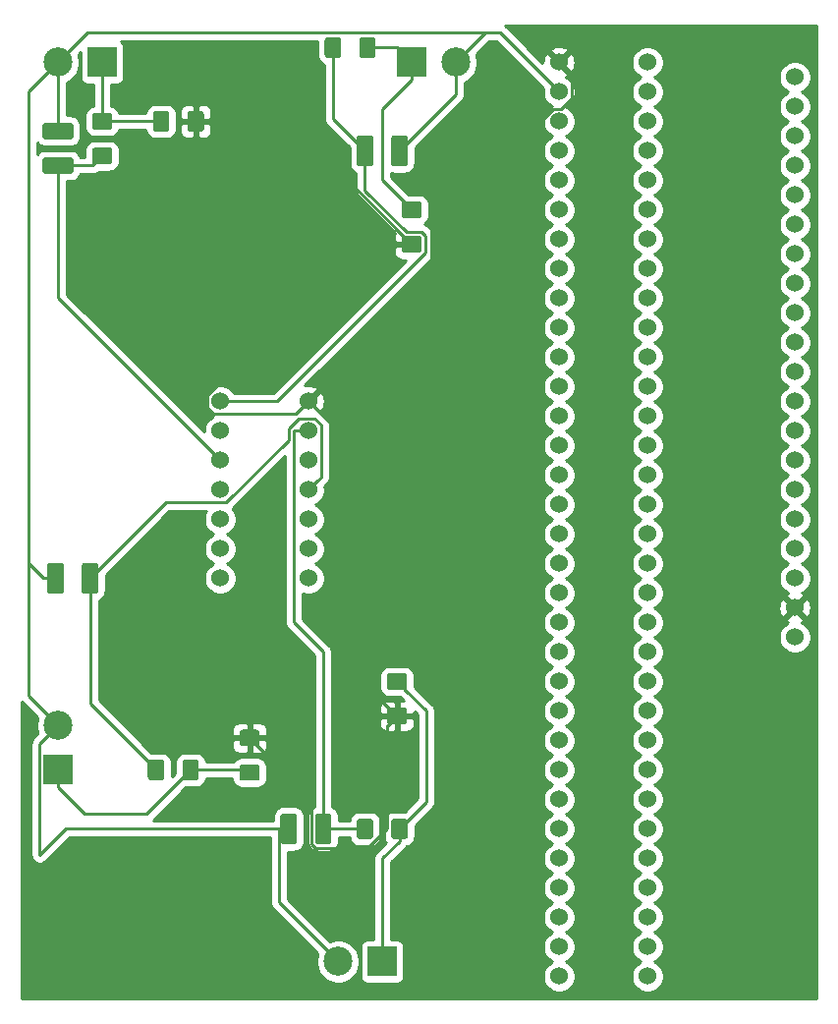
<source format=gtl>
G04 #@! TF.GenerationSoftware,KiCad,Pcbnew,(5.1.0)-1*
G04 #@! TF.CreationDate,2019-04-18T19:02:09-04:00*
G04 #@! TF.ProjectId,Gen1,47656e31-2e6b-4696-9361-645f70636258,1*
G04 #@! TF.SameCoordinates,Original*
G04 #@! TF.FileFunction,Copper,L1,Top*
G04 #@! TF.FilePolarity,Positive*
%FSLAX46Y46*%
G04 Gerber Fmt 4.6, Leading zero omitted, Abs format (unit mm)*
G04 Created by KiCad (PCBNEW (5.1.0)-1) date 2019-04-18 19:02:09*
%MOMM*%
%LPD*%
G04 APERTURE LIST*
%ADD10C,1.524000*%
%ADD11C,0.100000*%
%ADD12C,1.425000*%
%ADD13C,2.499360*%
%ADD14R,2.499360X2.499360*%
%ADD15C,0.250000*%
%ADD16C,0.254000*%
G04 APERTURE END LIST*
D10*
X67310000Y-35560000D03*
X67310000Y-38100000D03*
X67310000Y-40640000D03*
X67310000Y-45720000D03*
X67310000Y-43180000D03*
X67310000Y-48260000D03*
X67310000Y-50800000D03*
X67310000Y-53340000D03*
X67310000Y-55880000D03*
X67310000Y-58420000D03*
X67310000Y-60960000D03*
X67310000Y-63500000D03*
X67310000Y-66040000D03*
X67310000Y-68580000D03*
X67310000Y-71120000D03*
X67310000Y-73660000D03*
X67310000Y-76200000D03*
X67310000Y-78740000D03*
X67310000Y-81280000D03*
X67310000Y-83820000D03*
X67310000Y-86360000D03*
X67310000Y-88900000D03*
X67310000Y-91440000D03*
X67310000Y-93980000D03*
X67310000Y-96520000D03*
X67310000Y-99060000D03*
X67310000Y-101600000D03*
X67310000Y-104140000D03*
X67310000Y-106680000D03*
X67310000Y-109220000D03*
X67310000Y-111760000D03*
X67310000Y-114300000D03*
D11*
G36*
X17609504Y-43738704D02*
G01*
X17633773Y-43742304D01*
X17657571Y-43748265D01*
X17680671Y-43756530D01*
X17702849Y-43767020D01*
X17723893Y-43779633D01*
X17743598Y-43794247D01*
X17761777Y-43810723D01*
X17778253Y-43828902D01*
X17792867Y-43848607D01*
X17805480Y-43869651D01*
X17815970Y-43891829D01*
X17824235Y-43914929D01*
X17830196Y-43938727D01*
X17833796Y-43962996D01*
X17835000Y-43987500D01*
X17835000Y-44912500D01*
X17833796Y-44937004D01*
X17830196Y-44961273D01*
X17824235Y-44985071D01*
X17815970Y-45008171D01*
X17805480Y-45030349D01*
X17792867Y-45051393D01*
X17778253Y-45071098D01*
X17761777Y-45089277D01*
X17743598Y-45105753D01*
X17723893Y-45120367D01*
X17702849Y-45132980D01*
X17680671Y-45143470D01*
X17657571Y-45151735D01*
X17633773Y-45157696D01*
X17609504Y-45161296D01*
X17585000Y-45162500D01*
X15435000Y-45162500D01*
X15410496Y-45161296D01*
X15386227Y-45157696D01*
X15362429Y-45151735D01*
X15339329Y-45143470D01*
X15317151Y-45132980D01*
X15296107Y-45120367D01*
X15276402Y-45105753D01*
X15258223Y-45089277D01*
X15241747Y-45071098D01*
X15227133Y-45051393D01*
X15214520Y-45030349D01*
X15204030Y-45008171D01*
X15195765Y-44985071D01*
X15189804Y-44961273D01*
X15186204Y-44937004D01*
X15185000Y-44912500D01*
X15185000Y-43987500D01*
X15186204Y-43962996D01*
X15189804Y-43938727D01*
X15195765Y-43914929D01*
X15204030Y-43891829D01*
X15214520Y-43869651D01*
X15227133Y-43848607D01*
X15241747Y-43828902D01*
X15258223Y-43810723D01*
X15276402Y-43794247D01*
X15296107Y-43779633D01*
X15317151Y-43767020D01*
X15339329Y-43756530D01*
X15362429Y-43748265D01*
X15386227Y-43742304D01*
X15410496Y-43738704D01*
X15435000Y-43737500D01*
X17585000Y-43737500D01*
X17609504Y-43738704D01*
X17609504Y-43738704D01*
G37*
D12*
X16510000Y-44450000D03*
D11*
G36*
X17609504Y-40763704D02*
G01*
X17633773Y-40767304D01*
X17657571Y-40773265D01*
X17680671Y-40781530D01*
X17702849Y-40792020D01*
X17723893Y-40804633D01*
X17743598Y-40819247D01*
X17761777Y-40835723D01*
X17778253Y-40853902D01*
X17792867Y-40873607D01*
X17805480Y-40894651D01*
X17815970Y-40916829D01*
X17824235Y-40939929D01*
X17830196Y-40963727D01*
X17833796Y-40987996D01*
X17835000Y-41012500D01*
X17835000Y-41937500D01*
X17833796Y-41962004D01*
X17830196Y-41986273D01*
X17824235Y-42010071D01*
X17815970Y-42033171D01*
X17805480Y-42055349D01*
X17792867Y-42076393D01*
X17778253Y-42096098D01*
X17761777Y-42114277D01*
X17743598Y-42130753D01*
X17723893Y-42145367D01*
X17702849Y-42157980D01*
X17680671Y-42168470D01*
X17657571Y-42176735D01*
X17633773Y-42182696D01*
X17609504Y-42186296D01*
X17585000Y-42187500D01*
X15435000Y-42187500D01*
X15410496Y-42186296D01*
X15386227Y-42182696D01*
X15362429Y-42176735D01*
X15339329Y-42168470D01*
X15317151Y-42157980D01*
X15296107Y-42145367D01*
X15276402Y-42130753D01*
X15258223Y-42114277D01*
X15241747Y-42096098D01*
X15227133Y-42076393D01*
X15214520Y-42055349D01*
X15204030Y-42033171D01*
X15195765Y-42010071D01*
X15189804Y-41986273D01*
X15186204Y-41962004D01*
X15185000Y-41937500D01*
X15185000Y-41012500D01*
X15186204Y-40987996D01*
X15189804Y-40963727D01*
X15195765Y-40939929D01*
X15204030Y-40916829D01*
X15214520Y-40894651D01*
X15227133Y-40873607D01*
X15241747Y-40853902D01*
X15258223Y-40835723D01*
X15276402Y-40819247D01*
X15296107Y-40804633D01*
X15317151Y-40792020D01*
X15339329Y-40781530D01*
X15362429Y-40773265D01*
X15386227Y-40767304D01*
X15410496Y-40763704D01*
X15435000Y-40762500D01*
X17585000Y-40762500D01*
X17609504Y-40763704D01*
X17609504Y-40763704D01*
G37*
D12*
X16510000Y-41475000D03*
D11*
G36*
X46424504Y-41856204D02*
G01*
X46448773Y-41859804D01*
X46472571Y-41865765D01*
X46495671Y-41874030D01*
X46517849Y-41884520D01*
X46538893Y-41897133D01*
X46558598Y-41911747D01*
X46576777Y-41928223D01*
X46593253Y-41946402D01*
X46607867Y-41966107D01*
X46620480Y-41987151D01*
X46630970Y-42009329D01*
X46639235Y-42032429D01*
X46645196Y-42056227D01*
X46648796Y-42080496D01*
X46650000Y-42105000D01*
X46650000Y-44255000D01*
X46648796Y-44279504D01*
X46645196Y-44303773D01*
X46639235Y-44327571D01*
X46630970Y-44350671D01*
X46620480Y-44372849D01*
X46607867Y-44393893D01*
X46593253Y-44413598D01*
X46576777Y-44431777D01*
X46558598Y-44448253D01*
X46538893Y-44462867D01*
X46517849Y-44475480D01*
X46495671Y-44485970D01*
X46472571Y-44494235D01*
X46448773Y-44500196D01*
X46424504Y-44503796D01*
X46400000Y-44505000D01*
X45475000Y-44505000D01*
X45450496Y-44503796D01*
X45426227Y-44500196D01*
X45402429Y-44494235D01*
X45379329Y-44485970D01*
X45357151Y-44475480D01*
X45336107Y-44462867D01*
X45316402Y-44448253D01*
X45298223Y-44431777D01*
X45281747Y-44413598D01*
X45267133Y-44393893D01*
X45254520Y-44372849D01*
X45244030Y-44350671D01*
X45235765Y-44327571D01*
X45229804Y-44303773D01*
X45226204Y-44279504D01*
X45225000Y-44255000D01*
X45225000Y-42105000D01*
X45226204Y-42080496D01*
X45229804Y-42056227D01*
X45235765Y-42032429D01*
X45244030Y-42009329D01*
X45254520Y-41987151D01*
X45267133Y-41966107D01*
X45281747Y-41946402D01*
X45298223Y-41928223D01*
X45316402Y-41911747D01*
X45336107Y-41897133D01*
X45357151Y-41884520D01*
X45379329Y-41874030D01*
X45402429Y-41865765D01*
X45426227Y-41859804D01*
X45450496Y-41856204D01*
X45475000Y-41855000D01*
X46400000Y-41855000D01*
X46424504Y-41856204D01*
X46424504Y-41856204D01*
G37*
D12*
X45937500Y-43180000D03*
D11*
G36*
X43449504Y-41856204D02*
G01*
X43473773Y-41859804D01*
X43497571Y-41865765D01*
X43520671Y-41874030D01*
X43542849Y-41884520D01*
X43563893Y-41897133D01*
X43583598Y-41911747D01*
X43601777Y-41928223D01*
X43618253Y-41946402D01*
X43632867Y-41966107D01*
X43645480Y-41987151D01*
X43655970Y-42009329D01*
X43664235Y-42032429D01*
X43670196Y-42056227D01*
X43673796Y-42080496D01*
X43675000Y-42105000D01*
X43675000Y-44255000D01*
X43673796Y-44279504D01*
X43670196Y-44303773D01*
X43664235Y-44327571D01*
X43655970Y-44350671D01*
X43645480Y-44372849D01*
X43632867Y-44393893D01*
X43618253Y-44413598D01*
X43601777Y-44431777D01*
X43583598Y-44448253D01*
X43563893Y-44462867D01*
X43542849Y-44475480D01*
X43520671Y-44485970D01*
X43497571Y-44494235D01*
X43473773Y-44500196D01*
X43449504Y-44503796D01*
X43425000Y-44505000D01*
X42500000Y-44505000D01*
X42475496Y-44503796D01*
X42451227Y-44500196D01*
X42427429Y-44494235D01*
X42404329Y-44485970D01*
X42382151Y-44475480D01*
X42361107Y-44462867D01*
X42341402Y-44448253D01*
X42323223Y-44431777D01*
X42306747Y-44413598D01*
X42292133Y-44393893D01*
X42279520Y-44372849D01*
X42269030Y-44350671D01*
X42260765Y-44327571D01*
X42254804Y-44303773D01*
X42251204Y-44279504D01*
X42250000Y-44255000D01*
X42250000Y-42105000D01*
X42251204Y-42080496D01*
X42254804Y-42056227D01*
X42260765Y-42032429D01*
X42269030Y-42009329D01*
X42279520Y-41987151D01*
X42292133Y-41966107D01*
X42306747Y-41946402D01*
X42323223Y-41928223D01*
X42341402Y-41911747D01*
X42361107Y-41897133D01*
X42382151Y-41884520D01*
X42404329Y-41874030D01*
X42427429Y-41865765D01*
X42451227Y-41859804D01*
X42475496Y-41856204D01*
X42500000Y-41855000D01*
X43425000Y-41855000D01*
X43449504Y-41856204D01*
X43449504Y-41856204D01*
G37*
D12*
X42962500Y-43180000D03*
D11*
G36*
X19754504Y-78686204D02*
G01*
X19778773Y-78689804D01*
X19802571Y-78695765D01*
X19825671Y-78704030D01*
X19847849Y-78714520D01*
X19868893Y-78727133D01*
X19888598Y-78741747D01*
X19906777Y-78758223D01*
X19923253Y-78776402D01*
X19937867Y-78796107D01*
X19950480Y-78817151D01*
X19960970Y-78839329D01*
X19969235Y-78862429D01*
X19975196Y-78886227D01*
X19978796Y-78910496D01*
X19980000Y-78935000D01*
X19980000Y-81085000D01*
X19978796Y-81109504D01*
X19975196Y-81133773D01*
X19969235Y-81157571D01*
X19960970Y-81180671D01*
X19950480Y-81202849D01*
X19937867Y-81223893D01*
X19923253Y-81243598D01*
X19906777Y-81261777D01*
X19888598Y-81278253D01*
X19868893Y-81292867D01*
X19847849Y-81305480D01*
X19825671Y-81315970D01*
X19802571Y-81324235D01*
X19778773Y-81330196D01*
X19754504Y-81333796D01*
X19730000Y-81335000D01*
X18805000Y-81335000D01*
X18780496Y-81333796D01*
X18756227Y-81330196D01*
X18732429Y-81324235D01*
X18709329Y-81315970D01*
X18687151Y-81305480D01*
X18666107Y-81292867D01*
X18646402Y-81278253D01*
X18628223Y-81261777D01*
X18611747Y-81243598D01*
X18597133Y-81223893D01*
X18584520Y-81202849D01*
X18574030Y-81180671D01*
X18565765Y-81157571D01*
X18559804Y-81133773D01*
X18556204Y-81109504D01*
X18555000Y-81085000D01*
X18555000Y-78935000D01*
X18556204Y-78910496D01*
X18559804Y-78886227D01*
X18565765Y-78862429D01*
X18574030Y-78839329D01*
X18584520Y-78817151D01*
X18597133Y-78796107D01*
X18611747Y-78776402D01*
X18628223Y-78758223D01*
X18646402Y-78741747D01*
X18666107Y-78727133D01*
X18687151Y-78714520D01*
X18709329Y-78704030D01*
X18732429Y-78695765D01*
X18756227Y-78689804D01*
X18780496Y-78686204D01*
X18805000Y-78685000D01*
X19730000Y-78685000D01*
X19754504Y-78686204D01*
X19754504Y-78686204D01*
G37*
D12*
X19267500Y-80010000D03*
D11*
G36*
X16779504Y-78686204D02*
G01*
X16803773Y-78689804D01*
X16827571Y-78695765D01*
X16850671Y-78704030D01*
X16872849Y-78714520D01*
X16893893Y-78727133D01*
X16913598Y-78741747D01*
X16931777Y-78758223D01*
X16948253Y-78776402D01*
X16962867Y-78796107D01*
X16975480Y-78817151D01*
X16985970Y-78839329D01*
X16994235Y-78862429D01*
X17000196Y-78886227D01*
X17003796Y-78910496D01*
X17005000Y-78935000D01*
X17005000Y-81085000D01*
X17003796Y-81109504D01*
X17000196Y-81133773D01*
X16994235Y-81157571D01*
X16985970Y-81180671D01*
X16975480Y-81202849D01*
X16962867Y-81223893D01*
X16948253Y-81243598D01*
X16931777Y-81261777D01*
X16913598Y-81278253D01*
X16893893Y-81292867D01*
X16872849Y-81305480D01*
X16850671Y-81315970D01*
X16827571Y-81324235D01*
X16803773Y-81330196D01*
X16779504Y-81333796D01*
X16755000Y-81335000D01*
X15830000Y-81335000D01*
X15805496Y-81333796D01*
X15781227Y-81330196D01*
X15757429Y-81324235D01*
X15734329Y-81315970D01*
X15712151Y-81305480D01*
X15691107Y-81292867D01*
X15671402Y-81278253D01*
X15653223Y-81261777D01*
X15636747Y-81243598D01*
X15622133Y-81223893D01*
X15609520Y-81202849D01*
X15599030Y-81180671D01*
X15590765Y-81157571D01*
X15584804Y-81133773D01*
X15581204Y-81109504D01*
X15580000Y-81085000D01*
X15580000Y-78935000D01*
X15581204Y-78910496D01*
X15584804Y-78886227D01*
X15590765Y-78862429D01*
X15599030Y-78839329D01*
X15609520Y-78817151D01*
X15622133Y-78796107D01*
X15636747Y-78776402D01*
X15653223Y-78758223D01*
X15671402Y-78741747D01*
X15691107Y-78727133D01*
X15712151Y-78714520D01*
X15734329Y-78704030D01*
X15757429Y-78695765D01*
X15781227Y-78689804D01*
X15805496Y-78686204D01*
X15830000Y-78685000D01*
X16755000Y-78685000D01*
X16779504Y-78686204D01*
X16779504Y-78686204D01*
G37*
D12*
X16292500Y-80010000D03*
D11*
G36*
X36882004Y-100276204D02*
G01*
X36906273Y-100279804D01*
X36930071Y-100285765D01*
X36953171Y-100294030D01*
X36975349Y-100304520D01*
X36996393Y-100317133D01*
X37016098Y-100331747D01*
X37034277Y-100348223D01*
X37050753Y-100366402D01*
X37065367Y-100386107D01*
X37077980Y-100407151D01*
X37088470Y-100429329D01*
X37096735Y-100452429D01*
X37102696Y-100476227D01*
X37106296Y-100500496D01*
X37107500Y-100525000D01*
X37107500Y-102675000D01*
X37106296Y-102699504D01*
X37102696Y-102723773D01*
X37096735Y-102747571D01*
X37088470Y-102770671D01*
X37077980Y-102792849D01*
X37065367Y-102813893D01*
X37050753Y-102833598D01*
X37034277Y-102851777D01*
X37016098Y-102868253D01*
X36996393Y-102882867D01*
X36975349Y-102895480D01*
X36953171Y-102905970D01*
X36930071Y-102914235D01*
X36906273Y-102920196D01*
X36882004Y-102923796D01*
X36857500Y-102925000D01*
X35932500Y-102925000D01*
X35907996Y-102923796D01*
X35883727Y-102920196D01*
X35859929Y-102914235D01*
X35836829Y-102905970D01*
X35814651Y-102895480D01*
X35793607Y-102882867D01*
X35773902Y-102868253D01*
X35755723Y-102851777D01*
X35739247Y-102833598D01*
X35724633Y-102813893D01*
X35712020Y-102792849D01*
X35701530Y-102770671D01*
X35693265Y-102747571D01*
X35687304Y-102723773D01*
X35683704Y-102699504D01*
X35682500Y-102675000D01*
X35682500Y-100525000D01*
X35683704Y-100500496D01*
X35687304Y-100476227D01*
X35693265Y-100452429D01*
X35701530Y-100429329D01*
X35712020Y-100407151D01*
X35724633Y-100386107D01*
X35739247Y-100366402D01*
X35755723Y-100348223D01*
X35773902Y-100331747D01*
X35793607Y-100317133D01*
X35814651Y-100304520D01*
X35836829Y-100294030D01*
X35859929Y-100285765D01*
X35883727Y-100279804D01*
X35907996Y-100276204D01*
X35932500Y-100275000D01*
X36857500Y-100275000D01*
X36882004Y-100276204D01*
X36882004Y-100276204D01*
G37*
D12*
X36395000Y-101600000D03*
D11*
G36*
X39857004Y-100276204D02*
G01*
X39881273Y-100279804D01*
X39905071Y-100285765D01*
X39928171Y-100294030D01*
X39950349Y-100304520D01*
X39971393Y-100317133D01*
X39991098Y-100331747D01*
X40009277Y-100348223D01*
X40025753Y-100366402D01*
X40040367Y-100386107D01*
X40052980Y-100407151D01*
X40063470Y-100429329D01*
X40071735Y-100452429D01*
X40077696Y-100476227D01*
X40081296Y-100500496D01*
X40082500Y-100525000D01*
X40082500Y-102675000D01*
X40081296Y-102699504D01*
X40077696Y-102723773D01*
X40071735Y-102747571D01*
X40063470Y-102770671D01*
X40052980Y-102792849D01*
X40040367Y-102813893D01*
X40025753Y-102833598D01*
X40009277Y-102851777D01*
X39991098Y-102868253D01*
X39971393Y-102882867D01*
X39950349Y-102895480D01*
X39928171Y-102905970D01*
X39905071Y-102914235D01*
X39881273Y-102920196D01*
X39857004Y-102923796D01*
X39832500Y-102925000D01*
X38907500Y-102925000D01*
X38882996Y-102923796D01*
X38858727Y-102920196D01*
X38834929Y-102914235D01*
X38811829Y-102905970D01*
X38789651Y-102895480D01*
X38768607Y-102882867D01*
X38748902Y-102868253D01*
X38730723Y-102851777D01*
X38714247Y-102833598D01*
X38699633Y-102813893D01*
X38687020Y-102792849D01*
X38676530Y-102770671D01*
X38668265Y-102747571D01*
X38662304Y-102723773D01*
X38658704Y-102699504D01*
X38657500Y-102675000D01*
X38657500Y-100525000D01*
X38658704Y-100500496D01*
X38662304Y-100476227D01*
X38668265Y-100452429D01*
X38676530Y-100429329D01*
X38687020Y-100407151D01*
X38699633Y-100386107D01*
X38714247Y-100366402D01*
X38730723Y-100348223D01*
X38748902Y-100331747D01*
X38768607Y-100317133D01*
X38789651Y-100304520D01*
X38811829Y-100294030D01*
X38834929Y-100285765D01*
X38858727Y-100279804D01*
X38882996Y-100276204D01*
X38907500Y-100275000D01*
X39832500Y-100275000D01*
X39857004Y-100276204D01*
X39857004Y-100276204D01*
G37*
D12*
X39370000Y-101600000D03*
D10*
X59690000Y-114300000D03*
X59690000Y-111760000D03*
X59690000Y-109220000D03*
X59690000Y-106680000D03*
X59690000Y-104140000D03*
X59690000Y-101600000D03*
X59690000Y-99060000D03*
X59690000Y-96520000D03*
X59690000Y-93980000D03*
X59690000Y-91440000D03*
X59690000Y-88900000D03*
X59690000Y-86360000D03*
X59690000Y-83820000D03*
X59690000Y-81280000D03*
X59690000Y-78740000D03*
X59690000Y-76200000D03*
X59690000Y-73660000D03*
X59690000Y-71120000D03*
X59690000Y-68580000D03*
X59690000Y-66040000D03*
X59690000Y-63500000D03*
X59690000Y-60960000D03*
X59690000Y-58420000D03*
X59690000Y-55880000D03*
X59690000Y-53340000D03*
X59690000Y-50800000D03*
X59690000Y-48260000D03*
X59690000Y-43180000D03*
X59690000Y-45720000D03*
X59690000Y-40640000D03*
X59690000Y-38100000D03*
X59690000Y-35560000D03*
X30480000Y-64770000D03*
X38100000Y-64770000D03*
X30480000Y-67310000D03*
X38100000Y-67310000D03*
X30480000Y-69850000D03*
X38100000Y-69850000D03*
X30480000Y-72390000D03*
X38100000Y-72390000D03*
X30480000Y-74930000D03*
X38100000Y-74930000D03*
X30480000Y-77470000D03*
X38100000Y-77470000D03*
X30480000Y-80010000D03*
X38100000Y-80010000D03*
X80010000Y-36830000D03*
X80010000Y-39370000D03*
X80010000Y-41910000D03*
X80010000Y-44450000D03*
X80010000Y-46990000D03*
X80010000Y-49530000D03*
X80010000Y-52070000D03*
X80010000Y-54610000D03*
X80010000Y-57150000D03*
X80010000Y-62230000D03*
X80010000Y-59690000D03*
X80010000Y-64770000D03*
X80010000Y-67310000D03*
X80010000Y-69850000D03*
X80010000Y-72390000D03*
X80010000Y-74930000D03*
X80010000Y-77470000D03*
X80010000Y-80010000D03*
X80010000Y-82550000D03*
X80010000Y-85090000D03*
D11*
G36*
X25887004Y-39766204D02*
G01*
X25911273Y-39769804D01*
X25935071Y-39775765D01*
X25958171Y-39784030D01*
X25980349Y-39794520D01*
X26001393Y-39807133D01*
X26021098Y-39821747D01*
X26039277Y-39838223D01*
X26055753Y-39856402D01*
X26070367Y-39876107D01*
X26082980Y-39897151D01*
X26093470Y-39919329D01*
X26101735Y-39942429D01*
X26107696Y-39966227D01*
X26111296Y-39990496D01*
X26112500Y-40015000D01*
X26112500Y-41265000D01*
X26111296Y-41289504D01*
X26107696Y-41313773D01*
X26101735Y-41337571D01*
X26093470Y-41360671D01*
X26082980Y-41382849D01*
X26070367Y-41403893D01*
X26055753Y-41423598D01*
X26039277Y-41441777D01*
X26021098Y-41458253D01*
X26001393Y-41472867D01*
X25980349Y-41485480D01*
X25958171Y-41495970D01*
X25935071Y-41504235D01*
X25911273Y-41510196D01*
X25887004Y-41513796D01*
X25862500Y-41515000D01*
X24937500Y-41515000D01*
X24912996Y-41513796D01*
X24888727Y-41510196D01*
X24864929Y-41504235D01*
X24841829Y-41495970D01*
X24819651Y-41485480D01*
X24798607Y-41472867D01*
X24778902Y-41458253D01*
X24760723Y-41441777D01*
X24744247Y-41423598D01*
X24729633Y-41403893D01*
X24717020Y-41382849D01*
X24706530Y-41360671D01*
X24698265Y-41337571D01*
X24692304Y-41313773D01*
X24688704Y-41289504D01*
X24687500Y-41265000D01*
X24687500Y-40015000D01*
X24688704Y-39990496D01*
X24692304Y-39966227D01*
X24698265Y-39942429D01*
X24706530Y-39919329D01*
X24717020Y-39897151D01*
X24729633Y-39876107D01*
X24744247Y-39856402D01*
X24760723Y-39838223D01*
X24778902Y-39821747D01*
X24798607Y-39807133D01*
X24819651Y-39794520D01*
X24841829Y-39784030D01*
X24864929Y-39775765D01*
X24888727Y-39769804D01*
X24912996Y-39766204D01*
X24937500Y-39765000D01*
X25862500Y-39765000D01*
X25887004Y-39766204D01*
X25887004Y-39766204D01*
G37*
D12*
X25400000Y-40640000D03*
D11*
G36*
X28862004Y-39766204D02*
G01*
X28886273Y-39769804D01*
X28910071Y-39775765D01*
X28933171Y-39784030D01*
X28955349Y-39794520D01*
X28976393Y-39807133D01*
X28996098Y-39821747D01*
X29014277Y-39838223D01*
X29030753Y-39856402D01*
X29045367Y-39876107D01*
X29057980Y-39897151D01*
X29068470Y-39919329D01*
X29076735Y-39942429D01*
X29082696Y-39966227D01*
X29086296Y-39990496D01*
X29087500Y-40015000D01*
X29087500Y-41265000D01*
X29086296Y-41289504D01*
X29082696Y-41313773D01*
X29076735Y-41337571D01*
X29068470Y-41360671D01*
X29057980Y-41382849D01*
X29045367Y-41403893D01*
X29030753Y-41423598D01*
X29014277Y-41441777D01*
X28996098Y-41458253D01*
X28976393Y-41472867D01*
X28955349Y-41485480D01*
X28933171Y-41495970D01*
X28910071Y-41504235D01*
X28886273Y-41510196D01*
X28862004Y-41513796D01*
X28837500Y-41515000D01*
X27912500Y-41515000D01*
X27887996Y-41513796D01*
X27863727Y-41510196D01*
X27839929Y-41504235D01*
X27816829Y-41495970D01*
X27794651Y-41485480D01*
X27773607Y-41472867D01*
X27753902Y-41458253D01*
X27735723Y-41441777D01*
X27719247Y-41423598D01*
X27704633Y-41403893D01*
X27692020Y-41382849D01*
X27681530Y-41360671D01*
X27673265Y-41337571D01*
X27667304Y-41313773D01*
X27663704Y-41289504D01*
X27662500Y-41265000D01*
X27662500Y-40015000D01*
X27663704Y-39990496D01*
X27667304Y-39966227D01*
X27673265Y-39942429D01*
X27681530Y-39919329D01*
X27692020Y-39897151D01*
X27704633Y-39876107D01*
X27719247Y-39856402D01*
X27735723Y-39838223D01*
X27753902Y-39821747D01*
X27773607Y-39807133D01*
X27794651Y-39794520D01*
X27816829Y-39784030D01*
X27839929Y-39775765D01*
X27863727Y-39769804D01*
X27887996Y-39766204D01*
X27912500Y-39765000D01*
X28837500Y-39765000D01*
X28862004Y-39766204D01*
X28862004Y-39766204D01*
G37*
D12*
X28375000Y-40640000D03*
D11*
G36*
X20969504Y-42903704D02*
G01*
X20993773Y-42907304D01*
X21017571Y-42913265D01*
X21040671Y-42921530D01*
X21062849Y-42932020D01*
X21083893Y-42944633D01*
X21103598Y-42959247D01*
X21121777Y-42975723D01*
X21138253Y-42993902D01*
X21152867Y-43013607D01*
X21165480Y-43034651D01*
X21175970Y-43056829D01*
X21184235Y-43079929D01*
X21190196Y-43103727D01*
X21193796Y-43127996D01*
X21195000Y-43152500D01*
X21195000Y-44077500D01*
X21193796Y-44102004D01*
X21190196Y-44126273D01*
X21184235Y-44150071D01*
X21175970Y-44173171D01*
X21165480Y-44195349D01*
X21152867Y-44216393D01*
X21138253Y-44236098D01*
X21121777Y-44254277D01*
X21103598Y-44270753D01*
X21083893Y-44285367D01*
X21062849Y-44297980D01*
X21040671Y-44308470D01*
X21017571Y-44316735D01*
X20993773Y-44322696D01*
X20969504Y-44326296D01*
X20945000Y-44327500D01*
X19695000Y-44327500D01*
X19670496Y-44326296D01*
X19646227Y-44322696D01*
X19622429Y-44316735D01*
X19599329Y-44308470D01*
X19577151Y-44297980D01*
X19556107Y-44285367D01*
X19536402Y-44270753D01*
X19518223Y-44254277D01*
X19501747Y-44236098D01*
X19487133Y-44216393D01*
X19474520Y-44195349D01*
X19464030Y-44173171D01*
X19455765Y-44150071D01*
X19449804Y-44126273D01*
X19446204Y-44102004D01*
X19445000Y-44077500D01*
X19445000Y-43152500D01*
X19446204Y-43127996D01*
X19449804Y-43103727D01*
X19455765Y-43079929D01*
X19464030Y-43056829D01*
X19474520Y-43034651D01*
X19487133Y-43013607D01*
X19501747Y-42993902D01*
X19518223Y-42975723D01*
X19536402Y-42959247D01*
X19556107Y-42944633D01*
X19577151Y-42932020D01*
X19599329Y-42921530D01*
X19622429Y-42913265D01*
X19646227Y-42907304D01*
X19670496Y-42903704D01*
X19695000Y-42902500D01*
X20945000Y-42902500D01*
X20969504Y-42903704D01*
X20969504Y-42903704D01*
G37*
D12*
X20320000Y-43615000D03*
D11*
G36*
X20969504Y-39928704D02*
G01*
X20993773Y-39932304D01*
X21017571Y-39938265D01*
X21040671Y-39946530D01*
X21062849Y-39957020D01*
X21083893Y-39969633D01*
X21103598Y-39984247D01*
X21121777Y-40000723D01*
X21138253Y-40018902D01*
X21152867Y-40038607D01*
X21165480Y-40059651D01*
X21175970Y-40081829D01*
X21184235Y-40104929D01*
X21190196Y-40128727D01*
X21193796Y-40152996D01*
X21195000Y-40177500D01*
X21195000Y-41102500D01*
X21193796Y-41127004D01*
X21190196Y-41151273D01*
X21184235Y-41175071D01*
X21175970Y-41198171D01*
X21165480Y-41220349D01*
X21152867Y-41241393D01*
X21138253Y-41261098D01*
X21121777Y-41279277D01*
X21103598Y-41295753D01*
X21083893Y-41310367D01*
X21062849Y-41322980D01*
X21040671Y-41333470D01*
X21017571Y-41341735D01*
X20993773Y-41347696D01*
X20969504Y-41351296D01*
X20945000Y-41352500D01*
X19695000Y-41352500D01*
X19670496Y-41351296D01*
X19646227Y-41347696D01*
X19622429Y-41341735D01*
X19599329Y-41333470D01*
X19577151Y-41322980D01*
X19556107Y-41310367D01*
X19536402Y-41295753D01*
X19518223Y-41279277D01*
X19501747Y-41261098D01*
X19487133Y-41241393D01*
X19474520Y-41220349D01*
X19464030Y-41198171D01*
X19455765Y-41175071D01*
X19449804Y-41151273D01*
X19446204Y-41127004D01*
X19445000Y-41102500D01*
X19445000Y-40177500D01*
X19446204Y-40152996D01*
X19449804Y-40128727D01*
X19455765Y-40104929D01*
X19464030Y-40081829D01*
X19474520Y-40059651D01*
X19487133Y-40038607D01*
X19501747Y-40018902D01*
X19518223Y-40000723D01*
X19536402Y-39984247D01*
X19556107Y-39969633D01*
X19577151Y-39957020D01*
X19599329Y-39946530D01*
X19622429Y-39938265D01*
X19646227Y-39932304D01*
X19670496Y-39928704D01*
X19695000Y-39927500D01*
X20945000Y-39927500D01*
X20969504Y-39928704D01*
X20969504Y-39928704D01*
G37*
D12*
X20320000Y-40640000D03*
D11*
G36*
X47639504Y-47548704D02*
G01*
X47663773Y-47552304D01*
X47687571Y-47558265D01*
X47710671Y-47566530D01*
X47732849Y-47577020D01*
X47753893Y-47589633D01*
X47773598Y-47604247D01*
X47791777Y-47620723D01*
X47808253Y-47638902D01*
X47822867Y-47658607D01*
X47835480Y-47679651D01*
X47845970Y-47701829D01*
X47854235Y-47724929D01*
X47860196Y-47748727D01*
X47863796Y-47772996D01*
X47865000Y-47797500D01*
X47865000Y-48722500D01*
X47863796Y-48747004D01*
X47860196Y-48771273D01*
X47854235Y-48795071D01*
X47845970Y-48818171D01*
X47835480Y-48840349D01*
X47822867Y-48861393D01*
X47808253Y-48881098D01*
X47791777Y-48899277D01*
X47773598Y-48915753D01*
X47753893Y-48930367D01*
X47732849Y-48942980D01*
X47710671Y-48953470D01*
X47687571Y-48961735D01*
X47663773Y-48967696D01*
X47639504Y-48971296D01*
X47615000Y-48972500D01*
X46365000Y-48972500D01*
X46340496Y-48971296D01*
X46316227Y-48967696D01*
X46292429Y-48961735D01*
X46269329Y-48953470D01*
X46247151Y-48942980D01*
X46226107Y-48930367D01*
X46206402Y-48915753D01*
X46188223Y-48899277D01*
X46171747Y-48881098D01*
X46157133Y-48861393D01*
X46144520Y-48840349D01*
X46134030Y-48818171D01*
X46125765Y-48795071D01*
X46119804Y-48771273D01*
X46116204Y-48747004D01*
X46115000Y-48722500D01*
X46115000Y-47797500D01*
X46116204Y-47772996D01*
X46119804Y-47748727D01*
X46125765Y-47724929D01*
X46134030Y-47701829D01*
X46144520Y-47679651D01*
X46157133Y-47658607D01*
X46171747Y-47638902D01*
X46188223Y-47620723D01*
X46206402Y-47604247D01*
X46226107Y-47589633D01*
X46247151Y-47577020D01*
X46269329Y-47566530D01*
X46292429Y-47558265D01*
X46316227Y-47552304D01*
X46340496Y-47548704D01*
X46365000Y-47547500D01*
X47615000Y-47547500D01*
X47639504Y-47548704D01*
X47639504Y-47548704D01*
G37*
D12*
X46990000Y-48260000D03*
D11*
G36*
X47639504Y-50523704D02*
G01*
X47663773Y-50527304D01*
X47687571Y-50533265D01*
X47710671Y-50541530D01*
X47732849Y-50552020D01*
X47753893Y-50564633D01*
X47773598Y-50579247D01*
X47791777Y-50595723D01*
X47808253Y-50613902D01*
X47822867Y-50633607D01*
X47835480Y-50654651D01*
X47845970Y-50676829D01*
X47854235Y-50699929D01*
X47860196Y-50723727D01*
X47863796Y-50747996D01*
X47865000Y-50772500D01*
X47865000Y-51697500D01*
X47863796Y-51722004D01*
X47860196Y-51746273D01*
X47854235Y-51770071D01*
X47845970Y-51793171D01*
X47835480Y-51815349D01*
X47822867Y-51836393D01*
X47808253Y-51856098D01*
X47791777Y-51874277D01*
X47773598Y-51890753D01*
X47753893Y-51905367D01*
X47732849Y-51917980D01*
X47710671Y-51928470D01*
X47687571Y-51936735D01*
X47663773Y-51942696D01*
X47639504Y-51946296D01*
X47615000Y-51947500D01*
X46365000Y-51947500D01*
X46340496Y-51946296D01*
X46316227Y-51942696D01*
X46292429Y-51936735D01*
X46269329Y-51928470D01*
X46247151Y-51917980D01*
X46226107Y-51905367D01*
X46206402Y-51890753D01*
X46188223Y-51874277D01*
X46171747Y-51856098D01*
X46157133Y-51836393D01*
X46144520Y-51815349D01*
X46134030Y-51793171D01*
X46125765Y-51770071D01*
X46119804Y-51746273D01*
X46116204Y-51722004D01*
X46115000Y-51697500D01*
X46115000Y-50772500D01*
X46116204Y-50747996D01*
X46119804Y-50723727D01*
X46125765Y-50699929D01*
X46134030Y-50676829D01*
X46144520Y-50654651D01*
X46157133Y-50633607D01*
X46171747Y-50613902D01*
X46188223Y-50595723D01*
X46206402Y-50579247D01*
X46226107Y-50564633D01*
X46247151Y-50552020D01*
X46269329Y-50541530D01*
X46292429Y-50533265D01*
X46316227Y-50527304D01*
X46340496Y-50523704D01*
X46365000Y-50522500D01*
X47615000Y-50522500D01*
X47639504Y-50523704D01*
X47639504Y-50523704D01*
G37*
D12*
X46990000Y-51235000D03*
D11*
G36*
X40692004Y-33416204D02*
G01*
X40716273Y-33419804D01*
X40740071Y-33425765D01*
X40763171Y-33434030D01*
X40785349Y-33444520D01*
X40806393Y-33457133D01*
X40826098Y-33471747D01*
X40844277Y-33488223D01*
X40860753Y-33506402D01*
X40875367Y-33526107D01*
X40887980Y-33547151D01*
X40898470Y-33569329D01*
X40906735Y-33592429D01*
X40912696Y-33616227D01*
X40916296Y-33640496D01*
X40917500Y-33665000D01*
X40917500Y-34915000D01*
X40916296Y-34939504D01*
X40912696Y-34963773D01*
X40906735Y-34987571D01*
X40898470Y-35010671D01*
X40887980Y-35032849D01*
X40875367Y-35053893D01*
X40860753Y-35073598D01*
X40844277Y-35091777D01*
X40826098Y-35108253D01*
X40806393Y-35122867D01*
X40785349Y-35135480D01*
X40763171Y-35145970D01*
X40740071Y-35154235D01*
X40716273Y-35160196D01*
X40692004Y-35163796D01*
X40667500Y-35165000D01*
X39742500Y-35165000D01*
X39717996Y-35163796D01*
X39693727Y-35160196D01*
X39669929Y-35154235D01*
X39646829Y-35145970D01*
X39624651Y-35135480D01*
X39603607Y-35122867D01*
X39583902Y-35108253D01*
X39565723Y-35091777D01*
X39549247Y-35073598D01*
X39534633Y-35053893D01*
X39522020Y-35032849D01*
X39511530Y-35010671D01*
X39503265Y-34987571D01*
X39497304Y-34963773D01*
X39493704Y-34939504D01*
X39492500Y-34915000D01*
X39492500Y-33665000D01*
X39493704Y-33640496D01*
X39497304Y-33616227D01*
X39503265Y-33592429D01*
X39511530Y-33569329D01*
X39522020Y-33547151D01*
X39534633Y-33526107D01*
X39549247Y-33506402D01*
X39565723Y-33488223D01*
X39583902Y-33471747D01*
X39603607Y-33457133D01*
X39624651Y-33444520D01*
X39646829Y-33434030D01*
X39669929Y-33425765D01*
X39693727Y-33419804D01*
X39717996Y-33416204D01*
X39742500Y-33415000D01*
X40667500Y-33415000D01*
X40692004Y-33416204D01*
X40692004Y-33416204D01*
G37*
D12*
X40205000Y-34290000D03*
D11*
G36*
X43667004Y-33416204D02*
G01*
X43691273Y-33419804D01*
X43715071Y-33425765D01*
X43738171Y-33434030D01*
X43760349Y-33444520D01*
X43781393Y-33457133D01*
X43801098Y-33471747D01*
X43819277Y-33488223D01*
X43835753Y-33506402D01*
X43850367Y-33526107D01*
X43862980Y-33547151D01*
X43873470Y-33569329D01*
X43881735Y-33592429D01*
X43887696Y-33616227D01*
X43891296Y-33640496D01*
X43892500Y-33665000D01*
X43892500Y-34915000D01*
X43891296Y-34939504D01*
X43887696Y-34963773D01*
X43881735Y-34987571D01*
X43873470Y-35010671D01*
X43862980Y-35032849D01*
X43850367Y-35053893D01*
X43835753Y-35073598D01*
X43819277Y-35091777D01*
X43801098Y-35108253D01*
X43781393Y-35122867D01*
X43760349Y-35135480D01*
X43738171Y-35145970D01*
X43715071Y-35154235D01*
X43691273Y-35160196D01*
X43667004Y-35163796D01*
X43642500Y-35165000D01*
X42717500Y-35165000D01*
X42692996Y-35163796D01*
X42668727Y-35160196D01*
X42644929Y-35154235D01*
X42621829Y-35145970D01*
X42599651Y-35135480D01*
X42578607Y-35122867D01*
X42558902Y-35108253D01*
X42540723Y-35091777D01*
X42524247Y-35073598D01*
X42509633Y-35053893D01*
X42497020Y-35032849D01*
X42486530Y-35010671D01*
X42478265Y-34987571D01*
X42472304Y-34963773D01*
X42468704Y-34939504D01*
X42467500Y-34915000D01*
X42467500Y-33665000D01*
X42468704Y-33640496D01*
X42472304Y-33616227D01*
X42478265Y-33592429D01*
X42486530Y-33569329D01*
X42497020Y-33547151D01*
X42509633Y-33526107D01*
X42524247Y-33506402D01*
X42540723Y-33488223D01*
X42558902Y-33471747D01*
X42578607Y-33457133D01*
X42599651Y-33444520D01*
X42621829Y-33434030D01*
X42644929Y-33425765D01*
X42668727Y-33419804D01*
X42692996Y-33416204D01*
X42717500Y-33415000D01*
X43642500Y-33415000D01*
X43667004Y-33416204D01*
X43667004Y-33416204D01*
G37*
D12*
X43180000Y-34290000D03*
D11*
G36*
X28427004Y-95646204D02*
G01*
X28451273Y-95649804D01*
X28475071Y-95655765D01*
X28498171Y-95664030D01*
X28520349Y-95674520D01*
X28541393Y-95687133D01*
X28561098Y-95701747D01*
X28579277Y-95718223D01*
X28595753Y-95736402D01*
X28610367Y-95756107D01*
X28622980Y-95777151D01*
X28633470Y-95799329D01*
X28641735Y-95822429D01*
X28647696Y-95846227D01*
X28651296Y-95870496D01*
X28652500Y-95895000D01*
X28652500Y-97145000D01*
X28651296Y-97169504D01*
X28647696Y-97193773D01*
X28641735Y-97217571D01*
X28633470Y-97240671D01*
X28622980Y-97262849D01*
X28610367Y-97283893D01*
X28595753Y-97303598D01*
X28579277Y-97321777D01*
X28561098Y-97338253D01*
X28541393Y-97352867D01*
X28520349Y-97365480D01*
X28498171Y-97375970D01*
X28475071Y-97384235D01*
X28451273Y-97390196D01*
X28427004Y-97393796D01*
X28402500Y-97395000D01*
X27477500Y-97395000D01*
X27452996Y-97393796D01*
X27428727Y-97390196D01*
X27404929Y-97384235D01*
X27381829Y-97375970D01*
X27359651Y-97365480D01*
X27338607Y-97352867D01*
X27318902Y-97338253D01*
X27300723Y-97321777D01*
X27284247Y-97303598D01*
X27269633Y-97283893D01*
X27257020Y-97262849D01*
X27246530Y-97240671D01*
X27238265Y-97217571D01*
X27232304Y-97193773D01*
X27228704Y-97169504D01*
X27227500Y-97145000D01*
X27227500Y-95895000D01*
X27228704Y-95870496D01*
X27232304Y-95846227D01*
X27238265Y-95822429D01*
X27246530Y-95799329D01*
X27257020Y-95777151D01*
X27269633Y-95756107D01*
X27284247Y-95736402D01*
X27300723Y-95718223D01*
X27318902Y-95701747D01*
X27338607Y-95687133D01*
X27359651Y-95674520D01*
X27381829Y-95664030D01*
X27404929Y-95655765D01*
X27428727Y-95649804D01*
X27452996Y-95646204D01*
X27477500Y-95645000D01*
X28402500Y-95645000D01*
X28427004Y-95646204D01*
X28427004Y-95646204D01*
G37*
D12*
X27940000Y-96520000D03*
D11*
G36*
X25452004Y-95646204D02*
G01*
X25476273Y-95649804D01*
X25500071Y-95655765D01*
X25523171Y-95664030D01*
X25545349Y-95674520D01*
X25566393Y-95687133D01*
X25586098Y-95701747D01*
X25604277Y-95718223D01*
X25620753Y-95736402D01*
X25635367Y-95756107D01*
X25647980Y-95777151D01*
X25658470Y-95799329D01*
X25666735Y-95822429D01*
X25672696Y-95846227D01*
X25676296Y-95870496D01*
X25677500Y-95895000D01*
X25677500Y-97145000D01*
X25676296Y-97169504D01*
X25672696Y-97193773D01*
X25666735Y-97217571D01*
X25658470Y-97240671D01*
X25647980Y-97262849D01*
X25635367Y-97283893D01*
X25620753Y-97303598D01*
X25604277Y-97321777D01*
X25586098Y-97338253D01*
X25566393Y-97352867D01*
X25545349Y-97365480D01*
X25523171Y-97375970D01*
X25500071Y-97384235D01*
X25476273Y-97390196D01*
X25452004Y-97393796D01*
X25427500Y-97395000D01*
X24502500Y-97395000D01*
X24477996Y-97393796D01*
X24453727Y-97390196D01*
X24429929Y-97384235D01*
X24406829Y-97375970D01*
X24384651Y-97365480D01*
X24363607Y-97352867D01*
X24343902Y-97338253D01*
X24325723Y-97321777D01*
X24309247Y-97303598D01*
X24294633Y-97283893D01*
X24282020Y-97262849D01*
X24271530Y-97240671D01*
X24263265Y-97217571D01*
X24257304Y-97193773D01*
X24253704Y-97169504D01*
X24252500Y-97145000D01*
X24252500Y-95895000D01*
X24253704Y-95870496D01*
X24257304Y-95846227D01*
X24263265Y-95822429D01*
X24271530Y-95799329D01*
X24282020Y-95777151D01*
X24294633Y-95756107D01*
X24309247Y-95736402D01*
X24325723Y-95718223D01*
X24343902Y-95701747D01*
X24363607Y-95687133D01*
X24384651Y-95674520D01*
X24406829Y-95664030D01*
X24429929Y-95655765D01*
X24453727Y-95649804D01*
X24477996Y-95646204D01*
X24502500Y-95645000D01*
X25427500Y-95645000D01*
X25452004Y-95646204D01*
X25452004Y-95646204D01*
G37*
D12*
X24965000Y-96520000D03*
D11*
G36*
X46424504Y-100726204D02*
G01*
X46448773Y-100729804D01*
X46472571Y-100735765D01*
X46495671Y-100744030D01*
X46517849Y-100754520D01*
X46538893Y-100767133D01*
X46558598Y-100781747D01*
X46576777Y-100798223D01*
X46593253Y-100816402D01*
X46607867Y-100836107D01*
X46620480Y-100857151D01*
X46630970Y-100879329D01*
X46639235Y-100902429D01*
X46645196Y-100926227D01*
X46648796Y-100950496D01*
X46650000Y-100975000D01*
X46650000Y-102225000D01*
X46648796Y-102249504D01*
X46645196Y-102273773D01*
X46639235Y-102297571D01*
X46630970Y-102320671D01*
X46620480Y-102342849D01*
X46607867Y-102363893D01*
X46593253Y-102383598D01*
X46576777Y-102401777D01*
X46558598Y-102418253D01*
X46538893Y-102432867D01*
X46517849Y-102445480D01*
X46495671Y-102455970D01*
X46472571Y-102464235D01*
X46448773Y-102470196D01*
X46424504Y-102473796D01*
X46400000Y-102475000D01*
X45475000Y-102475000D01*
X45450496Y-102473796D01*
X45426227Y-102470196D01*
X45402429Y-102464235D01*
X45379329Y-102455970D01*
X45357151Y-102445480D01*
X45336107Y-102432867D01*
X45316402Y-102418253D01*
X45298223Y-102401777D01*
X45281747Y-102383598D01*
X45267133Y-102363893D01*
X45254520Y-102342849D01*
X45244030Y-102320671D01*
X45235765Y-102297571D01*
X45229804Y-102273773D01*
X45226204Y-102249504D01*
X45225000Y-102225000D01*
X45225000Y-100975000D01*
X45226204Y-100950496D01*
X45229804Y-100926227D01*
X45235765Y-100902429D01*
X45244030Y-100879329D01*
X45254520Y-100857151D01*
X45267133Y-100836107D01*
X45281747Y-100816402D01*
X45298223Y-100798223D01*
X45316402Y-100781747D01*
X45336107Y-100767133D01*
X45357151Y-100754520D01*
X45379329Y-100744030D01*
X45402429Y-100735765D01*
X45426227Y-100729804D01*
X45450496Y-100726204D01*
X45475000Y-100725000D01*
X46400000Y-100725000D01*
X46424504Y-100726204D01*
X46424504Y-100726204D01*
G37*
D12*
X45937500Y-101600000D03*
D11*
G36*
X43449504Y-100726204D02*
G01*
X43473773Y-100729804D01*
X43497571Y-100735765D01*
X43520671Y-100744030D01*
X43542849Y-100754520D01*
X43563893Y-100767133D01*
X43583598Y-100781747D01*
X43601777Y-100798223D01*
X43618253Y-100816402D01*
X43632867Y-100836107D01*
X43645480Y-100857151D01*
X43655970Y-100879329D01*
X43664235Y-100902429D01*
X43670196Y-100926227D01*
X43673796Y-100950496D01*
X43675000Y-100975000D01*
X43675000Y-102225000D01*
X43673796Y-102249504D01*
X43670196Y-102273773D01*
X43664235Y-102297571D01*
X43655970Y-102320671D01*
X43645480Y-102342849D01*
X43632867Y-102363893D01*
X43618253Y-102383598D01*
X43601777Y-102401777D01*
X43583598Y-102418253D01*
X43563893Y-102432867D01*
X43542849Y-102445480D01*
X43520671Y-102455970D01*
X43497571Y-102464235D01*
X43473773Y-102470196D01*
X43449504Y-102473796D01*
X43425000Y-102475000D01*
X42500000Y-102475000D01*
X42475496Y-102473796D01*
X42451227Y-102470196D01*
X42427429Y-102464235D01*
X42404329Y-102455970D01*
X42382151Y-102445480D01*
X42361107Y-102432867D01*
X42341402Y-102418253D01*
X42323223Y-102401777D01*
X42306747Y-102383598D01*
X42292133Y-102363893D01*
X42279520Y-102342849D01*
X42269030Y-102320671D01*
X42260765Y-102297571D01*
X42254804Y-102273773D01*
X42251204Y-102249504D01*
X42250000Y-102225000D01*
X42250000Y-100975000D01*
X42251204Y-100950496D01*
X42254804Y-100926227D01*
X42260765Y-100902429D01*
X42269030Y-100879329D01*
X42279520Y-100857151D01*
X42292133Y-100836107D01*
X42306747Y-100816402D01*
X42323223Y-100798223D01*
X42341402Y-100781747D01*
X42361107Y-100767133D01*
X42382151Y-100754520D01*
X42404329Y-100744030D01*
X42427429Y-100735765D01*
X42451227Y-100729804D01*
X42475496Y-100726204D01*
X42500000Y-100725000D01*
X43425000Y-100725000D01*
X43449504Y-100726204D01*
X43449504Y-100726204D01*
G37*
D12*
X42962500Y-101600000D03*
D11*
G36*
X33669504Y-93051204D02*
G01*
X33693773Y-93054804D01*
X33717571Y-93060765D01*
X33740671Y-93069030D01*
X33762849Y-93079520D01*
X33783893Y-93092133D01*
X33803598Y-93106747D01*
X33821777Y-93123223D01*
X33838253Y-93141402D01*
X33852867Y-93161107D01*
X33865480Y-93182151D01*
X33875970Y-93204329D01*
X33884235Y-93227429D01*
X33890196Y-93251227D01*
X33893796Y-93275496D01*
X33895000Y-93300000D01*
X33895000Y-94225000D01*
X33893796Y-94249504D01*
X33890196Y-94273773D01*
X33884235Y-94297571D01*
X33875970Y-94320671D01*
X33865480Y-94342849D01*
X33852867Y-94363893D01*
X33838253Y-94383598D01*
X33821777Y-94401777D01*
X33803598Y-94418253D01*
X33783893Y-94432867D01*
X33762849Y-94445480D01*
X33740671Y-94455970D01*
X33717571Y-94464235D01*
X33693773Y-94470196D01*
X33669504Y-94473796D01*
X33645000Y-94475000D01*
X32395000Y-94475000D01*
X32370496Y-94473796D01*
X32346227Y-94470196D01*
X32322429Y-94464235D01*
X32299329Y-94455970D01*
X32277151Y-94445480D01*
X32256107Y-94432867D01*
X32236402Y-94418253D01*
X32218223Y-94401777D01*
X32201747Y-94383598D01*
X32187133Y-94363893D01*
X32174520Y-94342849D01*
X32164030Y-94320671D01*
X32155765Y-94297571D01*
X32149804Y-94273773D01*
X32146204Y-94249504D01*
X32145000Y-94225000D01*
X32145000Y-93300000D01*
X32146204Y-93275496D01*
X32149804Y-93251227D01*
X32155765Y-93227429D01*
X32164030Y-93204329D01*
X32174520Y-93182151D01*
X32187133Y-93161107D01*
X32201747Y-93141402D01*
X32218223Y-93123223D01*
X32236402Y-93106747D01*
X32256107Y-93092133D01*
X32277151Y-93079520D01*
X32299329Y-93069030D01*
X32322429Y-93060765D01*
X32346227Y-93054804D01*
X32370496Y-93051204D01*
X32395000Y-93050000D01*
X33645000Y-93050000D01*
X33669504Y-93051204D01*
X33669504Y-93051204D01*
G37*
D12*
X33020000Y-93762500D03*
D11*
G36*
X33669504Y-96026204D02*
G01*
X33693773Y-96029804D01*
X33717571Y-96035765D01*
X33740671Y-96044030D01*
X33762849Y-96054520D01*
X33783893Y-96067133D01*
X33803598Y-96081747D01*
X33821777Y-96098223D01*
X33838253Y-96116402D01*
X33852867Y-96136107D01*
X33865480Y-96157151D01*
X33875970Y-96179329D01*
X33884235Y-96202429D01*
X33890196Y-96226227D01*
X33893796Y-96250496D01*
X33895000Y-96275000D01*
X33895000Y-97200000D01*
X33893796Y-97224504D01*
X33890196Y-97248773D01*
X33884235Y-97272571D01*
X33875970Y-97295671D01*
X33865480Y-97317849D01*
X33852867Y-97338893D01*
X33838253Y-97358598D01*
X33821777Y-97376777D01*
X33803598Y-97393253D01*
X33783893Y-97407867D01*
X33762849Y-97420480D01*
X33740671Y-97430970D01*
X33717571Y-97439235D01*
X33693773Y-97445196D01*
X33669504Y-97448796D01*
X33645000Y-97450000D01*
X32395000Y-97450000D01*
X32370496Y-97448796D01*
X32346227Y-97445196D01*
X32322429Y-97439235D01*
X32299329Y-97430970D01*
X32277151Y-97420480D01*
X32256107Y-97407867D01*
X32236402Y-97393253D01*
X32218223Y-97376777D01*
X32201747Y-97358598D01*
X32187133Y-97338893D01*
X32174520Y-97317849D01*
X32164030Y-97295671D01*
X32155765Y-97272571D01*
X32149804Y-97248773D01*
X32146204Y-97224504D01*
X32145000Y-97200000D01*
X32145000Y-96275000D01*
X32146204Y-96250496D01*
X32149804Y-96226227D01*
X32155765Y-96202429D01*
X32164030Y-96179329D01*
X32174520Y-96157151D01*
X32187133Y-96136107D01*
X32201747Y-96116402D01*
X32218223Y-96098223D01*
X32236402Y-96081747D01*
X32256107Y-96067133D01*
X32277151Y-96054520D01*
X32299329Y-96044030D01*
X32322429Y-96035765D01*
X32346227Y-96029804D01*
X32370496Y-96026204D01*
X32395000Y-96025000D01*
X33645000Y-96025000D01*
X33669504Y-96026204D01*
X33669504Y-96026204D01*
G37*
D12*
X33020000Y-96737500D03*
D11*
G36*
X46369504Y-91163704D02*
G01*
X46393773Y-91167304D01*
X46417571Y-91173265D01*
X46440671Y-91181530D01*
X46462849Y-91192020D01*
X46483893Y-91204633D01*
X46503598Y-91219247D01*
X46521777Y-91235723D01*
X46538253Y-91253902D01*
X46552867Y-91273607D01*
X46565480Y-91294651D01*
X46575970Y-91316829D01*
X46584235Y-91339929D01*
X46590196Y-91363727D01*
X46593796Y-91387996D01*
X46595000Y-91412500D01*
X46595000Y-92337500D01*
X46593796Y-92362004D01*
X46590196Y-92386273D01*
X46584235Y-92410071D01*
X46575970Y-92433171D01*
X46565480Y-92455349D01*
X46552867Y-92476393D01*
X46538253Y-92496098D01*
X46521777Y-92514277D01*
X46503598Y-92530753D01*
X46483893Y-92545367D01*
X46462849Y-92557980D01*
X46440671Y-92568470D01*
X46417571Y-92576735D01*
X46393773Y-92582696D01*
X46369504Y-92586296D01*
X46345000Y-92587500D01*
X45095000Y-92587500D01*
X45070496Y-92586296D01*
X45046227Y-92582696D01*
X45022429Y-92576735D01*
X44999329Y-92568470D01*
X44977151Y-92557980D01*
X44956107Y-92545367D01*
X44936402Y-92530753D01*
X44918223Y-92514277D01*
X44901747Y-92496098D01*
X44887133Y-92476393D01*
X44874520Y-92455349D01*
X44864030Y-92433171D01*
X44855765Y-92410071D01*
X44849804Y-92386273D01*
X44846204Y-92362004D01*
X44845000Y-92337500D01*
X44845000Y-91412500D01*
X44846204Y-91387996D01*
X44849804Y-91363727D01*
X44855765Y-91339929D01*
X44864030Y-91316829D01*
X44874520Y-91294651D01*
X44887133Y-91273607D01*
X44901747Y-91253902D01*
X44918223Y-91235723D01*
X44936402Y-91219247D01*
X44956107Y-91204633D01*
X44977151Y-91192020D01*
X44999329Y-91181530D01*
X45022429Y-91173265D01*
X45046227Y-91167304D01*
X45070496Y-91163704D01*
X45095000Y-91162500D01*
X46345000Y-91162500D01*
X46369504Y-91163704D01*
X46369504Y-91163704D01*
G37*
D12*
X45720000Y-91875000D03*
D11*
G36*
X46369504Y-88188704D02*
G01*
X46393773Y-88192304D01*
X46417571Y-88198265D01*
X46440671Y-88206530D01*
X46462849Y-88217020D01*
X46483893Y-88229633D01*
X46503598Y-88244247D01*
X46521777Y-88260723D01*
X46538253Y-88278902D01*
X46552867Y-88298607D01*
X46565480Y-88319651D01*
X46575970Y-88341829D01*
X46584235Y-88364929D01*
X46590196Y-88388727D01*
X46593796Y-88412996D01*
X46595000Y-88437500D01*
X46595000Y-89362500D01*
X46593796Y-89387004D01*
X46590196Y-89411273D01*
X46584235Y-89435071D01*
X46575970Y-89458171D01*
X46565480Y-89480349D01*
X46552867Y-89501393D01*
X46538253Y-89521098D01*
X46521777Y-89539277D01*
X46503598Y-89555753D01*
X46483893Y-89570367D01*
X46462849Y-89582980D01*
X46440671Y-89593470D01*
X46417571Y-89601735D01*
X46393773Y-89607696D01*
X46369504Y-89611296D01*
X46345000Y-89612500D01*
X45095000Y-89612500D01*
X45070496Y-89611296D01*
X45046227Y-89607696D01*
X45022429Y-89601735D01*
X44999329Y-89593470D01*
X44977151Y-89582980D01*
X44956107Y-89570367D01*
X44936402Y-89555753D01*
X44918223Y-89539277D01*
X44901747Y-89521098D01*
X44887133Y-89501393D01*
X44874520Y-89480349D01*
X44864030Y-89458171D01*
X44855765Y-89435071D01*
X44849804Y-89411273D01*
X44846204Y-89387004D01*
X44845000Y-89362500D01*
X44845000Y-88437500D01*
X44846204Y-88412996D01*
X44849804Y-88388727D01*
X44855765Y-88364929D01*
X44864030Y-88341829D01*
X44874520Y-88319651D01*
X44887133Y-88298607D01*
X44901747Y-88278902D01*
X44918223Y-88260723D01*
X44936402Y-88244247D01*
X44956107Y-88229633D01*
X44977151Y-88217020D01*
X44999329Y-88206530D01*
X45022429Y-88198265D01*
X45046227Y-88192304D01*
X45070496Y-88188704D01*
X45095000Y-88187500D01*
X46345000Y-88187500D01*
X46369504Y-88188704D01*
X46369504Y-88188704D01*
G37*
D12*
X45720000Y-88900000D03*
D13*
X16510000Y-35560000D03*
D14*
X20320000Y-35560000D03*
X46990000Y-35560000D03*
D13*
X50800000Y-35560000D03*
X16510000Y-92710000D03*
D14*
X16510000Y-96520000D03*
X44450000Y-113030000D03*
D13*
X40640000Y-113030000D03*
D15*
X16510000Y-38730690D02*
X16510000Y-41475000D01*
X16510000Y-35560000D02*
X16510000Y-38730690D01*
X16510000Y-35560000D02*
X19050000Y-33020000D01*
X54610000Y-33020000D02*
X59690000Y-38100000D01*
X19050000Y-33020000D02*
X54610000Y-33020000D01*
X53340000Y-33020000D02*
X50800000Y-35560000D01*
X54610000Y-33020000D02*
X53340000Y-33020000D01*
X16510000Y-35560000D02*
X13970000Y-38100000D01*
X13970000Y-38100000D02*
X13970000Y-78740000D01*
X15240000Y-80010000D02*
X16292500Y-80010000D01*
X13970000Y-78740000D02*
X15240000Y-80010000D01*
X13970000Y-90170000D02*
X16510000Y-92710000D01*
X13970000Y-78740000D02*
X13970000Y-90170000D01*
X50800000Y-38317500D02*
X45937500Y-43180000D01*
X50800000Y-35560000D02*
X50800000Y-38317500D01*
X14935319Y-94284681D02*
X14935319Y-103835319D01*
X16510000Y-92710000D02*
X14935319Y-94284681D01*
X14935319Y-103835319D02*
X17170638Y-101600000D01*
X35560000Y-107950000D02*
X40640000Y-113030000D01*
X35560000Y-101600000D02*
X35560000Y-107950000D01*
X35560000Y-101600000D02*
X36395000Y-101600000D01*
X17170638Y-101600000D02*
X35560000Y-101600000D01*
X36395000Y-40640000D02*
X46990000Y-51235000D01*
X28375000Y-40640000D02*
X36395000Y-40640000D01*
X38861999Y-64008001D02*
X38100000Y-64770000D01*
X48640019Y-54229981D02*
X38861999Y-64008001D01*
X48640019Y-50081219D02*
X48640019Y-54229981D01*
X59168239Y-39552999D02*
X48640019Y-50081219D01*
X59845763Y-39552999D02*
X59168239Y-39552999D01*
X60777001Y-38621761D02*
X59845763Y-39552999D01*
X60777001Y-36647001D02*
X60777001Y-38621761D01*
X59690000Y-35560000D02*
X60777001Y-36647001D01*
X37338001Y-65531999D02*
X38100000Y-64770000D01*
X37012999Y-65857001D02*
X37338001Y-65531999D01*
X29958239Y-65857001D02*
X37012999Y-65857001D01*
X29392999Y-65291761D02*
X29958239Y-65857001D01*
X42406238Y-51235000D02*
X29392999Y-64248239D01*
X29392999Y-64248239D02*
X29392999Y-65291761D01*
X46990000Y-51235000D02*
X42406238Y-51235000D01*
X38861999Y-65531999D02*
X38100000Y-64770000D01*
X44899990Y-92695010D02*
X44948653Y-92646347D01*
X44899990Y-101563200D02*
X44899990Y-92695010D01*
X43213180Y-103250010D02*
X44899990Y-101563200D01*
X38669320Y-103250010D02*
X43213180Y-103250010D01*
X44948653Y-92646347D02*
X45720000Y-91875000D01*
X38332490Y-102913180D02*
X38669320Y-103250010D01*
X38332490Y-99074990D02*
X38332490Y-102913180D01*
X33020000Y-93762500D02*
X38332490Y-99074990D01*
X44948653Y-91103653D02*
X45720000Y-91875000D01*
X41910000Y-88065000D02*
X44948653Y-91103653D01*
X41910000Y-68580000D02*
X41910000Y-88065000D01*
X38100000Y-64770000D02*
X41910000Y-68580000D01*
X19267500Y-90822500D02*
X24965000Y-96520000D01*
X19267500Y-80010000D02*
X19267500Y-90822500D01*
X39187001Y-71302999D02*
X38861999Y-71628001D01*
X39187001Y-66788239D02*
X39187001Y-71302999D01*
X37280591Y-66222999D02*
X38621761Y-66222999D01*
X38861999Y-71628001D02*
X38100000Y-72390000D01*
X36379990Y-68098772D02*
X36379990Y-67123600D01*
X31001761Y-73477001D02*
X36379990Y-68098772D01*
X25800499Y-73477001D02*
X31001761Y-73477001D01*
X38621761Y-66222999D02*
X39187001Y-66788239D01*
X36379990Y-67123600D02*
X37280591Y-66222999D01*
X19267500Y-80010000D02*
X25800499Y-73477001D01*
X19485000Y-44450000D02*
X20320000Y-43615000D01*
X16510000Y-44450000D02*
X19485000Y-44450000D01*
X16510000Y-55880000D02*
X30480000Y-69850000D01*
X16510000Y-44450000D02*
X16510000Y-55880000D01*
X39370000Y-101600000D02*
X42962500Y-101600000D01*
X36830000Y-67310000D02*
X38100000Y-67310000D01*
X36830000Y-83820000D02*
X36830000Y-67310000D01*
X39370000Y-101600000D02*
X39370000Y-86360000D01*
X39370000Y-86360000D02*
X36830000Y-83820000D01*
X40205000Y-40422500D02*
X42962500Y-43180000D01*
X40205000Y-34290000D02*
X40205000Y-40422500D01*
X31557630Y-64770000D02*
X30480000Y-64770000D01*
X35355690Y-64770000D02*
X31557630Y-64770000D01*
X48190010Y-51935680D02*
X35355690Y-64770000D01*
X48190010Y-50534320D02*
X48190010Y-51935680D01*
X46588900Y-50197490D02*
X47853180Y-50197490D01*
X42962500Y-46571090D02*
X46588900Y-50197490D01*
X47853180Y-50197490D02*
X48190010Y-50534320D01*
X42962500Y-43180000D02*
X42962500Y-46571090D01*
X20320000Y-35560000D02*
X20320000Y-40640000D01*
X20320000Y-40640000D02*
X25400000Y-40640000D01*
X45720000Y-34290000D02*
X46990000Y-35560000D01*
X43180000Y-34290000D02*
X45720000Y-34290000D01*
X46990000Y-35560000D02*
X46990000Y-37059680D01*
X46990000Y-37059680D02*
X44450000Y-39599680D01*
X44450000Y-45720000D02*
X46990000Y-48260000D01*
X44450000Y-39599680D02*
X44450000Y-45720000D01*
X16510000Y-98019680D02*
X18820320Y-100330000D01*
X16510000Y-96520000D02*
X16510000Y-98019680D01*
X24130000Y-100330000D02*
X27940000Y-96520000D01*
X18820320Y-100330000D02*
X24130000Y-100330000D01*
X32802500Y-96520000D02*
X33020000Y-96737500D01*
X27940000Y-96520000D02*
X32802500Y-96520000D01*
X44450000Y-113030000D02*
X44450000Y-104140000D01*
X45937500Y-102652500D02*
X45937500Y-101600000D01*
X44450000Y-104140000D02*
X45937500Y-102652500D01*
X46491347Y-89671347D02*
X45720000Y-88900000D01*
X48260000Y-91440000D02*
X46491347Y-89671347D01*
X48260000Y-99277500D02*
X48260000Y-91440000D01*
X45937500Y-101600000D02*
X48260000Y-99277500D01*
D16*
G36*
X81890001Y-116180000D02*
G01*
X13360000Y-116180000D01*
X13360000Y-90624707D01*
X13400057Y-90673515D01*
X13430000Y-90710001D01*
X13458998Y-90733799D01*
X14752726Y-92027528D01*
X14697747Y-92160259D01*
X14625320Y-92524375D01*
X14625320Y-92895625D01*
X14697747Y-93259741D01*
X14752726Y-93392473D01*
X14424322Y-93720877D01*
X14395318Y-93744680D01*
X14340190Y-93811855D01*
X14300345Y-93860405D01*
X14229774Y-93992434D01*
X14229773Y-93992435D01*
X14186316Y-94135696D01*
X14175319Y-94247349D01*
X14175319Y-94247359D01*
X14171643Y-94284681D01*
X14175319Y-94322003D01*
X14175320Y-103797987D01*
X14171643Y-103835319D01*
X14175320Y-103872652D01*
X14186317Y-103984305D01*
X14199499Y-104027761D01*
X14229773Y-104127565D01*
X14300345Y-104259595D01*
X14395318Y-104375320D01*
X14511043Y-104470293D01*
X14643073Y-104540865D01*
X14786334Y-104584322D01*
X14935319Y-104598996D01*
X15084305Y-104584322D01*
X15227566Y-104540865D01*
X15359595Y-104470293D01*
X15475320Y-104375320D01*
X15499123Y-104346317D01*
X17485441Y-102360000D01*
X34800000Y-102360000D01*
X34800001Y-107912668D01*
X34796324Y-107950000D01*
X34810998Y-108098985D01*
X34854454Y-108242246D01*
X34925026Y-108374276D01*
X34996201Y-108461002D01*
X35020000Y-108490001D01*
X35048998Y-108513799D01*
X38882726Y-112347528D01*
X38827747Y-112480259D01*
X38755320Y-112844375D01*
X38755320Y-113215625D01*
X38827747Y-113579741D01*
X38969818Y-113922731D01*
X39176074Y-114231413D01*
X39438587Y-114493926D01*
X39747269Y-114700182D01*
X40090259Y-114842253D01*
X40454375Y-114914680D01*
X40825625Y-114914680D01*
X41189741Y-114842253D01*
X41532731Y-114700182D01*
X41841413Y-114493926D01*
X42103926Y-114231413D01*
X42310182Y-113922731D01*
X42452253Y-113579741D01*
X42524680Y-113215625D01*
X42524680Y-112844375D01*
X42452253Y-112480259D01*
X42310182Y-112137269D01*
X42103926Y-111828587D01*
X42055659Y-111780320D01*
X42562248Y-111780320D01*
X42562248Y-114279680D01*
X42574508Y-114404162D01*
X42610818Y-114523860D01*
X42669783Y-114634174D01*
X42749135Y-114730865D01*
X42845826Y-114810217D01*
X42956140Y-114869182D01*
X43075838Y-114905492D01*
X43200320Y-114917752D01*
X45699680Y-114917752D01*
X45824162Y-114905492D01*
X45943860Y-114869182D01*
X46054174Y-114810217D01*
X46150865Y-114730865D01*
X46230217Y-114634174D01*
X46289182Y-114523860D01*
X46325492Y-114404162D01*
X46337752Y-114279680D01*
X46337752Y-111780320D01*
X46325492Y-111655838D01*
X46289182Y-111536140D01*
X46230217Y-111425826D01*
X46150865Y-111329135D01*
X46054174Y-111249783D01*
X45943860Y-111190818D01*
X45824162Y-111154508D01*
X45699680Y-111142248D01*
X45210000Y-111142248D01*
X45210000Y-104454801D01*
X46448504Y-103216298D01*
X46477501Y-103192501D01*
X46555234Y-103097783D01*
X46573254Y-103096008D01*
X46739850Y-103045472D01*
X46893386Y-102963405D01*
X47027962Y-102852962D01*
X47138405Y-102718386D01*
X47220472Y-102564850D01*
X47271008Y-102398254D01*
X47288072Y-102225000D01*
X47288072Y-101324229D01*
X48771004Y-99841298D01*
X48800001Y-99817501D01*
X48878601Y-99721727D01*
X48894974Y-99701777D01*
X48965546Y-99569747D01*
X48965546Y-99569746D01*
X49009003Y-99426486D01*
X49020000Y-99314833D01*
X49020000Y-99314823D01*
X49023676Y-99277500D01*
X49020000Y-99240178D01*
X49020000Y-91477322D01*
X49023676Y-91439999D01*
X49020000Y-91402676D01*
X49020000Y-91402667D01*
X49009003Y-91291014D01*
X48965546Y-91147753D01*
X48906891Y-91038018D01*
X48894974Y-91015723D01*
X48823799Y-90928997D01*
X48800001Y-90899999D01*
X48771003Y-90876201D01*
X47233072Y-89338271D01*
X47233072Y-88437500D01*
X47216008Y-88264246D01*
X47165472Y-88097650D01*
X47083405Y-87944114D01*
X46972962Y-87809538D01*
X46838386Y-87699095D01*
X46684850Y-87617028D01*
X46518254Y-87566492D01*
X46345000Y-87549428D01*
X45095000Y-87549428D01*
X44921746Y-87566492D01*
X44755150Y-87617028D01*
X44601614Y-87699095D01*
X44467038Y-87809538D01*
X44356595Y-87944114D01*
X44274528Y-88097650D01*
X44223992Y-88264246D01*
X44206928Y-88437500D01*
X44206928Y-89362500D01*
X44223992Y-89535754D01*
X44274528Y-89702350D01*
X44356595Y-89855886D01*
X44467038Y-89990462D01*
X44601614Y-90100905D01*
X44755150Y-90182972D01*
X44921746Y-90233508D01*
X45095000Y-90250572D01*
X45995771Y-90250572D01*
X46271314Y-90526116D01*
X46005750Y-90527500D01*
X45847000Y-90686250D01*
X45847000Y-91748000D01*
X47071250Y-91748000D01*
X47230000Y-91589250D01*
X47230747Y-91485548D01*
X47500001Y-91754803D01*
X47500000Y-98962698D01*
X46375771Y-100086928D01*
X45475000Y-100086928D01*
X45301746Y-100103992D01*
X45135150Y-100154528D01*
X44981614Y-100236595D01*
X44847038Y-100347038D01*
X44736595Y-100481614D01*
X44654528Y-100635150D01*
X44603992Y-100801746D01*
X44586928Y-100975000D01*
X44586928Y-102225000D01*
X44603992Y-102398254D01*
X44654528Y-102564850D01*
X44736595Y-102718386D01*
X44763738Y-102751460D01*
X43938998Y-103576201D01*
X43910000Y-103599999D01*
X43886202Y-103628997D01*
X43886201Y-103628998D01*
X43815026Y-103715724D01*
X43744454Y-103847754D01*
X43736902Y-103872652D01*
X43703034Y-103984304D01*
X43700998Y-103991015D01*
X43686324Y-104140000D01*
X43690001Y-104177332D01*
X43690000Y-111142248D01*
X43200320Y-111142248D01*
X43075838Y-111154508D01*
X42956140Y-111190818D01*
X42845826Y-111249783D01*
X42749135Y-111329135D01*
X42669783Y-111425826D01*
X42610818Y-111536140D01*
X42574508Y-111655838D01*
X42562248Y-111780320D01*
X42055659Y-111780320D01*
X41841413Y-111566074D01*
X41532731Y-111359818D01*
X41189741Y-111217747D01*
X40825625Y-111145320D01*
X40454375Y-111145320D01*
X40090259Y-111217747D01*
X39957528Y-111272726D01*
X36320000Y-107635199D01*
X36320000Y-103563072D01*
X36857500Y-103563072D01*
X37030754Y-103546008D01*
X37197350Y-103495472D01*
X37350886Y-103413405D01*
X37485462Y-103302962D01*
X37595905Y-103168386D01*
X37677972Y-103014850D01*
X37728508Y-102848254D01*
X37745572Y-102675000D01*
X37745572Y-100525000D01*
X37728508Y-100351746D01*
X37677972Y-100185150D01*
X37595905Y-100031614D01*
X37485462Y-99897038D01*
X37350886Y-99786595D01*
X37197350Y-99704528D01*
X37030754Y-99653992D01*
X36857500Y-99636928D01*
X35932500Y-99636928D01*
X35759246Y-99653992D01*
X35592650Y-99704528D01*
X35439114Y-99786595D01*
X35304538Y-99897038D01*
X35194095Y-100031614D01*
X35112028Y-100185150D01*
X35061492Y-100351746D01*
X35044428Y-100525000D01*
X35044428Y-100840000D01*
X24694801Y-100840000D01*
X27501730Y-98033072D01*
X28402500Y-98033072D01*
X28575754Y-98016008D01*
X28742350Y-97965472D01*
X28895886Y-97883405D01*
X29030462Y-97772962D01*
X29140905Y-97638386D01*
X29222972Y-97484850D01*
X29273508Y-97318254D01*
X29277276Y-97280000D01*
X31514807Y-97280000D01*
X31523992Y-97373254D01*
X31574528Y-97539850D01*
X31656595Y-97693386D01*
X31767038Y-97827962D01*
X31901614Y-97938405D01*
X32055150Y-98020472D01*
X32221746Y-98071008D01*
X32395000Y-98088072D01*
X33645000Y-98088072D01*
X33818254Y-98071008D01*
X33984850Y-98020472D01*
X34138386Y-97938405D01*
X34272962Y-97827962D01*
X34383405Y-97693386D01*
X34465472Y-97539850D01*
X34516008Y-97373254D01*
X34533072Y-97200000D01*
X34533072Y-96275000D01*
X34516008Y-96101746D01*
X34465472Y-95935150D01*
X34383405Y-95781614D01*
X34272962Y-95647038D01*
X34138386Y-95536595D01*
X33984850Y-95454528D01*
X33818254Y-95403992D01*
X33645000Y-95386928D01*
X32395000Y-95386928D01*
X32221746Y-95403992D01*
X32055150Y-95454528D01*
X31901614Y-95536595D01*
X31767038Y-95647038D01*
X31674333Y-95760000D01*
X29277276Y-95760000D01*
X29273508Y-95721746D01*
X29222972Y-95555150D01*
X29140905Y-95401614D01*
X29030462Y-95267038D01*
X28895886Y-95156595D01*
X28742350Y-95074528D01*
X28575754Y-95023992D01*
X28402500Y-95006928D01*
X27477500Y-95006928D01*
X27304246Y-95023992D01*
X27137650Y-95074528D01*
X26984114Y-95156595D01*
X26849538Y-95267038D01*
X26739095Y-95401614D01*
X26657028Y-95555150D01*
X26606492Y-95721746D01*
X26589428Y-95895000D01*
X26589428Y-96795770D01*
X26315572Y-97069626D01*
X26315572Y-95895000D01*
X26298508Y-95721746D01*
X26247972Y-95555150D01*
X26165905Y-95401614D01*
X26055462Y-95267038D01*
X25920886Y-95156595D01*
X25767350Y-95074528D01*
X25600754Y-95023992D01*
X25427500Y-95006928D01*
X24526730Y-95006928D01*
X23994802Y-94475000D01*
X31506928Y-94475000D01*
X31519188Y-94599482D01*
X31555498Y-94719180D01*
X31614463Y-94829494D01*
X31693815Y-94926185D01*
X31790506Y-95005537D01*
X31900820Y-95064502D01*
X32020518Y-95100812D01*
X32145000Y-95113072D01*
X32734250Y-95110000D01*
X32893000Y-94951250D01*
X32893000Y-93889500D01*
X33147000Y-93889500D01*
X33147000Y-94951250D01*
X33305750Y-95110000D01*
X33895000Y-95113072D01*
X34019482Y-95100812D01*
X34139180Y-95064502D01*
X34249494Y-95005537D01*
X34346185Y-94926185D01*
X34425537Y-94829494D01*
X34484502Y-94719180D01*
X34520812Y-94599482D01*
X34533072Y-94475000D01*
X34530000Y-94048250D01*
X34371250Y-93889500D01*
X33147000Y-93889500D01*
X32893000Y-93889500D01*
X31668750Y-93889500D01*
X31510000Y-94048250D01*
X31506928Y-94475000D01*
X23994802Y-94475000D01*
X22569802Y-93050000D01*
X31506928Y-93050000D01*
X31510000Y-93476750D01*
X31668750Y-93635500D01*
X32893000Y-93635500D01*
X32893000Y-92573750D01*
X33147000Y-92573750D01*
X33147000Y-93635500D01*
X34371250Y-93635500D01*
X34530000Y-93476750D01*
X34533072Y-93050000D01*
X34520812Y-92925518D01*
X34484502Y-92805820D01*
X34425537Y-92695506D01*
X34346185Y-92598815D01*
X34249494Y-92519463D01*
X34139180Y-92460498D01*
X34019482Y-92424188D01*
X33895000Y-92411928D01*
X33305750Y-92415000D01*
X33147000Y-92573750D01*
X32893000Y-92573750D01*
X32734250Y-92415000D01*
X32145000Y-92411928D01*
X32020518Y-92424188D01*
X31900820Y-92460498D01*
X31790506Y-92519463D01*
X31693815Y-92598815D01*
X31614463Y-92695506D01*
X31555498Y-92805820D01*
X31519188Y-92925518D01*
X31506928Y-93050000D01*
X22569802Y-93050000D01*
X20027500Y-90507699D01*
X20027500Y-81918319D01*
X20069850Y-81905472D01*
X20223386Y-81823405D01*
X20357962Y-81712962D01*
X20468405Y-81578386D01*
X20550472Y-81424850D01*
X20601008Y-81258254D01*
X20618072Y-81085000D01*
X20618072Y-79734229D01*
X26115301Y-74237001D01*
X29262890Y-74237001D01*
X29241995Y-74268273D01*
X29136686Y-74522510D01*
X29083000Y-74792408D01*
X29083000Y-75067592D01*
X29136686Y-75337490D01*
X29241995Y-75591727D01*
X29394880Y-75820535D01*
X29589465Y-76015120D01*
X29818273Y-76168005D01*
X29895515Y-76200000D01*
X29818273Y-76231995D01*
X29589465Y-76384880D01*
X29394880Y-76579465D01*
X29241995Y-76808273D01*
X29136686Y-77062510D01*
X29083000Y-77332408D01*
X29083000Y-77607592D01*
X29136686Y-77877490D01*
X29241995Y-78131727D01*
X29394880Y-78360535D01*
X29589465Y-78555120D01*
X29818273Y-78708005D01*
X29895515Y-78740000D01*
X29818273Y-78771995D01*
X29589465Y-78924880D01*
X29394880Y-79119465D01*
X29241995Y-79348273D01*
X29136686Y-79602510D01*
X29083000Y-79872408D01*
X29083000Y-80147592D01*
X29136686Y-80417490D01*
X29241995Y-80671727D01*
X29394880Y-80900535D01*
X29589465Y-81095120D01*
X29818273Y-81248005D01*
X30072510Y-81353314D01*
X30342408Y-81407000D01*
X30617592Y-81407000D01*
X30887490Y-81353314D01*
X31141727Y-81248005D01*
X31370535Y-81095120D01*
X31565120Y-80900535D01*
X31718005Y-80671727D01*
X31823314Y-80417490D01*
X31877000Y-80147592D01*
X31877000Y-79872408D01*
X31823314Y-79602510D01*
X31718005Y-79348273D01*
X31565120Y-79119465D01*
X31370535Y-78924880D01*
X31141727Y-78771995D01*
X31064485Y-78740000D01*
X31141727Y-78708005D01*
X31370535Y-78555120D01*
X31565120Y-78360535D01*
X31718005Y-78131727D01*
X31823314Y-77877490D01*
X31877000Y-77607592D01*
X31877000Y-77332408D01*
X31823314Y-77062510D01*
X31718005Y-76808273D01*
X31565120Y-76579465D01*
X31370535Y-76384880D01*
X31141727Y-76231995D01*
X31064485Y-76200000D01*
X31141727Y-76168005D01*
X31370535Y-76015120D01*
X31565120Y-75820535D01*
X31718005Y-75591727D01*
X31823314Y-75337490D01*
X31877000Y-75067592D01*
X31877000Y-74792408D01*
X31823314Y-74522510D01*
X31718005Y-74268273D01*
X31565120Y-74039465D01*
X31542165Y-74016510D01*
X31565565Y-73987998D01*
X36070001Y-69483564D01*
X36070000Y-83782678D01*
X36066324Y-83820000D01*
X36070000Y-83857322D01*
X36070000Y-83857332D01*
X36080997Y-83968985D01*
X36124454Y-84112246D01*
X36195026Y-84244276D01*
X36234871Y-84292826D01*
X36289999Y-84360001D01*
X36319003Y-84383804D01*
X38610001Y-86674804D01*
X38610000Y-99691681D01*
X38567650Y-99704528D01*
X38414114Y-99786595D01*
X38279538Y-99897038D01*
X38169095Y-100031614D01*
X38087028Y-100185150D01*
X38036492Y-100351746D01*
X38019428Y-100525000D01*
X38019428Y-102675000D01*
X38036492Y-102848254D01*
X38087028Y-103014850D01*
X38169095Y-103168386D01*
X38279538Y-103302962D01*
X38414114Y-103413405D01*
X38567650Y-103495472D01*
X38734246Y-103546008D01*
X38907500Y-103563072D01*
X39832500Y-103563072D01*
X40005754Y-103546008D01*
X40172350Y-103495472D01*
X40325886Y-103413405D01*
X40460462Y-103302962D01*
X40570905Y-103168386D01*
X40652972Y-103014850D01*
X40703508Y-102848254D01*
X40720572Y-102675000D01*
X40720572Y-102360000D01*
X41625224Y-102360000D01*
X41628992Y-102398254D01*
X41679528Y-102564850D01*
X41761595Y-102718386D01*
X41872038Y-102852962D01*
X42006614Y-102963405D01*
X42160150Y-103045472D01*
X42326746Y-103096008D01*
X42500000Y-103113072D01*
X43425000Y-103113072D01*
X43598254Y-103096008D01*
X43764850Y-103045472D01*
X43918386Y-102963405D01*
X44052962Y-102852962D01*
X44163405Y-102718386D01*
X44245472Y-102564850D01*
X44296008Y-102398254D01*
X44313072Y-102225000D01*
X44313072Y-100975000D01*
X44296008Y-100801746D01*
X44245472Y-100635150D01*
X44163405Y-100481614D01*
X44052962Y-100347038D01*
X43918386Y-100236595D01*
X43764850Y-100154528D01*
X43598254Y-100103992D01*
X43425000Y-100086928D01*
X42500000Y-100086928D01*
X42326746Y-100103992D01*
X42160150Y-100154528D01*
X42006614Y-100236595D01*
X41872038Y-100347038D01*
X41761595Y-100481614D01*
X41679528Y-100635150D01*
X41628992Y-100801746D01*
X41625224Y-100840000D01*
X40720572Y-100840000D01*
X40720572Y-100525000D01*
X40703508Y-100351746D01*
X40652972Y-100185150D01*
X40570905Y-100031614D01*
X40460462Y-99897038D01*
X40325886Y-99786595D01*
X40172350Y-99704528D01*
X40130000Y-99691681D01*
X40130000Y-92587500D01*
X44206928Y-92587500D01*
X44219188Y-92711982D01*
X44255498Y-92831680D01*
X44314463Y-92941994D01*
X44393815Y-93038685D01*
X44490506Y-93118037D01*
X44600820Y-93177002D01*
X44720518Y-93213312D01*
X44845000Y-93225572D01*
X45434250Y-93222500D01*
X45593000Y-93063750D01*
X45593000Y-92002000D01*
X45847000Y-92002000D01*
X45847000Y-93063750D01*
X46005750Y-93222500D01*
X46595000Y-93225572D01*
X46719482Y-93213312D01*
X46839180Y-93177002D01*
X46949494Y-93118037D01*
X47046185Y-93038685D01*
X47125537Y-92941994D01*
X47184502Y-92831680D01*
X47220812Y-92711982D01*
X47233072Y-92587500D01*
X47230000Y-92160750D01*
X47071250Y-92002000D01*
X45847000Y-92002000D01*
X45593000Y-92002000D01*
X44368750Y-92002000D01*
X44210000Y-92160750D01*
X44206928Y-92587500D01*
X40130000Y-92587500D01*
X40130000Y-91162500D01*
X44206928Y-91162500D01*
X44210000Y-91589250D01*
X44368750Y-91748000D01*
X45593000Y-91748000D01*
X45593000Y-90686250D01*
X45434250Y-90527500D01*
X44845000Y-90524428D01*
X44720518Y-90536688D01*
X44600820Y-90572998D01*
X44490506Y-90631963D01*
X44393815Y-90711315D01*
X44314463Y-90808006D01*
X44255498Y-90918320D01*
X44219188Y-91038018D01*
X44206928Y-91162500D01*
X40130000Y-91162500D01*
X40130000Y-86397322D01*
X40133676Y-86359999D01*
X40130000Y-86322676D01*
X40130000Y-86322667D01*
X40119003Y-86211014D01*
X40075546Y-86067753D01*
X40004974Y-85935724D01*
X39991811Y-85919685D01*
X39933799Y-85848996D01*
X39933795Y-85848992D01*
X39910001Y-85819999D01*
X39881008Y-85796205D01*
X37590000Y-83505199D01*
X37590000Y-81310853D01*
X37692510Y-81353314D01*
X37962408Y-81407000D01*
X38237592Y-81407000D01*
X38507490Y-81353314D01*
X38761727Y-81248005D01*
X38990535Y-81095120D01*
X39185120Y-80900535D01*
X39338005Y-80671727D01*
X39443314Y-80417490D01*
X39497000Y-80147592D01*
X39497000Y-79872408D01*
X39443314Y-79602510D01*
X39338005Y-79348273D01*
X39185120Y-79119465D01*
X38990535Y-78924880D01*
X38761727Y-78771995D01*
X38684485Y-78740000D01*
X38761727Y-78708005D01*
X38990535Y-78555120D01*
X39185120Y-78360535D01*
X39338005Y-78131727D01*
X39443314Y-77877490D01*
X39497000Y-77607592D01*
X39497000Y-77332408D01*
X39443314Y-77062510D01*
X39338005Y-76808273D01*
X39185120Y-76579465D01*
X38990535Y-76384880D01*
X38761727Y-76231995D01*
X38684485Y-76200000D01*
X38761727Y-76168005D01*
X38990535Y-76015120D01*
X39185120Y-75820535D01*
X39338005Y-75591727D01*
X39443314Y-75337490D01*
X39497000Y-75067592D01*
X39497000Y-74792408D01*
X39443314Y-74522510D01*
X39338005Y-74268273D01*
X39185120Y-74039465D01*
X38990535Y-73844880D01*
X38761727Y-73691995D01*
X38684485Y-73660000D01*
X38761727Y-73628005D01*
X38990535Y-73475120D01*
X39185120Y-73280535D01*
X39338005Y-73051727D01*
X39443314Y-72797490D01*
X39497000Y-72527592D01*
X39497000Y-72252408D01*
X39466372Y-72098429D01*
X39697998Y-71866803D01*
X39727002Y-71843000D01*
X39821975Y-71727275D01*
X39892547Y-71595246D01*
X39936004Y-71451985D01*
X39947001Y-71340332D01*
X39947001Y-71340323D01*
X39950677Y-71303000D01*
X39947001Y-71265677D01*
X39947001Y-66825561D01*
X39950677Y-66788238D01*
X39947001Y-66750915D01*
X39947001Y-66750906D01*
X39936004Y-66639253D01*
X39892547Y-66495992D01*
X39850888Y-66418054D01*
X39821975Y-66363962D01*
X39750800Y-66277236D01*
X39727002Y-66248238D01*
X39698005Y-66224441D01*
X39185564Y-65712001D01*
X39166083Y-65688263D01*
X39181977Y-65672369D01*
X39065567Y-65555959D01*
X39305656Y-65488980D01*
X39422756Y-65239952D01*
X39489023Y-64972865D01*
X39501910Y-64697983D01*
X39460922Y-64425867D01*
X39367636Y-64166977D01*
X39305656Y-64051020D01*
X39065565Y-63984040D01*
X38279605Y-64770000D01*
X38293748Y-64784143D01*
X38114143Y-64963748D01*
X38100000Y-64949605D01*
X38085858Y-64963748D01*
X37906253Y-64784143D01*
X37920395Y-64770000D01*
X37906253Y-64755858D01*
X38085858Y-64576253D01*
X38100000Y-64590395D01*
X38885960Y-63804435D01*
X38818980Y-63564344D01*
X38569952Y-63447244D01*
X38302865Y-63380977D01*
X38027983Y-63368090D01*
X37797717Y-63402774D01*
X48701018Y-52499475D01*
X48730011Y-52475681D01*
X48753805Y-52446688D01*
X48753809Y-52446684D01*
X48824983Y-52359957D01*
X48824984Y-52359956D01*
X48895556Y-52227927D01*
X48939013Y-52084666D01*
X48950010Y-51973013D01*
X48950010Y-51973004D01*
X48953686Y-51935681D01*
X48950010Y-51898358D01*
X48950010Y-50571653D01*
X48953687Y-50534320D01*
X48939013Y-50385334D01*
X48895556Y-50242073D01*
X48824984Y-50110044D01*
X48730011Y-49994319D01*
X48701008Y-49970517D01*
X48416984Y-49686493D01*
X48393181Y-49657489D01*
X48277456Y-49562516D01*
X48145427Y-49491944D01*
X48084751Y-49473538D01*
X48108386Y-49460905D01*
X48242962Y-49350462D01*
X48353405Y-49215886D01*
X48435472Y-49062350D01*
X48486008Y-48895754D01*
X48503072Y-48722500D01*
X48503072Y-47797500D01*
X48486008Y-47624246D01*
X48435472Y-47457650D01*
X48353405Y-47304114D01*
X48242962Y-47169538D01*
X48108386Y-47059095D01*
X47954850Y-46977028D01*
X47788254Y-46926492D01*
X47615000Y-46909428D01*
X46714230Y-46909428D01*
X45210000Y-45405199D01*
X45210000Y-45098177D01*
X45301746Y-45126008D01*
X45475000Y-45143072D01*
X46400000Y-45143072D01*
X46573254Y-45126008D01*
X46739850Y-45075472D01*
X46893386Y-44993405D01*
X47027962Y-44882962D01*
X47138405Y-44748386D01*
X47220472Y-44594850D01*
X47271008Y-44428254D01*
X47288072Y-44255000D01*
X47288072Y-42904229D01*
X51311008Y-38881295D01*
X51340001Y-38857501D01*
X51363795Y-38828508D01*
X51363799Y-38828504D01*
X51434973Y-38741777D01*
X51434974Y-38741776D01*
X51505546Y-38609747D01*
X51549003Y-38466486D01*
X51560000Y-38354833D01*
X51560000Y-38354824D01*
X51563676Y-38317501D01*
X51560000Y-38280178D01*
X51560000Y-37285161D01*
X51692731Y-37230182D01*
X52001413Y-37023926D01*
X52263926Y-36761413D01*
X52470182Y-36452731D01*
X52612253Y-36109741D01*
X52684680Y-35745625D01*
X52684680Y-35374375D01*
X52612253Y-35010259D01*
X52557274Y-34877528D01*
X53654803Y-33780000D01*
X54295199Y-33780000D01*
X58323628Y-37808430D01*
X58293000Y-37962408D01*
X58293000Y-38237592D01*
X58346686Y-38507490D01*
X58451995Y-38761727D01*
X58604880Y-38990535D01*
X58799465Y-39185120D01*
X59028273Y-39338005D01*
X59105515Y-39370000D01*
X59028273Y-39401995D01*
X58799465Y-39554880D01*
X58604880Y-39749465D01*
X58451995Y-39978273D01*
X58346686Y-40232510D01*
X58293000Y-40502408D01*
X58293000Y-40777592D01*
X58346686Y-41047490D01*
X58451995Y-41301727D01*
X58604880Y-41530535D01*
X58799465Y-41725120D01*
X59028273Y-41878005D01*
X59105515Y-41910000D01*
X59028273Y-41941995D01*
X58799465Y-42094880D01*
X58604880Y-42289465D01*
X58451995Y-42518273D01*
X58346686Y-42772510D01*
X58293000Y-43042408D01*
X58293000Y-43317592D01*
X58346686Y-43587490D01*
X58451995Y-43841727D01*
X58604880Y-44070535D01*
X58799465Y-44265120D01*
X59028273Y-44418005D01*
X59105515Y-44450000D01*
X59028273Y-44481995D01*
X58799465Y-44634880D01*
X58604880Y-44829465D01*
X58451995Y-45058273D01*
X58346686Y-45312510D01*
X58293000Y-45582408D01*
X58293000Y-45857592D01*
X58346686Y-46127490D01*
X58451995Y-46381727D01*
X58604880Y-46610535D01*
X58799465Y-46805120D01*
X59028273Y-46958005D01*
X59105515Y-46990000D01*
X59028273Y-47021995D01*
X58799465Y-47174880D01*
X58604880Y-47369465D01*
X58451995Y-47598273D01*
X58346686Y-47852510D01*
X58293000Y-48122408D01*
X58293000Y-48397592D01*
X58346686Y-48667490D01*
X58451995Y-48921727D01*
X58604880Y-49150535D01*
X58799465Y-49345120D01*
X59028273Y-49498005D01*
X59105515Y-49530000D01*
X59028273Y-49561995D01*
X58799465Y-49714880D01*
X58604880Y-49909465D01*
X58451995Y-50138273D01*
X58346686Y-50392510D01*
X58293000Y-50662408D01*
X58293000Y-50937592D01*
X58346686Y-51207490D01*
X58451995Y-51461727D01*
X58604880Y-51690535D01*
X58799465Y-51885120D01*
X59028273Y-52038005D01*
X59105515Y-52070000D01*
X59028273Y-52101995D01*
X58799465Y-52254880D01*
X58604880Y-52449465D01*
X58451995Y-52678273D01*
X58346686Y-52932510D01*
X58293000Y-53202408D01*
X58293000Y-53477592D01*
X58346686Y-53747490D01*
X58451995Y-54001727D01*
X58604880Y-54230535D01*
X58799465Y-54425120D01*
X59028273Y-54578005D01*
X59105515Y-54610000D01*
X59028273Y-54641995D01*
X58799465Y-54794880D01*
X58604880Y-54989465D01*
X58451995Y-55218273D01*
X58346686Y-55472510D01*
X58293000Y-55742408D01*
X58293000Y-56017592D01*
X58346686Y-56287490D01*
X58451995Y-56541727D01*
X58604880Y-56770535D01*
X58799465Y-56965120D01*
X59028273Y-57118005D01*
X59105515Y-57150000D01*
X59028273Y-57181995D01*
X58799465Y-57334880D01*
X58604880Y-57529465D01*
X58451995Y-57758273D01*
X58346686Y-58012510D01*
X58293000Y-58282408D01*
X58293000Y-58557592D01*
X58346686Y-58827490D01*
X58451995Y-59081727D01*
X58604880Y-59310535D01*
X58799465Y-59505120D01*
X59028273Y-59658005D01*
X59105515Y-59690000D01*
X59028273Y-59721995D01*
X58799465Y-59874880D01*
X58604880Y-60069465D01*
X58451995Y-60298273D01*
X58346686Y-60552510D01*
X58293000Y-60822408D01*
X58293000Y-61097592D01*
X58346686Y-61367490D01*
X58451995Y-61621727D01*
X58604880Y-61850535D01*
X58799465Y-62045120D01*
X59028273Y-62198005D01*
X59105515Y-62230000D01*
X59028273Y-62261995D01*
X58799465Y-62414880D01*
X58604880Y-62609465D01*
X58451995Y-62838273D01*
X58346686Y-63092510D01*
X58293000Y-63362408D01*
X58293000Y-63637592D01*
X58346686Y-63907490D01*
X58451995Y-64161727D01*
X58604880Y-64390535D01*
X58799465Y-64585120D01*
X59028273Y-64738005D01*
X59105515Y-64770000D01*
X59028273Y-64801995D01*
X58799465Y-64954880D01*
X58604880Y-65149465D01*
X58451995Y-65378273D01*
X58346686Y-65632510D01*
X58293000Y-65902408D01*
X58293000Y-66177592D01*
X58346686Y-66447490D01*
X58451995Y-66701727D01*
X58604880Y-66930535D01*
X58799465Y-67125120D01*
X59028273Y-67278005D01*
X59105515Y-67310000D01*
X59028273Y-67341995D01*
X58799465Y-67494880D01*
X58604880Y-67689465D01*
X58451995Y-67918273D01*
X58346686Y-68172510D01*
X58293000Y-68442408D01*
X58293000Y-68717592D01*
X58346686Y-68987490D01*
X58451995Y-69241727D01*
X58604880Y-69470535D01*
X58799465Y-69665120D01*
X59028273Y-69818005D01*
X59105515Y-69850000D01*
X59028273Y-69881995D01*
X58799465Y-70034880D01*
X58604880Y-70229465D01*
X58451995Y-70458273D01*
X58346686Y-70712510D01*
X58293000Y-70982408D01*
X58293000Y-71257592D01*
X58346686Y-71527490D01*
X58451995Y-71781727D01*
X58604880Y-72010535D01*
X58799465Y-72205120D01*
X59028273Y-72358005D01*
X59105515Y-72390000D01*
X59028273Y-72421995D01*
X58799465Y-72574880D01*
X58604880Y-72769465D01*
X58451995Y-72998273D01*
X58346686Y-73252510D01*
X58293000Y-73522408D01*
X58293000Y-73797592D01*
X58346686Y-74067490D01*
X58451995Y-74321727D01*
X58604880Y-74550535D01*
X58799465Y-74745120D01*
X59028273Y-74898005D01*
X59105515Y-74930000D01*
X59028273Y-74961995D01*
X58799465Y-75114880D01*
X58604880Y-75309465D01*
X58451995Y-75538273D01*
X58346686Y-75792510D01*
X58293000Y-76062408D01*
X58293000Y-76337592D01*
X58346686Y-76607490D01*
X58451995Y-76861727D01*
X58604880Y-77090535D01*
X58799465Y-77285120D01*
X59028273Y-77438005D01*
X59105515Y-77470000D01*
X59028273Y-77501995D01*
X58799465Y-77654880D01*
X58604880Y-77849465D01*
X58451995Y-78078273D01*
X58346686Y-78332510D01*
X58293000Y-78602408D01*
X58293000Y-78877592D01*
X58346686Y-79147490D01*
X58451995Y-79401727D01*
X58604880Y-79630535D01*
X58799465Y-79825120D01*
X59028273Y-79978005D01*
X59105515Y-80010000D01*
X59028273Y-80041995D01*
X58799465Y-80194880D01*
X58604880Y-80389465D01*
X58451995Y-80618273D01*
X58346686Y-80872510D01*
X58293000Y-81142408D01*
X58293000Y-81417592D01*
X58346686Y-81687490D01*
X58451995Y-81941727D01*
X58604880Y-82170535D01*
X58799465Y-82365120D01*
X59028273Y-82518005D01*
X59105515Y-82550000D01*
X59028273Y-82581995D01*
X58799465Y-82734880D01*
X58604880Y-82929465D01*
X58451995Y-83158273D01*
X58346686Y-83412510D01*
X58293000Y-83682408D01*
X58293000Y-83957592D01*
X58346686Y-84227490D01*
X58451995Y-84481727D01*
X58604880Y-84710535D01*
X58799465Y-84905120D01*
X59028273Y-85058005D01*
X59105515Y-85090000D01*
X59028273Y-85121995D01*
X58799465Y-85274880D01*
X58604880Y-85469465D01*
X58451995Y-85698273D01*
X58346686Y-85952510D01*
X58293000Y-86222408D01*
X58293000Y-86497592D01*
X58346686Y-86767490D01*
X58451995Y-87021727D01*
X58604880Y-87250535D01*
X58799465Y-87445120D01*
X59028273Y-87598005D01*
X59105515Y-87630000D01*
X59028273Y-87661995D01*
X58799465Y-87814880D01*
X58604880Y-88009465D01*
X58451995Y-88238273D01*
X58346686Y-88492510D01*
X58293000Y-88762408D01*
X58293000Y-89037592D01*
X58346686Y-89307490D01*
X58451995Y-89561727D01*
X58604880Y-89790535D01*
X58799465Y-89985120D01*
X59028273Y-90138005D01*
X59105515Y-90170000D01*
X59028273Y-90201995D01*
X58799465Y-90354880D01*
X58604880Y-90549465D01*
X58451995Y-90778273D01*
X58346686Y-91032510D01*
X58293000Y-91302408D01*
X58293000Y-91577592D01*
X58346686Y-91847490D01*
X58451995Y-92101727D01*
X58604880Y-92330535D01*
X58799465Y-92525120D01*
X59028273Y-92678005D01*
X59105515Y-92710000D01*
X59028273Y-92741995D01*
X58799465Y-92894880D01*
X58604880Y-93089465D01*
X58451995Y-93318273D01*
X58346686Y-93572510D01*
X58293000Y-93842408D01*
X58293000Y-94117592D01*
X58346686Y-94387490D01*
X58451995Y-94641727D01*
X58604880Y-94870535D01*
X58799465Y-95065120D01*
X59028273Y-95218005D01*
X59105515Y-95250000D01*
X59028273Y-95281995D01*
X58799465Y-95434880D01*
X58604880Y-95629465D01*
X58451995Y-95858273D01*
X58346686Y-96112510D01*
X58293000Y-96382408D01*
X58293000Y-96657592D01*
X58346686Y-96927490D01*
X58451995Y-97181727D01*
X58604880Y-97410535D01*
X58799465Y-97605120D01*
X59028273Y-97758005D01*
X59105515Y-97790000D01*
X59028273Y-97821995D01*
X58799465Y-97974880D01*
X58604880Y-98169465D01*
X58451995Y-98398273D01*
X58346686Y-98652510D01*
X58293000Y-98922408D01*
X58293000Y-99197592D01*
X58346686Y-99467490D01*
X58451995Y-99721727D01*
X58604880Y-99950535D01*
X58799465Y-100145120D01*
X59028273Y-100298005D01*
X59105515Y-100330000D01*
X59028273Y-100361995D01*
X58799465Y-100514880D01*
X58604880Y-100709465D01*
X58451995Y-100938273D01*
X58346686Y-101192510D01*
X58293000Y-101462408D01*
X58293000Y-101737592D01*
X58346686Y-102007490D01*
X58451995Y-102261727D01*
X58604880Y-102490535D01*
X58799465Y-102685120D01*
X59028273Y-102838005D01*
X59105515Y-102870000D01*
X59028273Y-102901995D01*
X58799465Y-103054880D01*
X58604880Y-103249465D01*
X58451995Y-103478273D01*
X58346686Y-103732510D01*
X58293000Y-104002408D01*
X58293000Y-104277592D01*
X58346686Y-104547490D01*
X58451995Y-104801727D01*
X58604880Y-105030535D01*
X58799465Y-105225120D01*
X59028273Y-105378005D01*
X59105515Y-105410000D01*
X59028273Y-105441995D01*
X58799465Y-105594880D01*
X58604880Y-105789465D01*
X58451995Y-106018273D01*
X58346686Y-106272510D01*
X58293000Y-106542408D01*
X58293000Y-106817592D01*
X58346686Y-107087490D01*
X58451995Y-107341727D01*
X58604880Y-107570535D01*
X58799465Y-107765120D01*
X59028273Y-107918005D01*
X59105515Y-107950000D01*
X59028273Y-107981995D01*
X58799465Y-108134880D01*
X58604880Y-108329465D01*
X58451995Y-108558273D01*
X58346686Y-108812510D01*
X58293000Y-109082408D01*
X58293000Y-109357592D01*
X58346686Y-109627490D01*
X58451995Y-109881727D01*
X58604880Y-110110535D01*
X58799465Y-110305120D01*
X59028273Y-110458005D01*
X59105515Y-110490000D01*
X59028273Y-110521995D01*
X58799465Y-110674880D01*
X58604880Y-110869465D01*
X58451995Y-111098273D01*
X58346686Y-111352510D01*
X58293000Y-111622408D01*
X58293000Y-111897592D01*
X58346686Y-112167490D01*
X58451995Y-112421727D01*
X58604880Y-112650535D01*
X58799465Y-112845120D01*
X59028273Y-112998005D01*
X59105515Y-113030000D01*
X59028273Y-113061995D01*
X58799465Y-113214880D01*
X58604880Y-113409465D01*
X58451995Y-113638273D01*
X58346686Y-113892510D01*
X58293000Y-114162408D01*
X58293000Y-114437592D01*
X58346686Y-114707490D01*
X58451995Y-114961727D01*
X58604880Y-115190535D01*
X58799465Y-115385120D01*
X59028273Y-115538005D01*
X59282510Y-115643314D01*
X59552408Y-115697000D01*
X59827592Y-115697000D01*
X60097490Y-115643314D01*
X60351727Y-115538005D01*
X60580535Y-115385120D01*
X60775120Y-115190535D01*
X60928005Y-114961727D01*
X61033314Y-114707490D01*
X61087000Y-114437592D01*
X61087000Y-114162408D01*
X61033314Y-113892510D01*
X60928005Y-113638273D01*
X60775120Y-113409465D01*
X60580535Y-113214880D01*
X60351727Y-113061995D01*
X60274485Y-113030000D01*
X60351727Y-112998005D01*
X60580535Y-112845120D01*
X60775120Y-112650535D01*
X60928005Y-112421727D01*
X61033314Y-112167490D01*
X61087000Y-111897592D01*
X61087000Y-111622408D01*
X61033314Y-111352510D01*
X60928005Y-111098273D01*
X60775120Y-110869465D01*
X60580535Y-110674880D01*
X60351727Y-110521995D01*
X60274485Y-110490000D01*
X60351727Y-110458005D01*
X60580535Y-110305120D01*
X60775120Y-110110535D01*
X60928005Y-109881727D01*
X61033314Y-109627490D01*
X61087000Y-109357592D01*
X61087000Y-109082408D01*
X61033314Y-108812510D01*
X60928005Y-108558273D01*
X60775120Y-108329465D01*
X60580535Y-108134880D01*
X60351727Y-107981995D01*
X60274485Y-107950000D01*
X60351727Y-107918005D01*
X60580535Y-107765120D01*
X60775120Y-107570535D01*
X60928005Y-107341727D01*
X61033314Y-107087490D01*
X61087000Y-106817592D01*
X61087000Y-106542408D01*
X61033314Y-106272510D01*
X60928005Y-106018273D01*
X60775120Y-105789465D01*
X60580535Y-105594880D01*
X60351727Y-105441995D01*
X60274485Y-105410000D01*
X60351727Y-105378005D01*
X60580535Y-105225120D01*
X60775120Y-105030535D01*
X60928005Y-104801727D01*
X61033314Y-104547490D01*
X61087000Y-104277592D01*
X61087000Y-104002408D01*
X61033314Y-103732510D01*
X60928005Y-103478273D01*
X60775120Y-103249465D01*
X60580535Y-103054880D01*
X60351727Y-102901995D01*
X60274485Y-102870000D01*
X60351727Y-102838005D01*
X60580535Y-102685120D01*
X60775120Y-102490535D01*
X60928005Y-102261727D01*
X61033314Y-102007490D01*
X61087000Y-101737592D01*
X61087000Y-101462408D01*
X61033314Y-101192510D01*
X60928005Y-100938273D01*
X60775120Y-100709465D01*
X60580535Y-100514880D01*
X60351727Y-100361995D01*
X60274485Y-100330000D01*
X60351727Y-100298005D01*
X60580535Y-100145120D01*
X60775120Y-99950535D01*
X60928005Y-99721727D01*
X61033314Y-99467490D01*
X61087000Y-99197592D01*
X61087000Y-98922408D01*
X61033314Y-98652510D01*
X60928005Y-98398273D01*
X60775120Y-98169465D01*
X60580535Y-97974880D01*
X60351727Y-97821995D01*
X60274485Y-97790000D01*
X60351727Y-97758005D01*
X60580535Y-97605120D01*
X60775120Y-97410535D01*
X60928005Y-97181727D01*
X61033314Y-96927490D01*
X61087000Y-96657592D01*
X61087000Y-96382408D01*
X61033314Y-96112510D01*
X60928005Y-95858273D01*
X60775120Y-95629465D01*
X60580535Y-95434880D01*
X60351727Y-95281995D01*
X60274485Y-95250000D01*
X60351727Y-95218005D01*
X60580535Y-95065120D01*
X60775120Y-94870535D01*
X60928005Y-94641727D01*
X61033314Y-94387490D01*
X61087000Y-94117592D01*
X61087000Y-93842408D01*
X61033314Y-93572510D01*
X60928005Y-93318273D01*
X60775120Y-93089465D01*
X60580535Y-92894880D01*
X60351727Y-92741995D01*
X60274485Y-92710000D01*
X60351727Y-92678005D01*
X60580535Y-92525120D01*
X60775120Y-92330535D01*
X60928005Y-92101727D01*
X61033314Y-91847490D01*
X61087000Y-91577592D01*
X61087000Y-91302408D01*
X61033314Y-91032510D01*
X60928005Y-90778273D01*
X60775120Y-90549465D01*
X60580535Y-90354880D01*
X60351727Y-90201995D01*
X60274485Y-90170000D01*
X60351727Y-90138005D01*
X60580535Y-89985120D01*
X60775120Y-89790535D01*
X60928005Y-89561727D01*
X61033314Y-89307490D01*
X61087000Y-89037592D01*
X61087000Y-88762408D01*
X61033314Y-88492510D01*
X60928005Y-88238273D01*
X60775120Y-88009465D01*
X60580535Y-87814880D01*
X60351727Y-87661995D01*
X60274485Y-87630000D01*
X60351727Y-87598005D01*
X60580535Y-87445120D01*
X60775120Y-87250535D01*
X60928005Y-87021727D01*
X61033314Y-86767490D01*
X61087000Y-86497592D01*
X61087000Y-86222408D01*
X61033314Y-85952510D01*
X60928005Y-85698273D01*
X60775120Y-85469465D01*
X60580535Y-85274880D01*
X60351727Y-85121995D01*
X60274485Y-85090000D01*
X60351727Y-85058005D01*
X60580535Y-84905120D01*
X60775120Y-84710535D01*
X60928005Y-84481727D01*
X61033314Y-84227490D01*
X61087000Y-83957592D01*
X61087000Y-83682408D01*
X61033314Y-83412510D01*
X60928005Y-83158273D01*
X60775120Y-82929465D01*
X60580535Y-82734880D01*
X60351727Y-82581995D01*
X60274485Y-82550000D01*
X60351727Y-82518005D01*
X60580535Y-82365120D01*
X60775120Y-82170535D01*
X60928005Y-81941727D01*
X61033314Y-81687490D01*
X61087000Y-81417592D01*
X61087000Y-81142408D01*
X61033314Y-80872510D01*
X60928005Y-80618273D01*
X60775120Y-80389465D01*
X60580535Y-80194880D01*
X60351727Y-80041995D01*
X60274485Y-80010000D01*
X60351727Y-79978005D01*
X60580535Y-79825120D01*
X60775120Y-79630535D01*
X60928005Y-79401727D01*
X61033314Y-79147490D01*
X61087000Y-78877592D01*
X61087000Y-78602408D01*
X61033314Y-78332510D01*
X60928005Y-78078273D01*
X60775120Y-77849465D01*
X60580535Y-77654880D01*
X60351727Y-77501995D01*
X60274485Y-77470000D01*
X60351727Y-77438005D01*
X60580535Y-77285120D01*
X60775120Y-77090535D01*
X60928005Y-76861727D01*
X61033314Y-76607490D01*
X61087000Y-76337592D01*
X61087000Y-76062408D01*
X61033314Y-75792510D01*
X60928005Y-75538273D01*
X60775120Y-75309465D01*
X60580535Y-75114880D01*
X60351727Y-74961995D01*
X60274485Y-74930000D01*
X60351727Y-74898005D01*
X60580535Y-74745120D01*
X60775120Y-74550535D01*
X60928005Y-74321727D01*
X61033314Y-74067490D01*
X61087000Y-73797592D01*
X61087000Y-73522408D01*
X61033314Y-73252510D01*
X60928005Y-72998273D01*
X60775120Y-72769465D01*
X60580535Y-72574880D01*
X60351727Y-72421995D01*
X60274485Y-72390000D01*
X60351727Y-72358005D01*
X60580535Y-72205120D01*
X60775120Y-72010535D01*
X60928005Y-71781727D01*
X61033314Y-71527490D01*
X61087000Y-71257592D01*
X61087000Y-70982408D01*
X61033314Y-70712510D01*
X60928005Y-70458273D01*
X60775120Y-70229465D01*
X60580535Y-70034880D01*
X60351727Y-69881995D01*
X60274485Y-69850000D01*
X60351727Y-69818005D01*
X60580535Y-69665120D01*
X60775120Y-69470535D01*
X60928005Y-69241727D01*
X61033314Y-68987490D01*
X61087000Y-68717592D01*
X61087000Y-68442408D01*
X61033314Y-68172510D01*
X60928005Y-67918273D01*
X60775120Y-67689465D01*
X60580535Y-67494880D01*
X60351727Y-67341995D01*
X60274485Y-67310000D01*
X60351727Y-67278005D01*
X60580535Y-67125120D01*
X60775120Y-66930535D01*
X60928005Y-66701727D01*
X61033314Y-66447490D01*
X61087000Y-66177592D01*
X61087000Y-65902408D01*
X61033314Y-65632510D01*
X60928005Y-65378273D01*
X60775120Y-65149465D01*
X60580535Y-64954880D01*
X60351727Y-64801995D01*
X60274485Y-64770000D01*
X60351727Y-64738005D01*
X60580535Y-64585120D01*
X60775120Y-64390535D01*
X60928005Y-64161727D01*
X61033314Y-63907490D01*
X61087000Y-63637592D01*
X61087000Y-63362408D01*
X61033314Y-63092510D01*
X60928005Y-62838273D01*
X60775120Y-62609465D01*
X60580535Y-62414880D01*
X60351727Y-62261995D01*
X60274485Y-62230000D01*
X60351727Y-62198005D01*
X60580535Y-62045120D01*
X60775120Y-61850535D01*
X60928005Y-61621727D01*
X61033314Y-61367490D01*
X61087000Y-61097592D01*
X61087000Y-60822408D01*
X61033314Y-60552510D01*
X60928005Y-60298273D01*
X60775120Y-60069465D01*
X60580535Y-59874880D01*
X60351727Y-59721995D01*
X60274485Y-59690000D01*
X60351727Y-59658005D01*
X60580535Y-59505120D01*
X60775120Y-59310535D01*
X60928005Y-59081727D01*
X61033314Y-58827490D01*
X61087000Y-58557592D01*
X61087000Y-58282408D01*
X61033314Y-58012510D01*
X60928005Y-57758273D01*
X60775120Y-57529465D01*
X60580535Y-57334880D01*
X60351727Y-57181995D01*
X60274485Y-57150000D01*
X60351727Y-57118005D01*
X60580535Y-56965120D01*
X60775120Y-56770535D01*
X60928005Y-56541727D01*
X61033314Y-56287490D01*
X61087000Y-56017592D01*
X61087000Y-55742408D01*
X61033314Y-55472510D01*
X60928005Y-55218273D01*
X60775120Y-54989465D01*
X60580535Y-54794880D01*
X60351727Y-54641995D01*
X60274485Y-54610000D01*
X60351727Y-54578005D01*
X60580535Y-54425120D01*
X60775120Y-54230535D01*
X60928005Y-54001727D01*
X61033314Y-53747490D01*
X61087000Y-53477592D01*
X61087000Y-53202408D01*
X61033314Y-52932510D01*
X60928005Y-52678273D01*
X60775120Y-52449465D01*
X60580535Y-52254880D01*
X60351727Y-52101995D01*
X60274485Y-52070000D01*
X60351727Y-52038005D01*
X60580535Y-51885120D01*
X60775120Y-51690535D01*
X60928005Y-51461727D01*
X61033314Y-51207490D01*
X61087000Y-50937592D01*
X61087000Y-50662408D01*
X61033314Y-50392510D01*
X60928005Y-50138273D01*
X60775120Y-49909465D01*
X60580535Y-49714880D01*
X60351727Y-49561995D01*
X60274485Y-49530000D01*
X60351727Y-49498005D01*
X60580535Y-49345120D01*
X60775120Y-49150535D01*
X60928005Y-48921727D01*
X61033314Y-48667490D01*
X61087000Y-48397592D01*
X61087000Y-48122408D01*
X61033314Y-47852510D01*
X60928005Y-47598273D01*
X60775120Y-47369465D01*
X60580535Y-47174880D01*
X60351727Y-47021995D01*
X60274485Y-46990000D01*
X60351727Y-46958005D01*
X60580535Y-46805120D01*
X60775120Y-46610535D01*
X60928005Y-46381727D01*
X61033314Y-46127490D01*
X61087000Y-45857592D01*
X61087000Y-45582408D01*
X61033314Y-45312510D01*
X60928005Y-45058273D01*
X60775120Y-44829465D01*
X60580535Y-44634880D01*
X60351727Y-44481995D01*
X60274485Y-44450000D01*
X60351727Y-44418005D01*
X60580535Y-44265120D01*
X60775120Y-44070535D01*
X60928005Y-43841727D01*
X61033314Y-43587490D01*
X61087000Y-43317592D01*
X61087000Y-43042408D01*
X61033314Y-42772510D01*
X60928005Y-42518273D01*
X60775120Y-42289465D01*
X60580535Y-42094880D01*
X60351727Y-41941995D01*
X60274485Y-41910000D01*
X60351727Y-41878005D01*
X60580535Y-41725120D01*
X60775120Y-41530535D01*
X60928005Y-41301727D01*
X61033314Y-41047490D01*
X61087000Y-40777592D01*
X61087000Y-40502408D01*
X61033314Y-40232510D01*
X60928005Y-39978273D01*
X60775120Y-39749465D01*
X60580535Y-39554880D01*
X60351727Y-39401995D01*
X60274485Y-39370000D01*
X60351727Y-39338005D01*
X60580535Y-39185120D01*
X60775120Y-38990535D01*
X60928005Y-38761727D01*
X61033314Y-38507490D01*
X61087000Y-38237592D01*
X61087000Y-37962408D01*
X61033314Y-37692510D01*
X60928005Y-37438273D01*
X60775120Y-37209465D01*
X60580535Y-37014880D01*
X60351727Y-36861995D01*
X60280057Y-36832308D01*
X60293023Y-36827636D01*
X60408980Y-36765656D01*
X60475960Y-36525565D01*
X59690000Y-35739605D01*
X59675858Y-35753748D01*
X59496253Y-35574143D01*
X59510395Y-35560000D01*
X59869605Y-35560000D01*
X60655565Y-36345960D01*
X60895656Y-36278980D01*
X61012756Y-36029952D01*
X61079023Y-35762865D01*
X61091910Y-35487983D01*
X61082033Y-35422408D01*
X65913000Y-35422408D01*
X65913000Y-35697592D01*
X65966686Y-35967490D01*
X66071995Y-36221727D01*
X66224880Y-36450535D01*
X66419465Y-36645120D01*
X66648273Y-36798005D01*
X66725515Y-36830000D01*
X66648273Y-36861995D01*
X66419465Y-37014880D01*
X66224880Y-37209465D01*
X66071995Y-37438273D01*
X65966686Y-37692510D01*
X65913000Y-37962408D01*
X65913000Y-38237592D01*
X65966686Y-38507490D01*
X66071995Y-38761727D01*
X66224880Y-38990535D01*
X66419465Y-39185120D01*
X66648273Y-39338005D01*
X66725515Y-39370000D01*
X66648273Y-39401995D01*
X66419465Y-39554880D01*
X66224880Y-39749465D01*
X66071995Y-39978273D01*
X65966686Y-40232510D01*
X65913000Y-40502408D01*
X65913000Y-40777592D01*
X65966686Y-41047490D01*
X66071995Y-41301727D01*
X66224880Y-41530535D01*
X66419465Y-41725120D01*
X66648273Y-41878005D01*
X66725515Y-41910000D01*
X66648273Y-41941995D01*
X66419465Y-42094880D01*
X66224880Y-42289465D01*
X66071995Y-42518273D01*
X65966686Y-42772510D01*
X65913000Y-43042408D01*
X65913000Y-43317592D01*
X65966686Y-43587490D01*
X66071995Y-43841727D01*
X66224880Y-44070535D01*
X66419465Y-44265120D01*
X66648273Y-44418005D01*
X66725515Y-44450000D01*
X66648273Y-44481995D01*
X66419465Y-44634880D01*
X66224880Y-44829465D01*
X66071995Y-45058273D01*
X65966686Y-45312510D01*
X65913000Y-45582408D01*
X65913000Y-45857592D01*
X65966686Y-46127490D01*
X66071995Y-46381727D01*
X66224880Y-46610535D01*
X66419465Y-46805120D01*
X66648273Y-46958005D01*
X66725515Y-46990000D01*
X66648273Y-47021995D01*
X66419465Y-47174880D01*
X66224880Y-47369465D01*
X66071995Y-47598273D01*
X65966686Y-47852510D01*
X65913000Y-48122408D01*
X65913000Y-48397592D01*
X65966686Y-48667490D01*
X66071995Y-48921727D01*
X66224880Y-49150535D01*
X66419465Y-49345120D01*
X66648273Y-49498005D01*
X66725515Y-49530000D01*
X66648273Y-49561995D01*
X66419465Y-49714880D01*
X66224880Y-49909465D01*
X66071995Y-50138273D01*
X65966686Y-50392510D01*
X65913000Y-50662408D01*
X65913000Y-50937592D01*
X65966686Y-51207490D01*
X66071995Y-51461727D01*
X66224880Y-51690535D01*
X66419465Y-51885120D01*
X66648273Y-52038005D01*
X66725515Y-52070000D01*
X66648273Y-52101995D01*
X66419465Y-52254880D01*
X66224880Y-52449465D01*
X66071995Y-52678273D01*
X65966686Y-52932510D01*
X65913000Y-53202408D01*
X65913000Y-53477592D01*
X65966686Y-53747490D01*
X66071995Y-54001727D01*
X66224880Y-54230535D01*
X66419465Y-54425120D01*
X66648273Y-54578005D01*
X66725515Y-54610000D01*
X66648273Y-54641995D01*
X66419465Y-54794880D01*
X66224880Y-54989465D01*
X66071995Y-55218273D01*
X65966686Y-55472510D01*
X65913000Y-55742408D01*
X65913000Y-56017592D01*
X65966686Y-56287490D01*
X66071995Y-56541727D01*
X66224880Y-56770535D01*
X66419465Y-56965120D01*
X66648273Y-57118005D01*
X66725515Y-57150000D01*
X66648273Y-57181995D01*
X66419465Y-57334880D01*
X66224880Y-57529465D01*
X66071995Y-57758273D01*
X65966686Y-58012510D01*
X65913000Y-58282408D01*
X65913000Y-58557592D01*
X65966686Y-58827490D01*
X66071995Y-59081727D01*
X66224880Y-59310535D01*
X66419465Y-59505120D01*
X66648273Y-59658005D01*
X66725515Y-59690000D01*
X66648273Y-59721995D01*
X66419465Y-59874880D01*
X66224880Y-60069465D01*
X66071995Y-60298273D01*
X65966686Y-60552510D01*
X65913000Y-60822408D01*
X65913000Y-61097592D01*
X65966686Y-61367490D01*
X66071995Y-61621727D01*
X66224880Y-61850535D01*
X66419465Y-62045120D01*
X66648273Y-62198005D01*
X66725515Y-62230000D01*
X66648273Y-62261995D01*
X66419465Y-62414880D01*
X66224880Y-62609465D01*
X66071995Y-62838273D01*
X65966686Y-63092510D01*
X65913000Y-63362408D01*
X65913000Y-63637592D01*
X65966686Y-63907490D01*
X66071995Y-64161727D01*
X66224880Y-64390535D01*
X66419465Y-64585120D01*
X66648273Y-64738005D01*
X66725515Y-64770000D01*
X66648273Y-64801995D01*
X66419465Y-64954880D01*
X66224880Y-65149465D01*
X66071995Y-65378273D01*
X65966686Y-65632510D01*
X65913000Y-65902408D01*
X65913000Y-66177592D01*
X65966686Y-66447490D01*
X66071995Y-66701727D01*
X66224880Y-66930535D01*
X66419465Y-67125120D01*
X66648273Y-67278005D01*
X66725515Y-67310000D01*
X66648273Y-67341995D01*
X66419465Y-67494880D01*
X66224880Y-67689465D01*
X66071995Y-67918273D01*
X65966686Y-68172510D01*
X65913000Y-68442408D01*
X65913000Y-68717592D01*
X65966686Y-68987490D01*
X66071995Y-69241727D01*
X66224880Y-69470535D01*
X66419465Y-69665120D01*
X66648273Y-69818005D01*
X66725515Y-69850000D01*
X66648273Y-69881995D01*
X66419465Y-70034880D01*
X66224880Y-70229465D01*
X66071995Y-70458273D01*
X65966686Y-70712510D01*
X65913000Y-70982408D01*
X65913000Y-71257592D01*
X65966686Y-71527490D01*
X66071995Y-71781727D01*
X66224880Y-72010535D01*
X66419465Y-72205120D01*
X66648273Y-72358005D01*
X66725515Y-72390000D01*
X66648273Y-72421995D01*
X66419465Y-72574880D01*
X66224880Y-72769465D01*
X66071995Y-72998273D01*
X65966686Y-73252510D01*
X65913000Y-73522408D01*
X65913000Y-73797592D01*
X65966686Y-74067490D01*
X66071995Y-74321727D01*
X66224880Y-74550535D01*
X66419465Y-74745120D01*
X66648273Y-74898005D01*
X66725515Y-74930000D01*
X66648273Y-74961995D01*
X66419465Y-75114880D01*
X66224880Y-75309465D01*
X66071995Y-75538273D01*
X65966686Y-75792510D01*
X65913000Y-76062408D01*
X65913000Y-76337592D01*
X65966686Y-76607490D01*
X66071995Y-76861727D01*
X66224880Y-77090535D01*
X66419465Y-77285120D01*
X66648273Y-77438005D01*
X66725515Y-77470000D01*
X66648273Y-77501995D01*
X66419465Y-77654880D01*
X66224880Y-77849465D01*
X66071995Y-78078273D01*
X65966686Y-78332510D01*
X65913000Y-78602408D01*
X65913000Y-78877592D01*
X65966686Y-79147490D01*
X66071995Y-79401727D01*
X66224880Y-79630535D01*
X66419465Y-79825120D01*
X66648273Y-79978005D01*
X66725515Y-80010000D01*
X66648273Y-80041995D01*
X66419465Y-80194880D01*
X66224880Y-80389465D01*
X66071995Y-80618273D01*
X65966686Y-80872510D01*
X65913000Y-81142408D01*
X65913000Y-81417592D01*
X65966686Y-81687490D01*
X66071995Y-81941727D01*
X66224880Y-82170535D01*
X66419465Y-82365120D01*
X66648273Y-82518005D01*
X66725515Y-82550000D01*
X66648273Y-82581995D01*
X66419465Y-82734880D01*
X66224880Y-82929465D01*
X66071995Y-83158273D01*
X65966686Y-83412510D01*
X65913000Y-83682408D01*
X65913000Y-83957592D01*
X65966686Y-84227490D01*
X66071995Y-84481727D01*
X66224880Y-84710535D01*
X66419465Y-84905120D01*
X66648273Y-85058005D01*
X66725515Y-85090000D01*
X66648273Y-85121995D01*
X66419465Y-85274880D01*
X66224880Y-85469465D01*
X66071995Y-85698273D01*
X65966686Y-85952510D01*
X65913000Y-86222408D01*
X65913000Y-86497592D01*
X65966686Y-86767490D01*
X66071995Y-87021727D01*
X66224880Y-87250535D01*
X66419465Y-87445120D01*
X66648273Y-87598005D01*
X66725515Y-87630000D01*
X66648273Y-87661995D01*
X66419465Y-87814880D01*
X66224880Y-88009465D01*
X66071995Y-88238273D01*
X65966686Y-88492510D01*
X65913000Y-88762408D01*
X65913000Y-89037592D01*
X65966686Y-89307490D01*
X66071995Y-89561727D01*
X66224880Y-89790535D01*
X66419465Y-89985120D01*
X66648273Y-90138005D01*
X66725515Y-90170000D01*
X66648273Y-90201995D01*
X66419465Y-90354880D01*
X66224880Y-90549465D01*
X66071995Y-90778273D01*
X65966686Y-91032510D01*
X65913000Y-91302408D01*
X65913000Y-91577592D01*
X65966686Y-91847490D01*
X66071995Y-92101727D01*
X66224880Y-92330535D01*
X66419465Y-92525120D01*
X66648273Y-92678005D01*
X66725515Y-92710000D01*
X66648273Y-92741995D01*
X66419465Y-92894880D01*
X66224880Y-93089465D01*
X66071995Y-93318273D01*
X65966686Y-93572510D01*
X65913000Y-93842408D01*
X65913000Y-94117592D01*
X65966686Y-94387490D01*
X66071995Y-94641727D01*
X66224880Y-94870535D01*
X66419465Y-95065120D01*
X66648273Y-95218005D01*
X66725515Y-95250000D01*
X66648273Y-95281995D01*
X66419465Y-95434880D01*
X66224880Y-95629465D01*
X66071995Y-95858273D01*
X65966686Y-96112510D01*
X65913000Y-96382408D01*
X65913000Y-96657592D01*
X65966686Y-96927490D01*
X66071995Y-97181727D01*
X66224880Y-97410535D01*
X66419465Y-97605120D01*
X66648273Y-97758005D01*
X66725515Y-97790000D01*
X66648273Y-97821995D01*
X66419465Y-97974880D01*
X66224880Y-98169465D01*
X66071995Y-98398273D01*
X65966686Y-98652510D01*
X65913000Y-98922408D01*
X65913000Y-99197592D01*
X65966686Y-99467490D01*
X66071995Y-99721727D01*
X66224880Y-99950535D01*
X66419465Y-100145120D01*
X66648273Y-100298005D01*
X66725515Y-100330000D01*
X66648273Y-100361995D01*
X66419465Y-100514880D01*
X66224880Y-100709465D01*
X66071995Y-100938273D01*
X65966686Y-101192510D01*
X65913000Y-101462408D01*
X65913000Y-101737592D01*
X65966686Y-102007490D01*
X66071995Y-102261727D01*
X66224880Y-102490535D01*
X66419465Y-102685120D01*
X66648273Y-102838005D01*
X66725515Y-102870000D01*
X66648273Y-102901995D01*
X66419465Y-103054880D01*
X66224880Y-103249465D01*
X66071995Y-103478273D01*
X65966686Y-103732510D01*
X65913000Y-104002408D01*
X65913000Y-104277592D01*
X65966686Y-104547490D01*
X66071995Y-104801727D01*
X66224880Y-105030535D01*
X66419465Y-105225120D01*
X66648273Y-105378005D01*
X66725515Y-105410000D01*
X66648273Y-105441995D01*
X66419465Y-105594880D01*
X66224880Y-105789465D01*
X66071995Y-106018273D01*
X65966686Y-106272510D01*
X65913000Y-106542408D01*
X65913000Y-106817592D01*
X65966686Y-107087490D01*
X66071995Y-107341727D01*
X66224880Y-107570535D01*
X66419465Y-107765120D01*
X66648273Y-107918005D01*
X66725515Y-107950000D01*
X66648273Y-107981995D01*
X66419465Y-108134880D01*
X66224880Y-108329465D01*
X66071995Y-108558273D01*
X65966686Y-108812510D01*
X65913000Y-109082408D01*
X65913000Y-109357592D01*
X65966686Y-109627490D01*
X66071995Y-109881727D01*
X66224880Y-110110535D01*
X66419465Y-110305120D01*
X66648273Y-110458005D01*
X66725515Y-110490000D01*
X66648273Y-110521995D01*
X66419465Y-110674880D01*
X66224880Y-110869465D01*
X66071995Y-111098273D01*
X65966686Y-111352510D01*
X65913000Y-111622408D01*
X65913000Y-111897592D01*
X65966686Y-112167490D01*
X66071995Y-112421727D01*
X66224880Y-112650535D01*
X66419465Y-112845120D01*
X66648273Y-112998005D01*
X66725515Y-113030000D01*
X66648273Y-113061995D01*
X66419465Y-113214880D01*
X66224880Y-113409465D01*
X66071995Y-113638273D01*
X65966686Y-113892510D01*
X65913000Y-114162408D01*
X65913000Y-114437592D01*
X65966686Y-114707490D01*
X66071995Y-114961727D01*
X66224880Y-115190535D01*
X66419465Y-115385120D01*
X66648273Y-115538005D01*
X66902510Y-115643314D01*
X67172408Y-115697000D01*
X67447592Y-115697000D01*
X67717490Y-115643314D01*
X67971727Y-115538005D01*
X68200535Y-115385120D01*
X68395120Y-115190535D01*
X68548005Y-114961727D01*
X68653314Y-114707490D01*
X68707000Y-114437592D01*
X68707000Y-114162408D01*
X68653314Y-113892510D01*
X68548005Y-113638273D01*
X68395120Y-113409465D01*
X68200535Y-113214880D01*
X67971727Y-113061995D01*
X67894485Y-113030000D01*
X67971727Y-112998005D01*
X68200535Y-112845120D01*
X68395120Y-112650535D01*
X68548005Y-112421727D01*
X68653314Y-112167490D01*
X68707000Y-111897592D01*
X68707000Y-111622408D01*
X68653314Y-111352510D01*
X68548005Y-111098273D01*
X68395120Y-110869465D01*
X68200535Y-110674880D01*
X67971727Y-110521995D01*
X67894485Y-110490000D01*
X67971727Y-110458005D01*
X68200535Y-110305120D01*
X68395120Y-110110535D01*
X68548005Y-109881727D01*
X68653314Y-109627490D01*
X68707000Y-109357592D01*
X68707000Y-109082408D01*
X68653314Y-108812510D01*
X68548005Y-108558273D01*
X68395120Y-108329465D01*
X68200535Y-108134880D01*
X67971727Y-107981995D01*
X67894485Y-107950000D01*
X67971727Y-107918005D01*
X68200535Y-107765120D01*
X68395120Y-107570535D01*
X68548005Y-107341727D01*
X68653314Y-107087490D01*
X68707000Y-106817592D01*
X68707000Y-106542408D01*
X68653314Y-106272510D01*
X68548005Y-106018273D01*
X68395120Y-105789465D01*
X68200535Y-105594880D01*
X67971727Y-105441995D01*
X67894485Y-105410000D01*
X67971727Y-105378005D01*
X68200535Y-105225120D01*
X68395120Y-105030535D01*
X68548005Y-104801727D01*
X68653314Y-104547490D01*
X68707000Y-104277592D01*
X68707000Y-104002408D01*
X68653314Y-103732510D01*
X68548005Y-103478273D01*
X68395120Y-103249465D01*
X68200535Y-103054880D01*
X67971727Y-102901995D01*
X67894485Y-102870000D01*
X67971727Y-102838005D01*
X68200535Y-102685120D01*
X68395120Y-102490535D01*
X68548005Y-102261727D01*
X68653314Y-102007490D01*
X68707000Y-101737592D01*
X68707000Y-101462408D01*
X68653314Y-101192510D01*
X68548005Y-100938273D01*
X68395120Y-100709465D01*
X68200535Y-100514880D01*
X67971727Y-100361995D01*
X67894485Y-100330000D01*
X67971727Y-100298005D01*
X68200535Y-100145120D01*
X68395120Y-99950535D01*
X68548005Y-99721727D01*
X68653314Y-99467490D01*
X68707000Y-99197592D01*
X68707000Y-98922408D01*
X68653314Y-98652510D01*
X68548005Y-98398273D01*
X68395120Y-98169465D01*
X68200535Y-97974880D01*
X67971727Y-97821995D01*
X67894485Y-97790000D01*
X67971727Y-97758005D01*
X68200535Y-97605120D01*
X68395120Y-97410535D01*
X68548005Y-97181727D01*
X68653314Y-96927490D01*
X68707000Y-96657592D01*
X68707000Y-96382408D01*
X68653314Y-96112510D01*
X68548005Y-95858273D01*
X68395120Y-95629465D01*
X68200535Y-95434880D01*
X67971727Y-95281995D01*
X67894485Y-95250000D01*
X67971727Y-95218005D01*
X68200535Y-95065120D01*
X68395120Y-94870535D01*
X68548005Y-94641727D01*
X68653314Y-94387490D01*
X68707000Y-94117592D01*
X68707000Y-93842408D01*
X68653314Y-93572510D01*
X68548005Y-93318273D01*
X68395120Y-93089465D01*
X68200535Y-92894880D01*
X67971727Y-92741995D01*
X67894485Y-92710000D01*
X67971727Y-92678005D01*
X68200535Y-92525120D01*
X68395120Y-92330535D01*
X68548005Y-92101727D01*
X68653314Y-91847490D01*
X68707000Y-91577592D01*
X68707000Y-91302408D01*
X68653314Y-91032510D01*
X68548005Y-90778273D01*
X68395120Y-90549465D01*
X68200535Y-90354880D01*
X67971727Y-90201995D01*
X67894485Y-90170000D01*
X67971727Y-90138005D01*
X68200535Y-89985120D01*
X68395120Y-89790535D01*
X68548005Y-89561727D01*
X68653314Y-89307490D01*
X68707000Y-89037592D01*
X68707000Y-88762408D01*
X68653314Y-88492510D01*
X68548005Y-88238273D01*
X68395120Y-88009465D01*
X68200535Y-87814880D01*
X67971727Y-87661995D01*
X67894485Y-87630000D01*
X67971727Y-87598005D01*
X68200535Y-87445120D01*
X68395120Y-87250535D01*
X68548005Y-87021727D01*
X68653314Y-86767490D01*
X68707000Y-86497592D01*
X68707000Y-86222408D01*
X68653314Y-85952510D01*
X68548005Y-85698273D01*
X68395120Y-85469465D01*
X68200535Y-85274880D01*
X67971727Y-85121995D01*
X67894485Y-85090000D01*
X67971727Y-85058005D01*
X68129763Y-84952408D01*
X78613000Y-84952408D01*
X78613000Y-85227592D01*
X78666686Y-85497490D01*
X78771995Y-85751727D01*
X78924880Y-85980535D01*
X79119465Y-86175120D01*
X79348273Y-86328005D01*
X79602510Y-86433314D01*
X79872408Y-86487000D01*
X80147592Y-86487000D01*
X80417490Y-86433314D01*
X80671727Y-86328005D01*
X80900535Y-86175120D01*
X81095120Y-85980535D01*
X81248005Y-85751727D01*
X81353314Y-85497490D01*
X81407000Y-85227592D01*
X81407000Y-84952408D01*
X81353314Y-84682510D01*
X81248005Y-84428273D01*
X81095120Y-84199465D01*
X80900535Y-84004880D01*
X80671727Y-83851995D01*
X80600057Y-83822308D01*
X80613023Y-83817636D01*
X80728980Y-83755656D01*
X80795960Y-83515565D01*
X80010000Y-82729605D01*
X79224040Y-83515565D01*
X79291020Y-83755656D01*
X79426760Y-83819485D01*
X79348273Y-83851995D01*
X79119465Y-84004880D01*
X78924880Y-84199465D01*
X78771995Y-84428273D01*
X78666686Y-84682510D01*
X78613000Y-84952408D01*
X68129763Y-84952408D01*
X68200535Y-84905120D01*
X68395120Y-84710535D01*
X68548005Y-84481727D01*
X68653314Y-84227490D01*
X68707000Y-83957592D01*
X68707000Y-83682408D01*
X68653314Y-83412510D01*
X68548005Y-83158273D01*
X68395120Y-82929465D01*
X68200535Y-82734880D01*
X68031625Y-82622017D01*
X78608090Y-82622017D01*
X78649078Y-82894133D01*
X78742364Y-83153023D01*
X78804344Y-83268980D01*
X79044435Y-83335960D01*
X79830395Y-82550000D01*
X80189605Y-82550000D01*
X80975565Y-83335960D01*
X81215656Y-83268980D01*
X81332756Y-83019952D01*
X81399023Y-82752865D01*
X81411910Y-82477983D01*
X81370922Y-82205867D01*
X81277636Y-81946977D01*
X81215656Y-81831020D01*
X80975565Y-81764040D01*
X80189605Y-82550000D01*
X79830395Y-82550000D01*
X79044435Y-81764040D01*
X78804344Y-81831020D01*
X78687244Y-82080048D01*
X78620977Y-82347135D01*
X78608090Y-82622017D01*
X68031625Y-82622017D01*
X67971727Y-82581995D01*
X67894485Y-82550000D01*
X67971727Y-82518005D01*
X68200535Y-82365120D01*
X68395120Y-82170535D01*
X68548005Y-81941727D01*
X68653314Y-81687490D01*
X68707000Y-81417592D01*
X68707000Y-81142408D01*
X68653314Y-80872510D01*
X68548005Y-80618273D01*
X68395120Y-80389465D01*
X68200535Y-80194880D01*
X67971727Y-80041995D01*
X67894485Y-80010000D01*
X67971727Y-79978005D01*
X68200535Y-79825120D01*
X68395120Y-79630535D01*
X68548005Y-79401727D01*
X68653314Y-79147490D01*
X68707000Y-78877592D01*
X68707000Y-78602408D01*
X68653314Y-78332510D01*
X68548005Y-78078273D01*
X68395120Y-77849465D01*
X68200535Y-77654880D01*
X67971727Y-77501995D01*
X67894485Y-77470000D01*
X67971727Y-77438005D01*
X68200535Y-77285120D01*
X68395120Y-77090535D01*
X68548005Y-76861727D01*
X68653314Y-76607490D01*
X68707000Y-76337592D01*
X68707000Y-76062408D01*
X68653314Y-75792510D01*
X68548005Y-75538273D01*
X68395120Y-75309465D01*
X68200535Y-75114880D01*
X67971727Y-74961995D01*
X67894485Y-74930000D01*
X67971727Y-74898005D01*
X68200535Y-74745120D01*
X68395120Y-74550535D01*
X68548005Y-74321727D01*
X68653314Y-74067490D01*
X68707000Y-73797592D01*
X68707000Y-73522408D01*
X68653314Y-73252510D01*
X68548005Y-72998273D01*
X68395120Y-72769465D01*
X68200535Y-72574880D01*
X67971727Y-72421995D01*
X67894485Y-72390000D01*
X67971727Y-72358005D01*
X68200535Y-72205120D01*
X68395120Y-72010535D01*
X68548005Y-71781727D01*
X68653314Y-71527490D01*
X68707000Y-71257592D01*
X68707000Y-70982408D01*
X68653314Y-70712510D01*
X68548005Y-70458273D01*
X68395120Y-70229465D01*
X68200535Y-70034880D01*
X67971727Y-69881995D01*
X67894485Y-69850000D01*
X67971727Y-69818005D01*
X68200535Y-69665120D01*
X68395120Y-69470535D01*
X68548005Y-69241727D01*
X68653314Y-68987490D01*
X68707000Y-68717592D01*
X68707000Y-68442408D01*
X68653314Y-68172510D01*
X68548005Y-67918273D01*
X68395120Y-67689465D01*
X68200535Y-67494880D01*
X67971727Y-67341995D01*
X67894485Y-67310000D01*
X67971727Y-67278005D01*
X68200535Y-67125120D01*
X68395120Y-66930535D01*
X68548005Y-66701727D01*
X68653314Y-66447490D01*
X68707000Y-66177592D01*
X68707000Y-65902408D01*
X68653314Y-65632510D01*
X68548005Y-65378273D01*
X68395120Y-65149465D01*
X68200535Y-64954880D01*
X67971727Y-64801995D01*
X67894485Y-64770000D01*
X67971727Y-64738005D01*
X68200535Y-64585120D01*
X68395120Y-64390535D01*
X68548005Y-64161727D01*
X68653314Y-63907490D01*
X68707000Y-63637592D01*
X68707000Y-63362408D01*
X68653314Y-63092510D01*
X68548005Y-62838273D01*
X68395120Y-62609465D01*
X68200535Y-62414880D01*
X67971727Y-62261995D01*
X67894485Y-62230000D01*
X67971727Y-62198005D01*
X68200535Y-62045120D01*
X68395120Y-61850535D01*
X68548005Y-61621727D01*
X68653314Y-61367490D01*
X68707000Y-61097592D01*
X68707000Y-60822408D01*
X68653314Y-60552510D01*
X68548005Y-60298273D01*
X68395120Y-60069465D01*
X68200535Y-59874880D01*
X67971727Y-59721995D01*
X67894485Y-59690000D01*
X67971727Y-59658005D01*
X68200535Y-59505120D01*
X68395120Y-59310535D01*
X68548005Y-59081727D01*
X68653314Y-58827490D01*
X68707000Y-58557592D01*
X68707000Y-58282408D01*
X68653314Y-58012510D01*
X68548005Y-57758273D01*
X68395120Y-57529465D01*
X68200535Y-57334880D01*
X67971727Y-57181995D01*
X67894485Y-57150000D01*
X67971727Y-57118005D01*
X68200535Y-56965120D01*
X68395120Y-56770535D01*
X68548005Y-56541727D01*
X68653314Y-56287490D01*
X68707000Y-56017592D01*
X68707000Y-55742408D01*
X68653314Y-55472510D01*
X68548005Y-55218273D01*
X68395120Y-54989465D01*
X68200535Y-54794880D01*
X67971727Y-54641995D01*
X67894485Y-54610000D01*
X67971727Y-54578005D01*
X68200535Y-54425120D01*
X68395120Y-54230535D01*
X68548005Y-54001727D01*
X68653314Y-53747490D01*
X68707000Y-53477592D01*
X68707000Y-53202408D01*
X68653314Y-52932510D01*
X68548005Y-52678273D01*
X68395120Y-52449465D01*
X68200535Y-52254880D01*
X67971727Y-52101995D01*
X67894485Y-52070000D01*
X67971727Y-52038005D01*
X68200535Y-51885120D01*
X68395120Y-51690535D01*
X68548005Y-51461727D01*
X68653314Y-51207490D01*
X68707000Y-50937592D01*
X68707000Y-50662408D01*
X68653314Y-50392510D01*
X68548005Y-50138273D01*
X68395120Y-49909465D01*
X68200535Y-49714880D01*
X67971727Y-49561995D01*
X67894485Y-49530000D01*
X67971727Y-49498005D01*
X68200535Y-49345120D01*
X68395120Y-49150535D01*
X68548005Y-48921727D01*
X68653314Y-48667490D01*
X68707000Y-48397592D01*
X68707000Y-48122408D01*
X68653314Y-47852510D01*
X68548005Y-47598273D01*
X68395120Y-47369465D01*
X68200535Y-47174880D01*
X67971727Y-47021995D01*
X67894485Y-46990000D01*
X67971727Y-46958005D01*
X68200535Y-46805120D01*
X68395120Y-46610535D01*
X68548005Y-46381727D01*
X68653314Y-46127490D01*
X68707000Y-45857592D01*
X68707000Y-45582408D01*
X68653314Y-45312510D01*
X68548005Y-45058273D01*
X68395120Y-44829465D01*
X68200535Y-44634880D01*
X67971727Y-44481995D01*
X67894485Y-44450000D01*
X67971727Y-44418005D01*
X68200535Y-44265120D01*
X68395120Y-44070535D01*
X68548005Y-43841727D01*
X68653314Y-43587490D01*
X68707000Y-43317592D01*
X68707000Y-43042408D01*
X68653314Y-42772510D01*
X68548005Y-42518273D01*
X68395120Y-42289465D01*
X68200535Y-42094880D01*
X67971727Y-41941995D01*
X67894485Y-41910000D01*
X67971727Y-41878005D01*
X68200535Y-41725120D01*
X68395120Y-41530535D01*
X68548005Y-41301727D01*
X68653314Y-41047490D01*
X68707000Y-40777592D01*
X68707000Y-40502408D01*
X68653314Y-40232510D01*
X68548005Y-39978273D01*
X68395120Y-39749465D01*
X68200535Y-39554880D01*
X67971727Y-39401995D01*
X67894485Y-39370000D01*
X67971727Y-39338005D01*
X68200535Y-39185120D01*
X68395120Y-38990535D01*
X68548005Y-38761727D01*
X68653314Y-38507490D01*
X68707000Y-38237592D01*
X68707000Y-37962408D01*
X68653314Y-37692510D01*
X68548005Y-37438273D01*
X68395120Y-37209465D01*
X68200535Y-37014880D01*
X67971727Y-36861995D01*
X67894485Y-36830000D01*
X67971727Y-36798005D01*
X68129763Y-36692408D01*
X78613000Y-36692408D01*
X78613000Y-36967592D01*
X78666686Y-37237490D01*
X78771995Y-37491727D01*
X78924880Y-37720535D01*
X79119465Y-37915120D01*
X79348273Y-38068005D01*
X79425515Y-38100000D01*
X79348273Y-38131995D01*
X79119465Y-38284880D01*
X78924880Y-38479465D01*
X78771995Y-38708273D01*
X78666686Y-38962510D01*
X78613000Y-39232408D01*
X78613000Y-39507592D01*
X78666686Y-39777490D01*
X78771995Y-40031727D01*
X78924880Y-40260535D01*
X79119465Y-40455120D01*
X79348273Y-40608005D01*
X79425515Y-40640000D01*
X79348273Y-40671995D01*
X79119465Y-40824880D01*
X78924880Y-41019465D01*
X78771995Y-41248273D01*
X78666686Y-41502510D01*
X78613000Y-41772408D01*
X78613000Y-42047592D01*
X78666686Y-42317490D01*
X78771995Y-42571727D01*
X78924880Y-42800535D01*
X79119465Y-42995120D01*
X79348273Y-43148005D01*
X79425515Y-43180000D01*
X79348273Y-43211995D01*
X79119465Y-43364880D01*
X78924880Y-43559465D01*
X78771995Y-43788273D01*
X78666686Y-44042510D01*
X78613000Y-44312408D01*
X78613000Y-44587592D01*
X78666686Y-44857490D01*
X78771995Y-45111727D01*
X78924880Y-45340535D01*
X79119465Y-45535120D01*
X79348273Y-45688005D01*
X79425515Y-45720000D01*
X79348273Y-45751995D01*
X79119465Y-45904880D01*
X78924880Y-46099465D01*
X78771995Y-46328273D01*
X78666686Y-46582510D01*
X78613000Y-46852408D01*
X78613000Y-47127592D01*
X78666686Y-47397490D01*
X78771995Y-47651727D01*
X78924880Y-47880535D01*
X79119465Y-48075120D01*
X79348273Y-48228005D01*
X79425515Y-48260000D01*
X79348273Y-48291995D01*
X79119465Y-48444880D01*
X78924880Y-48639465D01*
X78771995Y-48868273D01*
X78666686Y-49122510D01*
X78613000Y-49392408D01*
X78613000Y-49667592D01*
X78666686Y-49937490D01*
X78771995Y-50191727D01*
X78924880Y-50420535D01*
X79119465Y-50615120D01*
X79348273Y-50768005D01*
X79425515Y-50800000D01*
X79348273Y-50831995D01*
X79119465Y-50984880D01*
X78924880Y-51179465D01*
X78771995Y-51408273D01*
X78666686Y-51662510D01*
X78613000Y-51932408D01*
X78613000Y-52207592D01*
X78666686Y-52477490D01*
X78771995Y-52731727D01*
X78924880Y-52960535D01*
X79119465Y-53155120D01*
X79348273Y-53308005D01*
X79425515Y-53340000D01*
X79348273Y-53371995D01*
X79119465Y-53524880D01*
X78924880Y-53719465D01*
X78771995Y-53948273D01*
X78666686Y-54202510D01*
X78613000Y-54472408D01*
X78613000Y-54747592D01*
X78666686Y-55017490D01*
X78771995Y-55271727D01*
X78924880Y-55500535D01*
X79119465Y-55695120D01*
X79348273Y-55848005D01*
X79425515Y-55880000D01*
X79348273Y-55911995D01*
X79119465Y-56064880D01*
X78924880Y-56259465D01*
X78771995Y-56488273D01*
X78666686Y-56742510D01*
X78613000Y-57012408D01*
X78613000Y-57287592D01*
X78666686Y-57557490D01*
X78771995Y-57811727D01*
X78924880Y-58040535D01*
X79119465Y-58235120D01*
X79348273Y-58388005D01*
X79425515Y-58420000D01*
X79348273Y-58451995D01*
X79119465Y-58604880D01*
X78924880Y-58799465D01*
X78771995Y-59028273D01*
X78666686Y-59282510D01*
X78613000Y-59552408D01*
X78613000Y-59827592D01*
X78666686Y-60097490D01*
X78771995Y-60351727D01*
X78924880Y-60580535D01*
X79119465Y-60775120D01*
X79348273Y-60928005D01*
X79425515Y-60960000D01*
X79348273Y-60991995D01*
X79119465Y-61144880D01*
X78924880Y-61339465D01*
X78771995Y-61568273D01*
X78666686Y-61822510D01*
X78613000Y-62092408D01*
X78613000Y-62367592D01*
X78666686Y-62637490D01*
X78771995Y-62891727D01*
X78924880Y-63120535D01*
X79119465Y-63315120D01*
X79348273Y-63468005D01*
X79425515Y-63500000D01*
X79348273Y-63531995D01*
X79119465Y-63684880D01*
X78924880Y-63879465D01*
X78771995Y-64108273D01*
X78666686Y-64362510D01*
X78613000Y-64632408D01*
X78613000Y-64907592D01*
X78666686Y-65177490D01*
X78771995Y-65431727D01*
X78924880Y-65660535D01*
X79119465Y-65855120D01*
X79348273Y-66008005D01*
X79425515Y-66040000D01*
X79348273Y-66071995D01*
X79119465Y-66224880D01*
X78924880Y-66419465D01*
X78771995Y-66648273D01*
X78666686Y-66902510D01*
X78613000Y-67172408D01*
X78613000Y-67447592D01*
X78666686Y-67717490D01*
X78771995Y-67971727D01*
X78924880Y-68200535D01*
X79119465Y-68395120D01*
X79348273Y-68548005D01*
X79425515Y-68580000D01*
X79348273Y-68611995D01*
X79119465Y-68764880D01*
X78924880Y-68959465D01*
X78771995Y-69188273D01*
X78666686Y-69442510D01*
X78613000Y-69712408D01*
X78613000Y-69987592D01*
X78666686Y-70257490D01*
X78771995Y-70511727D01*
X78924880Y-70740535D01*
X79119465Y-70935120D01*
X79348273Y-71088005D01*
X79425515Y-71120000D01*
X79348273Y-71151995D01*
X79119465Y-71304880D01*
X78924880Y-71499465D01*
X78771995Y-71728273D01*
X78666686Y-71982510D01*
X78613000Y-72252408D01*
X78613000Y-72527592D01*
X78666686Y-72797490D01*
X78771995Y-73051727D01*
X78924880Y-73280535D01*
X79119465Y-73475120D01*
X79348273Y-73628005D01*
X79425515Y-73660000D01*
X79348273Y-73691995D01*
X79119465Y-73844880D01*
X78924880Y-74039465D01*
X78771995Y-74268273D01*
X78666686Y-74522510D01*
X78613000Y-74792408D01*
X78613000Y-75067592D01*
X78666686Y-75337490D01*
X78771995Y-75591727D01*
X78924880Y-75820535D01*
X79119465Y-76015120D01*
X79348273Y-76168005D01*
X79425515Y-76200000D01*
X79348273Y-76231995D01*
X79119465Y-76384880D01*
X78924880Y-76579465D01*
X78771995Y-76808273D01*
X78666686Y-77062510D01*
X78613000Y-77332408D01*
X78613000Y-77607592D01*
X78666686Y-77877490D01*
X78771995Y-78131727D01*
X78924880Y-78360535D01*
X79119465Y-78555120D01*
X79348273Y-78708005D01*
X79425515Y-78740000D01*
X79348273Y-78771995D01*
X79119465Y-78924880D01*
X78924880Y-79119465D01*
X78771995Y-79348273D01*
X78666686Y-79602510D01*
X78613000Y-79872408D01*
X78613000Y-80147592D01*
X78666686Y-80417490D01*
X78771995Y-80671727D01*
X78924880Y-80900535D01*
X79119465Y-81095120D01*
X79348273Y-81248005D01*
X79419943Y-81277692D01*
X79406977Y-81282364D01*
X79291020Y-81344344D01*
X79224040Y-81584435D01*
X80010000Y-82370395D01*
X80795960Y-81584435D01*
X80728980Y-81344344D01*
X80593240Y-81280515D01*
X80671727Y-81248005D01*
X80900535Y-81095120D01*
X81095120Y-80900535D01*
X81248005Y-80671727D01*
X81353314Y-80417490D01*
X81407000Y-80147592D01*
X81407000Y-79872408D01*
X81353314Y-79602510D01*
X81248005Y-79348273D01*
X81095120Y-79119465D01*
X80900535Y-78924880D01*
X80671727Y-78771995D01*
X80594485Y-78740000D01*
X80671727Y-78708005D01*
X80900535Y-78555120D01*
X81095120Y-78360535D01*
X81248005Y-78131727D01*
X81353314Y-77877490D01*
X81407000Y-77607592D01*
X81407000Y-77332408D01*
X81353314Y-77062510D01*
X81248005Y-76808273D01*
X81095120Y-76579465D01*
X80900535Y-76384880D01*
X80671727Y-76231995D01*
X80594485Y-76200000D01*
X80671727Y-76168005D01*
X80900535Y-76015120D01*
X81095120Y-75820535D01*
X81248005Y-75591727D01*
X81353314Y-75337490D01*
X81407000Y-75067592D01*
X81407000Y-74792408D01*
X81353314Y-74522510D01*
X81248005Y-74268273D01*
X81095120Y-74039465D01*
X80900535Y-73844880D01*
X80671727Y-73691995D01*
X80594485Y-73660000D01*
X80671727Y-73628005D01*
X80900535Y-73475120D01*
X81095120Y-73280535D01*
X81248005Y-73051727D01*
X81353314Y-72797490D01*
X81407000Y-72527592D01*
X81407000Y-72252408D01*
X81353314Y-71982510D01*
X81248005Y-71728273D01*
X81095120Y-71499465D01*
X80900535Y-71304880D01*
X80671727Y-71151995D01*
X80594485Y-71120000D01*
X80671727Y-71088005D01*
X80900535Y-70935120D01*
X81095120Y-70740535D01*
X81248005Y-70511727D01*
X81353314Y-70257490D01*
X81407000Y-69987592D01*
X81407000Y-69712408D01*
X81353314Y-69442510D01*
X81248005Y-69188273D01*
X81095120Y-68959465D01*
X80900535Y-68764880D01*
X80671727Y-68611995D01*
X80594485Y-68580000D01*
X80671727Y-68548005D01*
X80900535Y-68395120D01*
X81095120Y-68200535D01*
X81248005Y-67971727D01*
X81353314Y-67717490D01*
X81407000Y-67447592D01*
X81407000Y-67172408D01*
X81353314Y-66902510D01*
X81248005Y-66648273D01*
X81095120Y-66419465D01*
X80900535Y-66224880D01*
X80671727Y-66071995D01*
X80594485Y-66040000D01*
X80671727Y-66008005D01*
X80900535Y-65855120D01*
X81095120Y-65660535D01*
X81248005Y-65431727D01*
X81353314Y-65177490D01*
X81407000Y-64907592D01*
X81407000Y-64632408D01*
X81353314Y-64362510D01*
X81248005Y-64108273D01*
X81095120Y-63879465D01*
X80900535Y-63684880D01*
X80671727Y-63531995D01*
X80594485Y-63500000D01*
X80671727Y-63468005D01*
X80900535Y-63315120D01*
X81095120Y-63120535D01*
X81248005Y-62891727D01*
X81353314Y-62637490D01*
X81407000Y-62367592D01*
X81407000Y-62092408D01*
X81353314Y-61822510D01*
X81248005Y-61568273D01*
X81095120Y-61339465D01*
X80900535Y-61144880D01*
X80671727Y-60991995D01*
X80594485Y-60960000D01*
X80671727Y-60928005D01*
X80900535Y-60775120D01*
X81095120Y-60580535D01*
X81248005Y-60351727D01*
X81353314Y-60097490D01*
X81407000Y-59827592D01*
X81407000Y-59552408D01*
X81353314Y-59282510D01*
X81248005Y-59028273D01*
X81095120Y-58799465D01*
X80900535Y-58604880D01*
X80671727Y-58451995D01*
X80594485Y-58420000D01*
X80671727Y-58388005D01*
X80900535Y-58235120D01*
X81095120Y-58040535D01*
X81248005Y-57811727D01*
X81353314Y-57557490D01*
X81407000Y-57287592D01*
X81407000Y-57012408D01*
X81353314Y-56742510D01*
X81248005Y-56488273D01*
X81095120Y-56259465D01*
X80900535Y-56064880D01*
X80671727Y-55911995D01*
X80594485Y-55880000D01*
X80671727Y-55848005D01*
X80900535Y-55695120D01*
X81095120Y-55500535D01*
X81248005Y-55271727D01*
X81353314Y-55017490D01*
X81407000Y-54747592D01*
X81407000Y-54472408D01*
X81353314Y-54202510D01*
X81248005Y-53948273D01*
X81095120Y-53719465D01*
X80900535Y-53524880D01*
X80671727Y-53371995D01*
X80594485Y-53340000D01*
X80671727Y-53308005D01*
X80900535Y-53155120D01*
X81095120Y-52960535D01*
X81248005Y-52731727D01*
X81353314Y-52477490D01*
X81407000Y-52207592D01*
X81407000Y-51932408D01*
X81353314Y-51662510D01*
X81248005Y-51408273D01*
X81095120Y-51179465D01*
X80900535Y-50984880D01*
X80671727Y-50831995D01*
X80594485Y-50800000D01*
X80671727Y-50768005D01*
X80900535Y-50615120D01*
X81095120Y-50420535D01*
X81248005Y-50191727D01*
X81353314Y-49937490D01*
X81407000Y-49667592D01*
X81407000Y-49392408D01*
X81353314Y-49122510D01*
X81248005Y-48868273D01*
X81095120Y-48639465D01*
X80900535Y-48444880D01*
X80671727Y-48291995D01*
X80594485Y-48260000D01*
X80671727Y-48228005D01*
X80900535Y-48075120D01*
X81095120Y-47880535D01*
X81248005Y-47651727D01*
X81353314Y-47397490D01*
X81407000Y-47127592D01*
X81407000Y-46852408D01*
X81353314Y-46582510D01*
X81248005Y-46328273D01*
X81095120Y-46099465D01*
X80900535Y-45904880D01*
X80671727Y-45751995D01*
X80594485Y-45720000D01*
X80671727Y-45688005D01*
X80900535Y-45535120D01*
X81095120Y-45340535D01*
X81248005Y-45111727D01*
X81353314Y-44857490D01*
X81407000Y-44587592D01*
X81407000Y-44312408D01*
X81353314Y-44042510D01*
X81248005Y-43788273D01*
X81095120Y-43559465D01*
X80900535Y-43364880D01*
X80671727Y-43211995D01*
X80594485Y-43180000D01*
X80671727Y-43148005D01*
X80900535Y-42995120D01*
X81095120Y-42800535D01*
X81248005Y-42571727D01*
X81353314Y-42317490D01*
X81407000Y-42047592D01*
X81407000Y-41772408D01*
X81353314Y-41502510D01*
X81248005Y-41248273D01*
X81095120Y-41019465D01*
X80900535Y-40824880D01*
X80671727Y-40671995D01*
X80594485Y-40640000D01*
X80671727Y-40608005D01*
X80900535Y-40455120D01*
X81095120Y-40260535D01*
X81248005Y-40031727D01*
X81353314Y-39777490D01*
X81407000Y-39507592D01*
X81407000Y-39232408D01*
X81353314Y-38962510D01*
X81248005Y-38708273D01*
X81095120Y-38479465D01*
X80900535Y-38284880D01*
X80671727Y-38131995D01*
X80594485Y-38100000D01*
X80671727Y-38068005D01*
X80900535Y-37915120D01*
X81095120Y-37720535D01*
X81248005Y-37491727D01*
X81353314Y-37237490D01*
X81407000Y-36967592D01*
X81407000Y-36692408D01*
X81353314Y-36422510D01*
X81248005Y-36168273D01*
X81095120Y-35939465D01*
X80900535Y-35744880D01*
X80671727Y-35591995D01*
X80417490Y-35486686D01*
X80147592Y-35433000D01*
X79872408Y-35433000D01*
X79602510Y-35486686D01*
X79348273Y-35591995D01*
X79119465Y-35744880D01*
X78924880Y-35939465D01*
X78771995Y-36168273D01*
X78666686Y-36422510D01*
X78613000Y-36692408D01*
X68129763Y-36692408D01*
X68200535Y-36645120D01*
X68395120Y-36450535D01*
X68548005Y-36221727D01*
X68653314Y-35967490D01*
X68707000Y-35697592D01*
X68707000Y-35422408D01*
X68653314Y-35152510D01*
X68548005Y-34898273D01*
X68395120Y-34669465D01*
X68200535Y-34474880D01*
X67971727Y-34321995D01*
X67717490Y-34216686D01*
X67447592Y-34163000D01*
X67172408Y-34163000D01*
X66902510Y-34216686D01*
X66648273Y-34321995D01*
X66419465Y-34474880D01*
X66224880Y-34669465D01*
X66071995Y-34898273D01*
X65966686Y-35152510D01*
X65913000Y-35422408D01*
X61082033Y-35422408D01*
X61050922Y-35215867D01*
X60957636Y-34956977D01*
X60895656Y-34841020D01*
X60655565Y-34774040D01*
X59869605Y-35560000D01*
X59510395Y-35560000D01*
X58724435Y-34774040D01*
X58484344Y-34841020D01*
X58367244Y-35090048D01*
X58300977Y-35357135D01*
X58288481Y-35623679D01*
X57259237Y-34594435D01*
X58904040Y-34594435D01*
X59690000Y-35380395D01*
X60475960Y-34594435D01*
X60408980Y-34354344D01*
X60159952Y-34237244D01*
X59892865Y-34170977D01*
X59617983Y-34158090D01*
X59345867Y-34199078D01*
X59086977Y-34292364D01*
X58971020Y-34354344D01*
X58904040Y-34594435D01*
X57259237Y-34594435D01*
X55173804Y-32509003D01*
X55150001Y-32479999D01*
X55064707Y-32410000D01*
X81890000Y-32410000D01*
X81890001Y-116180000D01*
X81890001Y-116180000D01*
G37*
X81890001Y-116180000D02*
X13360000Y-116180000D01*
X13360000Y-90624707D01*
X13400057Y-90673515D01*
X13430000Y-90710001D01*
X13458998Y-90733799D01*
X14752726Y-92027528D01*
X14697747Y-92160259D01*
X14625320Y-92524375D01*
X14625320Y-92895625D01*
X14697747Y-93259741D01*
X14752726Y-93392473D01*
X14424322Y-93720877D01*
X14395318Y-93744680D01*
X14340190Y-93811855D01*
X14300345Y-93860405D01*
X14229774Y-93992434D01*
X14229773Y-93992435D01*
X14186316Y-94135696D01*
X14175319Y-94247349D01*
X14175319Y-94247359D01*
X14171643Y-94284681D01*
X14175319Y-94322003D01*
X14175320Y-103797987D01*
X14171643Y-103835319D01*
X14175320Y-103872652D01*
X14186317Y-103984305D01*
X14199499Y-104027761D01*
X14229773Y-104127565D01*
X14300345Y-104259595D01*
X14395318Y-104375320D01*
X14511043Y-104470293D01*
X14643073Y-104540865D01*
X14786334Y-104584322D01*
X14935319Y-104598996D01*
X15084305Y-104584322D01*
X15227566Y-104540865D01*
X15359595Y-104470293D01*
X15475320Y-104375320D01*
X15499123Y-104346317D01*
X17485441Y-102360000D01*
X34800000Y-102360000D01*
X34800001Y-107912668D01*
X34796324Y-107950000D01*
X34810998Y-108098985D01*
X34854454Y-108242246D01*
X34925026Y-108374276D01*
X34996201Y-108461002D01*
X35020000Y-108490001D01*
X35048998Y-108513799D01*
X38882726Y-112347528D01*
X38827747Y-112480259D01*
X38755320Y-112844375D01*
X38755320Y-113215625D01*
X38827747Y-113579741D01*
X38969818Y-113922731D01*
X39176074Y-114231413D01*
X39438587Y-114493926D01*
X39747269Y-114700182D01*
X40090259Y-114842253D01*
X40454375Y-114914680D01*
X40825625Y-114914680D01*
X41189741Y-114842253D01*
X41532731Y-114700182D01*
X41841413Y-114493926D01*
X42103926Y-114231413D01*
X42310182Y-113922731D01*
X42452253Y-113579741D01*
X42524680Y-113215625D01*
X42524680Y-112844375D01*
X42452253Y-112480259D01*
X42310182Y-112137269D01*
X42103926Y-111828587D01*
X42055659Y-111780320D01*
X42562248Y-111780320D01*
X42562248Y-114279680D01*
X42574508Y-114404162D01*
X42610818Y-114523860D01*
X42669783Y-114634174D01*
X42749135Y-114730865D01*
X42845826Y-114810217D01*
X42956140Y-114869182D01*
X43075838Y-114905492D01*
X43200320Y-114917752D01*
X45699680Y-114917752D01*
X45824162Y-114905492D01*
X45943860Y-114869182D01*
X46054174Y-114810217D01*
X46150865Y-114730865D01*
X46230217Y-114634174D01*
X46289182Y-114523860D01*
X46325492Y-114404162D01*
X46337752Y-114279680D01*
X46337752Y-111780320D01*
X46325492Y-111655838D01*
X46289182Y-111536140D01*
X46230217Y-111425826D01*
X46150865Y-111329135D01*
X46054174Y-111249783D01*
X45943860Y-111190818D01*
X45824162Y-111154508D01*
X45699680Y-111142248D01*
X45210000Y-111142248D01*
X45210000Y-104454801D01*
X46448504Y-103216298D01*
X46477501Y-103192501D01*
X46555234Y-103097783D01*
X46573254Y-103096008D01*
X46739850Y-103045472D01*
X46893386Y-102963405D01*
X47027962Y-102852962D01*
X47138405Y-102718386D01*
X47220472Y-102564850D01*
X47271008Y-102398254D01*
X47288072Y-102225000D01*
X47288072Y-101324229D01*
X48771004Y-99841298D01*
X48800001Y-99817501D01*
X48878601Y-99721727D01*
X48894974Y-99701777D01*
X48965546Y-99569747D01*
X48965546Y-99569746D01*
X49009003Y-99426486D01*
X49020000Y-99314833D01*
X49020000Y-99314823D01*
X49023676Y-99277500D01*
X49020000Y-99240178D01*
X49020000Y-91477322D01*
X49023676Y-91439999D01*
X49020000Y-91402676D01*
X49020000Y-91402667D01*
X49009003Y-91291014D01*
X48965546Y-91147753D01*
X48906891Y-91038018D01*
X48894974Y-91015723D01*
X48823799Y-90928997D01*
X48800001Y-90899999D01*
X48771003Y-90876201D01*
X47233072Y-89338271D01*
X47233072Y-88437500D01*
X47216008Y-88264246D01*
X47165472Y-88097650D01*
X47083405Y-87944114D01*
X46972962Y-87809538D01*
X46838386Y-87699095D01*
X46684850Y-87617028D01*
X46518254Y-87566492D01*
X46345000Y-87549428D01*
X45095000Y-87549428D01*
X44921746Y-87566492D01*
X44755150Y-87617028D01*
X44601614Y-87699095D01*
X44467038Y-87809538D01*
X44356595Y-87944114D01*
X44274528Y-88097650D01*
X44223992Y-88264246D01*
X44206928Y-88437500D01*
X44206928Y-89362500D01*
X44223992Y-89535754D01*
X44274528Y-89702350D01*
X44356595Y-89855886D01*
X44467038Y-89990462D01*
X44601614Y-90100905D01*
X44755150Y-90182972D01*
X44921746Y-90233508D01*
X45095000Y-90250572D01*
X45995771Y-90250572D01*
X46271314Y-90526116D01*
X46005750Y-90527500D01*
X45847000Y-90686250D01*
X45847000Y-91748000D01*
X47071250Y-91748000D01*
X47230000Y-91589250D01*
X47230747Y-91485548D01*
X47500001Y-91754803D01*
X47500000Y-98962698D01*
X46375771Y-100086928D01*
X45475000Y-100086928D01*
X45301746Y-100103992D01*
X45135150Y-100154528D01*
X44981614Y-100236595D01*
X44847038Y-100347038D01*
X44736595Y-100481614D01*
X44654528Y-100635150D01*
X44603992Y-100801746D01*
X44586928Y-100975000D01*
X44586928Y-102225000D01*
X44603992Y-102398254D01*
X44654528Y-102564850D01*
X44736595Y-102718386D01*
X44763738Y-102751460D01*
X43938998Y-103576201D01*
X43910000Y-103599999D01*
X43886202Y-103628997D01*
X43886201Y-103628998D01*
X43815026Y-103715724D01*
X43744454Y-103847754D01*
X43736902Y-103872652D01*
X43703034Y-103984304D01*
X43700998Y-103991015D01*
X43686324Y-104140000D01*
X43690001Y-104177332D01*
X43690000Y-111142248D01*
X43200320Y-111142248D01*
X43075838Y-111154508D01*
X42956140Y-111190818D01*
X42845826Y-111249783D01*
X42749135Y-111329135D01*
X42669783Y-111425826D01*
X42610818Y-111536140D01*
X42574508Y-111655838D01*
X42562248Y-111780320D01*
X42055659Y-111780320D01*
X41841413Y-111566074D01*
X41532731Y-111359818D01*
X41189741Y-111217747D01*
X40825625Y-111145320D01*
X40454375Y-111145320D01*
X40090259Y-111217747D01*
X39957528Y-111272726D01*
X36320000Y-107635199D01*
X36320000Y-103563072D01*
X36857500Y-103563072D01*
X37030754Y-103546008D01*
X37197350Y-103495472D01*
X37350886Y-103413405D01*
X37485462Y-103302962D01*
X37595905Y-103168386D01*
X37677972Y-103014850D01*
X37728508Y-102848254D01*
X37745572Y-102675000D01*
X37745572Y-100525000D01*
X37728508Y-100351746D01*
X37677972Y-100185150D01*
X37595905Y-100031614D01*
X37485462Y-99897038D01*
X37350886Y-99786595D01*
X37197350Y-99704528D01*
X37030754Y-99653992D01*
X36857500Y-99636928D01*
X35932500Y-99636928D01*
X35759246Y-99653992D01*
X35592650Y-99704528D01*
X35439114Y-99786595D01*
X35304538Y-99897038D01*
X35194095Y-100031614D01*
X35112028Y-100185150D01*
X35061492Y-100351746D01*
X35044428Y-100525000D01*
X35044428Y-100840000D01*
X24694801Y-100840000D01*
X27501730Y-98033072D01*
X28402500Y-98033072D01*
X28575754Y-98016008D01*
X28742350Y-97965472D01*
X28895886Y-97883405D01*
X29030462Y-97772962D01*
X29140905Y-97638386D01*
X29222972Y-97484850D01*
X29273508Y-97318254D01*
X29277276Y-97280000D01*
X31514807Y-97280000D01*
X31523992Y-97373254D01*
X31574528Y-97539850D01*
X31656595Y-97693386D01*
X31767038Y-97827962D01*
X31901614Y-97938405D01*
X32055150Y-98020472D01*
X32221746Y-98071008D01*
X32395000Y-98088072D01*
X33645000Y-98088072D01*
X33818254Y-98071008D01*
X33984850Y-98020472D01*
X34138386Y-97938405D01*
X34272962Y-97827962D01*
X34383405Y-97693386D01*
X34465472Y-97539850D01*
X34516008Y-97373254D01*
X34533072Y-97200000D01*
X34533072Y-96275000D01*
X34516008Y-96101746D01*
X34465472Y-95935150D01*
X34383405Y-95781614D01*
X34272962Y-95647038D01*
X34138386Y-95536595D01*
X33984850Y-95454528D01*
X33818254Y-95403992D01*
X33645000Y-95386928D01*
X32395000Y-95386928D01*
X32221746Y-95403992D01*
X32055150Y-95454528D01*
X31901614Y-95536595D01*
X31767038Y-95647038D01*
X31674333Y-95760000D01*
X29277276Y-95760000D01*
X29273508Y-95721746D01*
X29222972Y-95555150D01*
X29140905Y-95401614D01*
X29030462Y-95267038D01*
X28895886Y-95156595D01*
X28742350Y-95074528D01*
X28575754Y-95023992D01*
X28402500Y-95006928D01*
X27477500Y-95006928D01*
X27304246Y-95023992D01*
X27137650Y-95074528D01*
X26984114Y-95156595D01*
X26849538Y-95267038D01*
X26739095Y-95401614D01*
X26657028Y-95555150D01*
X26606492Y-95721746D01*
X26589428Y-95895000D01*
X26589428Y-96795770D01*
X26315572Y-97069626D01*
X26315572Y-95895000D01*
X26298508Y-95721746D01*
X26247972Y-95555150D01*
X26165905Y-95401614D01*
X26055462Y-95267038D01*
X25920886Y-95156595D01*
X25767350Y-95074528D01*
X25600754Y-95023992D01*
X25427500Y-95006928D01*
X24526730Y-95006928D01*
X23994802Y-94475000D01*
X31506928Y-94475000D01*
X31519188Y-94599482D01*
X31555498Y-94719180D01*
X31614463Y-94829494D01*
X31693815Y-94926185D01*
X31790506Y-95005537D01*
X31900820Y-95064502D01*
X32020518Y-95100812D01*
X32145000Y-95113072D01*
X32734250Y-95110000D01*
X32893000Y-94951250D01*
X32893000Y-93889500D01*
X33147000Y-93889500D01*
X33147000Y-94951250D01*
X33305750Y-95110000D01*
X33895000Y-95113072D01*
X34019482Y-95100812D01*
X34139180Y-95064502D01*
X34249494Y-95005537D01*
X34346185Y-94926185D01*
X34425537Y-94829494D01*
X34484502Y-94719180D01*
X34520812Y-94599482D01*
X34533072Y-94475000D01*
X34530000Y-94048250D01*
X34371250Y-93889500D01*
X33147000Y-93889500D01*
X32893000Y-93889500D01*
X31668750Y-93889500D01*
X31510000Y-94048250D01*
X31506928Y-94475000D01*
X23994802Y-94475000D01*
X22569802Y-93050000D01*
X31506928Y-93050000D01*
X31510000Y-93476750D01*
X31668750Y-93635500D01*
X32893000Y-93635500D01*
X32893000Y-92573750D01*
X33147000Y-92573750D01*
X33147000Y-93635500D01*
X34371250Y-93635500D01*
X34530000Y-93476750D01*
X34533072Y-93050000D01*
X34520812Y-92925518D01*
X34484502Y-92805820D01*
X34425537Y-92695506D01*
X34346185Y-92598815D01*
X34249494Y-92519463D01*
X34139180Y-92460498D01*
X34019482Y-92424188D01*
X33895000Y-92411928D01*
X33305750Y-92415000D01*
X33147000Y-92573750D01*
X32893000Y-92573750D01*
X32734250Y-92415000D01*
X32145000Y-92411928D01*
X32020518Y-92424188D01*
X31900820Y-92460498D01*
X31790506Y-92519463D01*
X31693815Y-92598815D01*
X31614463Y-92695506D01*
X31555498Y-92805820D01*
X31519188Y-92925518D01*
X31506928Y-93050000D01*
X22569802Y-93050000D01*
X20027500Y-90507699D01*
X20027500Y-81918319D01*
X20069850Y-81905472D01*
X20223386Y-81823405D01*
X20357962Y-81712962D01*
X20468405Y-81578386D01*
X20550472Y-81424850D01*
X20601008Y-81258254D01*
X20618072Y-81085000D01*
X20618072Y-79734229D01*
X26115301Y-74237001D01*
X29262890Y-74237001D01*
X29241995Y-74268273D01*
X29136686Y-74522510D01*
X29083000Y-74792408D01*
X29083000Y-75067592D01*
X29136686Y-75337490D01*
X29241995Y-75591727D01*
X29394880Y-75820535D01*
X29589465Y-76015120D01*
X29818273Y-76168005D01*
X29895515Y-76200000D01*
X29818273Y-76231995D01*
X29589465Y-76384880D01*
X29394880Y-76579465D01*
X29241995Y-76808273D01*
X29136686Y-77062510D01*
X29083000Y-77332408D01*
X29083000Y-77607592D01*
X29136686Y-77877490D01*
X29241995Y-78131727D01*
X29394880Y-78360535D01*
X29589465Y-78555120D01*
X29818273Y-78708005D01*
X29895515Y-78740000D01*
X29818273Y-78771995D01*
X29589465Y-78924880D01*
X29394880Y-79119465D01*
X29241995Y-79348273D01*
X29136686Y-79602510D01*
X29083000Y-79872408D01*
X29083000Y-80147592D01*
X29136686Y-80417490D01*
X29241995Y-80671727D01*
X29394880Y-80900535D01*
X29589465Y-81095120D01*
X29818273Y-81248005D01*
X30072510Y-81353314D01*
X30342408Y-81407000D01*
X30617592Y-81407000D01*
X30887490Y-81353314D01*
X31141727Y-81248005D01*
X31370535Y-81095120D01*
X31565120Y-80900535D01*
X31718005Y-80671727D01*
X31823314Y-80417490D01*
X31877000Y-80147592D01*
X31877000Y-79872408D01*
X31823314Y-79602510D01*
X31718005Y-79348273D01*
X31565120Y-79119465D01*
X31370535Y-78924880D01*
X31141727Y-78771995D01*
X31064485Y-78740000D01*
X31141727Y-78708005D01*
X31370535Y-78555120D01*
X31565120Y-78360535D01*
X31718005Y-78131727D01*
X31823314Y-77877490D01*
X31877000Y-77607592D01*
X31877000Y-77332408D01*
X31823314Y-77062510D01*
X31718005Y-76808273D01*
X31565120Y-76579465D01*
X31370535Y-76384880D01*
X31141727Y-76231995D01*
X31064485Y-76200000D01*
X31141727Y-76168005D01*
X31370535Y-76015120D01*
X31565120Y-75820535D01*
X31718005Y-75591727D01*
X31823314Y-75337490D01*
X31877000Y-75067592D01*
X31877000Y-74792408D01*
X31823314Y-74522510D01*
X31718005Y-74268273D01*
X31565120Y-74039465D01*
X31542165Y-74016510D01*
X31565565Y-73987998D01*
X36070001Y-69483564D01*
X36070000Y-83782678D01*
X36066324Y-83820000D01*
X36070000Y-83857322D01*
X36070000Y-83857332D01*
X36080997Y-83968985D01*
X36124454Y-84112246D01*
X36195026Y-84244276D01*
X36234871Y-84292826D01*
X36289999Y-84360001D01*
X36319003Y-84383804D01*
X38610001Y-86674804D01*
X38610000Y-99691681D01*
X38567650Y-99704528D01*
X38414114Y-99786595D01*
X38279538Y-99897038D01*
X38169095Y-100031614D01*
X38087028Y-100185150D01*
X38036492Y-100351746D01*
X38019428Y-100525000D01*
X38019428Y-102675000D01*
X38036492Y-102848254D01*
X38087028Y-103014850D01*
X38169095Y-103168386D01*
X38279538Y-103302962D01*
X38414114Y-103413405D01*
X38567650Y-103495472D01*
X38734246Y-103546008D01*
X38907500Y-103563072D01*
X39832500Y-103563072D01*
X40005754Y-103546008D01*
X40172350Y-103495472D01*
X40325886Y-103413405D01*
X40460462Y-103302962D01*
X40570905Y-103168386D01*
X40652972Y-103014850D01*
X40703508Y-102848254D01*
X40720572Y-102675000D01*
X40720572Y-102360000D01*
X41625224Y-102360000D01*
X41628992Y-102398254D01*
X41679528Y-102564850D01*
X41761595Y-102718386D01*
X41872038Y-102852962D01*
X42006614Y-102963405D01*
X42160150Y-103045472D01*
X42326746Y-103096008D01*
X42500000Y-103113072D01*
X43425000Y-103113072D01*
X43598254Y-103096008D01*
X43764850Y-103045472D01*
X43918386Y-102963405D01*
X44052962Y-102852962D01*
X44163405Y-102718386D01*
X44245472Y-102564850D01*
X44296008Y-102398254D01*
X44313072Y-102225000D01*
X44313072Y-100975000D01*
X44296008Y-100801746D01*
X44245472Y-100635150D01*
X44163405Y-100481614D01*
X44052962Y-100347038D01*
X43918386Y-100236595D01*
X43764850Y-100154528D01*
X43598254Y-100103992D01*
X43425000Y-100086928D01*
X42500000Y-100086928D01*
X42326746Y-100103992D01*
X42160150Y-100154528D01*
X42006614Y-100236595D01*
X41872038Y-100347038D01*
X41761595Y-100481614D01*
X41679528Y-100635150D01*
X41628992Y-100801746D01*
X41625224Y-100840000D01*
X40720572Y-100840000D01*
X40720572Y-100525000D01*
X40703508Y-100351746D01*
X40652972Y-100185150D01*
X40570905Y-100031614D01*
X40460462Y-99897038D01*
X40325886Y-99786595D01*
X40172350Y-99704528D01*
X40130000Y-99691681D01*
X40130000Y-92587500D01*
X44206928Y-92587500D01*
X44219188Y-92711982D01*
X44255498Y-92831680D01*
X44314463Y-92941994D01*
X44393815Y-93038685D01*
X44490506Y-93118037D01*
X44600820Y-93177002D01*
X44720518Y-93213312D01*
X44845000Y-93225572D01*
X45434250Y-93222500D01*
X45593000Y-93063750D01*
X45593000Y-92002000D01*
X45847000Y-92002000D01*
X45847000Y-93063750D01*
X46005750Y-93222500D01*
X46595000Y-93225572D01*
X46719482Y-93213312D01*
X46839180Y-93177002D01*
X46949494Y-93118037D01*
X47046185Y-93038685D01*
X47125537Y-92941994D01*
X47184502Y-92831680D01*
X47220812Y-92711982D01*
X47233072Y-92587500D01*
X47230000Y-92160750D01*
X47071250Y-92002000D01*
X45847000Y-92002000D01*
X45593000Y-92002000D01*
X44368750Y-92002000D01*
X44210000Y-92160750D01*
X44206928Y-92587500D01*
X40130000Y-92587500D01*
X40130000Y-91162500D01*
X44206928Y-91162500D01*
X44210000Y-91589250D01*
X44368750Y-91748000D01*
X45593000Y-91748000D01*
X45593000Y-90686250D01*
X45434250Y-90527500D01*
X44845000Y-90524428D01*
X44720518Y-90536688D01*
X44600820Y-90572998D01*
X44490506Y-90631963D01*
X44393815Y-90711315D01*
X44314463Y-90808006D01*
X44255498Y-90918320D01*
X44219188Y-91038018D01*
X44206928Y-91162500D01*
X40130000Y-91162500D01*
X40130000Y-86397322D01*
X40133676Y-86359999D01*
X40130000Y-86322676D01*
X40130000Y-86322667D01*
X40119003Y-86211014D01*
X40075546Y-86067753D01*
X40004974Y-85935724D01*
X39991811Y-85919685D01*
X39933799Y-85848996D01*
X39933795Y-85848992D01*
X39910001Y-85819999D01*
X39881008Y-85796205D01*
X37590000Y-83505199D01*
X37590000Y-81310853D01*
X37692510Y-81353314D01*
X37962408Y-81407000D01*
X38237592Y-81407000D01*
X38507490Y-81353314D01*
X38761727Y-81248005D01*
X38990535Y-81095120D01*
X39185120Y-80900535D01*
X39338005Y-80671727D01*
X39443314Y-80417490D01*
X39497000Y-80147592D01*
X39497000Y-79872408D01*
X39443314Y-79602510D01*
X39338005Y-79348273D01*
X39185120Y-79119465D01*
X38990535Y-78924880D01*
X38761727Y-78771995D01*
X38684485Y-78740000D01*
X38761727Y-78708005D01*
X38990535Y-78555120D01*
X39185120Y-78360535D01*
X39338005Y-78131727D01*
X39443314Y-77877490D01*
X39497000Y-77607592D01*
X39497000Y-77332408D01*
X39443314Y-77062510D01*
X39338005Y-76808273D01*
X39185120Y-76579465D01*
X38990535Y-76384880D01*
X38761727Y-76231995D01*
X38684485Y-76200000D01*
X38761727Y-76168005D01*
X38990535Y-76015120D01*
X39185120Y-75820535D01*
X39338005Y-75591727D01*
X39443314Y-75337490D01*
X39497000Y-75067592D01*
X39497000Y-74792408D01*
X39443314Y-74522510D01*
X39338005Y-74268273D01*
X39185120Y-74039465D01*
X38990535Y-73844880D01*
X38761727Y-73691995D01*
X38684485Y-73660000D01*
X38761727Y-73628005D01*
X38990535Y-73475120D01*
X39185120Y-73280535D01*
X39338005Y-73051727D01*
X39443314Y-72797490D01*
X39497000Y-72527592D01*
X39497000Y-72252408D01*
X39466372Y-72098429D01*
X39697998Y-71866803D01*
X39727002Y-71843000D01*
X39821975Y-71727275D01*
X39892547Y-71595246D01*
X39936004Y-71451985D01*
X39947001Y-71340332D01*
X39947001Y-71340323D01*
X39950677Y-71303000D01*
X39947001Y-71265677D01*
X39947001Y-66825561D01*
X39950677Y-66788238D01*
X39947001Y-66750915D01*
X39947001Y-66750906D01*
X39936004Y-66639253D01*
X39892547Y-66495992D01*
X39850888Y-66418054D01*
X39821975Y-66363962D01*
X39750800Y-66277236D01*
X39727002Y-66248238D01*
X39698005Y-66224441D01*
X39185564Y-65712001D01*
X39166083Y-65688263D01*
X39181977Y-65672369D01*
X39065567Y-65555959D01*
X39305656Y-65488980D01*
X39422756Y-65239952D01*
X39489023Y-64972865D01*
X39501910Y-64697983D01*
X39460922Y-64425867D01*
X39367636Y-64166977D01*
X39305656Y-64051020D01*
X39065565Y-63984040D01*
X38279605Y-64770000D01*
X38293748Y-64784143D01*
X38114143Y-64963748D01*
X38100000Y-64949605D01*
X38085858Y-64963748D01*
X37906253Y-64784143D01*
X37920395Y-64770000D01*
X37906253Y-64755858D01*
X38085858Y-64576253D01*
X38100000Y-64590395D01*
X38885960Y-63804435D01*
X38818980Y-63564344D01*
X38569952Y-63447244D01*
X38302865Y-63380977D01*
X38027983Y-63368090D01*
X37797717Y-63402774D01*
X48701018Y-52499475D01*
X48730011Y-52475681D01*
X48753805Y-52446688D01*
X48753809Y-52446684D01*
X48824983Y-52359957D01*
X48824984Y-52359956D01*
X48895556Y-52227927D01*
X48939013Y-52084666D01*
X48950010Y-51973013D01*
X48950010Y-51973004D01*
X48953686Y-51935681D01*
X48950010Y-51898358D01*
X48950010Y-50571653D01*
X48953687Y-50534320D01*
X48939013Y-50385334D01*
X48895556Y-50242073D01*
X48824984Y-50110044D01*
X48730011Y-49994319D01*
X48701008Y-49970517D01*
X48416984Y-49686493D01*
X48393181Y-49657489D01*
X48277456Y-49562516D01*
X48145427Y-49491944D01*
X48084751Y-49473538D01*
X48108386Y-49460905D01*
X48242962Y-49350462D01*
X48353405Y-49215886D01*
X48435472Y-49062350D01*
X48486008Y-48895754D01*
X48503072Y-48722500D01*
X48503072Y-47797500D01*
X48486008Y-47624246D01*
X48435472Y-47457650D01*
X48353405Y-47304114D01*
X48242962Y-47169538D01*
X48108386Y-47059095D01*
X47954850Y-46977028D01*
X47788254Y-46926492D01*
X47615000Y-46909428D01*
X46714230Y-46909428D01*
X45210000Y-45405199D01*
X45210000Y-45098177D01*
X45301746Y-45126008D01*
X45475000Y-45143072D01*
X46400000Y-45143072D01*
X46573254Y-45126008D01*
X46739850Y-45075472D01*
X46893386Y-44993405D01*
X47027962Y-44882962D01*
X47138405Y-44748386D01*
X47220472Y-44594850D01*
X47271008Y-44428254D01*
X47288072Y-44255000D01*
X47288072Y-42904229D01*
X51311008Y-38881295D01*
X51340001Y-38857501D01*
X51363795Y-38828508D01*
X51363799Y-38828504D01*
X51434973Y-38741777D01*
X51434974Y-38741776D01*
X51505546Y-38609747D01*
X51549003Y-38466486D01*
X51560000Y-38354833D01*
X51560000Y-38354824D01*
X51563676Y-38317501D01*
X51560000Y-38280178D01*
X51560000Y-37285161D01*
X51692731Y-37230182D01*
X52001413Y-37023926D01*
X52263926Y-36761413D01*
X52470182Y-36452731D01*
X52612253Y-36109741D01*
X52684680Y-35745625D01*
X52684680Y-35374375D01*
X52612253Y-35010259D01*
X52557274Y-34877528D01*
X53654803Y-33780000D01*
X54295199Y-33780000D01*
X58323628Y-37808430D01*
X58293000Y-37962408D01*
X58293000Y-38237592D01*
X58346686Y-38507490D01*
X58451995Y-38761727D01*
X58604880Y-38990535D01*
X58799465Y-39185120D01*
X59028273Y-39338005D01*
X59105515Y-39370000D01*
X59028273Y-39401995D01*
X58799465Y-39554880D01*
X58604880Y-39749465D01*
X58451995Y-39978273D01*
X58346686Y-40232510D01*
X58293000Y-40502408D01*
X58293000Y-40777592D01*
X58346686Y-41047490D01*
X58451995Y-41301727D01*
X58604880Y-41530535D01*
X58799465Y-41725120D01*
X59028273Y-41878005D01*
X59105515Y-41910000D01*
X59028273Y-41941995D01*
X58799465Y-42094880D01*
X58604880Y-42289465D01*
X58451995Y-42518273D01*
X58346686Y-42772510D01*
X58293000Y-43042408D01*
X58293000Y-43317592D01*
X58346686Y-43587490D01*
X58451995Y-43841727D01*
X58604880Y-44070535D01*
X58799465Y-44265120D01*
X59028273Y-44418005D01*
X59105515Y-44450000D01*
X59028273Y-44481995D01*
X58799465Y-44634880D01*
X58604880Y-44829465D01*
X58451995Y-45058273D01*
X58346686Y-45312510D01*
X58293000Y-45582408D01*
X58293000Y-45857592D01*
X58346686Y-46127490D01*
X58451995Y-46381727D01*
X58604880Y-46610535D01*
X58799465Y-46805120D01*
X59028273Y-46958005D01*
X59105515Y-46990000D01*
X59028273Y-47021995D01*
X58799465Y-47174880D01*
X58604880Y-47369465D01*
X58451995Y-47598273D01*
X58346686Y-47852510D01*
X58293000Y-48122408D01*
X58293000Y-48397592D01*
X58346686Y-48667490D01*
X58451995Y-48921727D01*
X58604880Y-49150535D01*
X58799465Y-49345120D01*
X59028273Y-49498005D01*
X59105515Y-49530000D01*
X59028273Y-49561995D01*
X58799465Y-49714880D01*
X58604880Y-49909465D01*
X58451995Y-50138273D01*
X58346686Y-50392510D01*
X58293000Y-50662408D01*
X58293000Y-50937592D01*
X58346686Y-51207490D01*
X58451995Y-51461727D01*
X58604880Y-51690535D01*
X58799465Y-51885120D01*
X59028273Y-52038005D01*
X59105515Y-52070000D01*
X59028273Y-52101995D01*
X58799465Y-52254880D01*
X58604880Y-52449465D01*
X58451995Y-52678273D01*
X58346686Y-52932510D01*
X58293000Y-53202408D01*
X58293000Y-53477592D01*
X58346686Y-53747490D01*
X58451995Y-54001727D01*
X58604880Y-54230535D01*
X58799465Y-54425120D01*
X59028273Y-54578005D01*
X59105515Y-54610000D01*
X59028273Y-54641995D01*
X58799465Y-54794880D01*
X58604880Y-54989465D01*
X58451995Y-55218273D01*
X58346686Y-55472510D01*
X58293000Y-55742408D01*
X58293000Y-56017592D01*
X58346686Y-56287490D01*
X58451995Y-56541727D01*
X58604880Y-56770535D01*
X58799465Y-56965120D01*
X59028273Y-57118005D01*
X59105515Y-57150000D01*
X59028273Y-57181995D01*
X58799465Y-57334880D01*
X58604880Y-57529465D01*
X58451995Y-57758273D01*
X58346686Y-58012510D01*
X58293000Y-58282408D01*
X58293000Y-58557592D01*
X58346686Y-58827490D01*
X58451995Y-59081727D01*
X58604880Y-59310535D01*
X58799465Y-59505120D01*
X59028273Y-59658005D01*
X59105515Y-59690000D01*
X59028273Y-59721995D01*
X58799465Y-59874880D01*
X58604880Y-60069465D01*
X58451995Y-60298273D01*
X58346686Y-60552510D01*
X58293000Y-60822408D01*
X58293000Y-61097592D01*
X58346686Y-61367490D01*
X58451995Y-61621727D01*
X58604880Y-61850535D01*
X58799465Y-62045120D01*
X59028273Y-62198005D01*
X59105515Y-62230000D01*
X59028273Y-62261995D01*
X58799465Y-62414880D01*
X58604880Y-62609465D01*
X58451995Y-62838273D01*
X58346686Y-63092510D01*
X58293000Y-63362408D01*
X58293000Y-63637592D01*
X58346686Y-63907490D01*
X58451995Y-64161727D01*
X58604880Y-64390535D01*
X58799465Y-64585120D01*
X59028273Y-64738005D01*
X59105515Y-64770000D01*
X59028273Y-64801995D01*
X58799465Y-64954880D01*
X58604880Y-65149465D01*
X58451995Y-65378273D01*
X58346686Y-65632510D01*
X58293000Y-65902408D01*
X58293000Y-66177592D01*
X58346686Y-66447490D01*
X58451995Y-66701727D01*
X58604880Y-66930535D01*
X58799465Y-67125120D01*
X59028273Y-67278005D01*
X59105515Y-67310000D01*
X59028273Y-67341995D01*
X58799465Y-67494880D01*
X58604880Y-67689465D01*
X58451995Y-67918273D01*
X58346686Y-68172510D01*
X58293000Y-68442408D01*
X58293000Y-68717592D01*
X58346686Y-68987490D01*
X58451995Y-69241727D01*
X58604880Y-69470535D01*
X58799465Y-69665120D01*
X59028273Y-69818005D01*
X59105515Y-69850000D01*
X59028273Y-69881995D01*
X58799465Y-70034880D01*
X58604880Y-70229465D01*
X58451995Y-70458273D01*
X58346686Y-70712510D01*
X58293000Y-70982408D01*
X58293000Y-71257592D01*
X58346686Y-71527490D01*
X58451995Y-71781727D01*
X58604880Y-72010535D01*
X58799465Y-72205120D01*
X59028273Y-72358005D01*
X59105515Y-72390000D01*
X59028273Y-72421995D01*
X58799465Y-72574880D01*
X58604880Y-72769465D01*
X58451995Y-72998273D01*
X58346686Y-73252510D01*
X58293000Y-73522408D01*
X58293000Y-73797592D01*
X58346686Y-74067490D01*
X58451995Y-74321727D01*
X58604880Y-74550535D01*
X58799465Y-74745120D01*
X59028273Y-74898005D01*
X59105515Y-74930000D01*
X59028273Y-74961995D01*
X58799465Y-75114880D01*
X58604880Y-75309465D01*
X58451995Y-75538273D01*
X58346686Y-75792510D01*
X58293000Y-76062408D01*
X58293000Y-76337592D01*
X58346686Y-76607490D01*
X58451995Y-76861727D01*
X58604880Y-77090535D01*
X58799465Y-77285120D01*
X59028273Y-77438005D01*
X59105515Y-77470000D01*
X59028273Y-77501995D01*
X58799465Y-77654880D01*
X58604880Y-77849465D01*
X58451995Y-78078273D01*
X58346686Y-78332510D01*
X58293000Y-78602408D01*
X58293000Y-78877592D01*
X58346686Y-79147490D01*
X58451995Y-79401727D01*
X58604880Y-79630535D01*
X58799465Y-79825120D01*
X59028273Y-79978005D01*
X59105515Y-80010000D01*
X59028273Y-80041995D01*
X58799465Y-80194880D01*
X58604880Y-80389465D01*
X58451995Y-80618273D01*
X58346686Y-80872510D01*
X58293000Y-81142408D01*
X58293000Y-81417592D01*
X58346686Y-81687490D01*
X58451995Y-81941727D01*
X58604880Y-82170535D01*
X58799465Y-82365120D01*
X59028273Y-82518005D01*
X59105515Y-82550000D01*
X59028273Y-82581995D01*
X58799465Y-82734880D01*
X58604880Y-82929465D01*
X58451995Y-83158273D01*
X58346686Y-83412510D01*
X58293000Y-83682408D01*
X58293000Y-83957592D01*
X58346686Y-84227490D01*
X58451995Y-84481727D01*
X58604880Y-84710535D01*
X58799465Y-84905120D01*
X59028273Y-85058005D01*
X59105515Y-85090000D01*
X59028273Y-85121995D01*
X58799465Y-85274880D01*
X58604880Y-85469465D01*
X58451995Y-85698273D01*
X58346686Y-85952510D01*
X58293000Y-86222408D01*
X58293000Y-86497592D01*
X58346686Y-86767490D01*
X58451995Y-87021727D01*
X58604880Y-87250535D01*
X58799465Y-87445120D01*
X59028273Y-87598005D01*
X59105515Y-87630000D01*
X59028273Y-87661995D01*
X58799465Y-87814880D01*
X58604880Y-88009465D01*
X58451995Y-88238273D01*
X58346686Y-88492510D01*
X58293000Y-88762408D01*
X58293000Y-89037592D01*
X58346686Y-89307490D01*
X58451995Y-89561727D01*
X58604880Y-89790535D01*
X58799465Y-89985120D01*
X59028273Y-90138005D01*
X59105515Y-90170000D01*
X59028273Y-90201995D01*
X58799465Y-90354880D01*
X58604880Y-90549465D01*
X58451995Y-90778273D01*
X58346686Y-91032510D01*
X58293000Y-91302408D01*
X58293000Y-91577592D01*
X58346686Y-91847490D01*
X58451995Y-92101727D01*
X58604880Y-92330535D01*
X58799465Y-92525120D01*
X59028273Y-92678005D01*
X59105515Y-92710000D01*
X59028273Y-92741995D01*
X58799465Y-92894880D01*
X58604880Y-93089465D01*
X58451995Y-93318273D01*
X58346686Y-93572510D01*
X58293000Y-93842408D01*
X58293000Y-94117592D01*
X58346686Y-94387490D01*
X58451995Y-94641727D01*
X58604880Y-94870535D01*
X58799465Y-95065120D01*
X59028273Y-95218005D01*
X59105515Y-95250000D01*
X59028273Y-95281995D01*
X58799465Y-95434880D01*
X58604880Y-95629465D01*
X58451995Y-95858273D01*
X58346686Y-96112510D01*
X58293000Y-96382408D01*
X58293000Y-96657592D01*
X58346686Y-96927490D01*
X58451995Y-97181727D01*
X58604880Y-97410535D01*
X58799465Y-97605120D01*
X59028273Y-97758005D01*
X59105515Y-97790000D01*
X59028273Y-97821995D01*
X58799465Y-97974880D01*
X58604880Y-98169465D01*
X58451995Y-98398273D01*
X58346686Y-98652510D01*
X58293000Y-98922408D01*
X58293000Y-99197592D01*
X58346686Y-99467490D01*
X58451995Y-99721727D01*
X58604880Y-99950535D01*
X58799465Y-100145120D01*
X59028273Y-100298005D01*
X59105515Y-100330000D01*
X59028273Y-100361995D01*
X58799465Y-100514880D01*
X58604880Y-100709465D01*
X58451995Y-100938273D01*
X58346686Y-101192510D01*
X58293000Y-101462408D01*
X58293000Y-101737592D01*
X58346686Y-102007490D01*
X58451995Y-102261727D01*
X58604880Y-102490535D01*
X58799465Y-102685120D01*
X59028273Y-102838005D01*
X59105515Y-102870000D01*
X59028273Y-102901995D01*
X58799465Y-103054880D01*
X58604880Y-103249465D01*
X58451995Y-103478273D01*
X58346686Y-103732510D01*
X58293000Y-104002408D01*
X58293000Y-104277592D01*
X58346686Y-104547490D01*
X58451995Y-104801727D01*
X58604880Y-105030535D01*
X58799465Y-105225120D01*
X59028273Y-105378005D01*
X59105515Y-105410000D01*
X59028273Y-105441995D01*
X58799465Y-105594880D01*
X58604880Y-105789465D01*
X58451995Y-106018273D01*
X58346686Y-106272510D01*
X58293000Y-106542408D01*
X58293000Y-106817592D01*
X58346686Y-107087490D01*
X58451995Y-107341727D01*
X58604880Y-107570535D01*
X58799465Y-107765120D01*
X59028273Y-107918005D01*
X59105515Y-107950000D01*
X59028273Y-107981995D01*
X58799465Y-108134880D01*
X58604880Y-108329465D01*
X58451995Y-108558273D01*
X58346686Y-108812510D01*
X58293000Y-109082408D01*
X58293000Y-109357592D01*
X58346686Y-109627490D01*
X58451995Y-109881727D01*
X58604880Y-110110535D01*
X58799465Y-110305120D01*
X59028273Y-110458005D01*
X59105515Y-110490000D01*
X59028273Y-110521995D01*
X58799465Y-110674880D01*
X58604880Y-110869465D01*
X58451995Y-111098273D01*
X58346686Y-111352510D01*
X58293000Y-111622408D01*
X58293000Y-111897592D01*
X58346686Y-112167490D01*
X58451995Y-112421727D01*
X58604880Y-112650535D01*
X58799465Y-112845120D01*
X59028273Y-112998005D01*
X59105515Y-113030000D01*
X59028273Y-113061995D01*
X58799465Y-113214880D01*
X58604880Y-113409465D01*
X58451995Y-113638273D01*
X58346686Y-113892510D01*
X58293000Y-114162408D01*
X58293000Y-114437592D01*
X58346686Y-114707490D01*
X58451995Y-114961727D01*
X58604880Y-115190535D01*
X58799465Y-115385120D01*
X59028273Y-115538005D01*
X59282510Y-115643314D01*
X59552408Y-115697000D01*
X59827592Y-115697000D01*
X60097490Y-115643314D01*
X60351727Y-115538005D01*
X60580535Y-115385120D01*
X60775120Y-115190535D01*
X60928005Y-114961727D01*
X61033314Y-114707490D01*
X61087000Y-114437592D01*
X61087000Y-114162408D01*
X61033314Y-113892510D01*
X60928005Y-113638273D01*
X60775120Y-113409465D01*
X60580535Y-113214880D01*
X60351727Y-113061995D01*
X60274485Y-113030000D01*
X60351727Y-112998005D01*
X60580535Y-112845120D01*
X60775120Y-112650535D01*
X60928005Y-112421727D01*
X61033314Y-112167490D01*
X61087000Y-111897592D01*
X61087000Y-111622408D01*
X61033314Y-111352510D01*
X60928005Y-111098273D01*
X60775120Y-110869465D01*
X60580535Y-110674880D01*
X60351727Y-110521995D01*
X60274485Y-110490000D01*
X60351727Y-110458005D01*
X60580535Y-110305120D01*
X60775120Y-110110535D01*
X60928005Y-109881727D01*
X61033314Y-109627490D01*
X61087000Y-109357592D01*
X61087000Y-109082408D01*
X61033314Y-108812510D01*
X60928005Y-108558273D01*
X60775120Y-108329465D01*
X60580535Y-108134880D01*
X60351727Y-107981995D01*
X60274485Y-107950000D01*
X60351727Y-107918005D01*
X60580535Y-107765120D01*
X60775120Y-107570535D01*
X60928005Y-107341727D01*
X61033314Y-107087490D01*
X61087000Y-106817592D01*
X61087000Y-106542408D01*
X61033314Y-106272510D01*
X60928005Y-106018273D01*
X60775120Y-105789465D01*
X60580535Y-105594880D01*
X60351727Y-105441995D01*
X60274485Y-105410000D01*
X60351727Y-105378005D01*
X60580535Y-105225120D01*
X60775120Y-105030535D01*
X60928005Y-104801727D01*
X61033314Y-104547490D01*
X61087000Y-104277592D01*
X61087000Y-104002408D01*
X61033314Y-103732510D01*
X60928005Y-103478273D01*
X60775120Y-103249465D01*
X60580535Y-103054880D01*
X60351727Y-102901995D01*
X60274485Y-102870000D01*
X60351727Y-102838005D01*
X60580535Y-102685120D01*
X60775120Y-102490535D01*
X60928005Y-102261727D01*
X61033314Y-102007490D01*
X61087000Y-101737592D01*
X61087000Y-101462408D01*
X61033314Y-101192510D01*
X60928005Y-100938273D01*
X60775120Y-100709465D01*
X60580535Y-100514880D01*
X60351727Y-100361995D01*
X60274485Y-100330000D01*
X60351727Y-100298005D01*
X60580535Y-100145120D01*
X60775120Y-99950535D01*
X60928005Y-99721727D01*
X61033314Y-99467490D01*
X61087000Y-99197592D01*
X61087000Y-98922408D01*
X61033314Y-98652510D01*
X60928005Y-98398273D01*
X60775120Y-98169465D01*
X60580535Y-97974880D01*
X60351727Y-97821995D01*
X60274485Y-97790000D01*
X60351727Y-97758005D01*
X60580535Y-97605120D01*
X60775120Y-97410535D01*
X60928005Y-97181727D01*
X61033314Y-96927490D01*
X61087000Y-96657592D01*
X61087000Y-96382408D01*
X61033314Y-96112510D01*
X60928005Y-95858273D01*
X60775120Y-95629465D01*
X60580535Y-95434880D01*
X60351727Y-95281995D01*
X60274485Y-95250000D01*
X60351727Y-95218005D01*
X60580535Y-95065120D01*
X60775120Y-94870535D01*
X60928005Y-94641727D01*
X61033314Y-94387490D01*
X61087000Y-94117592D01*
X61087000Y-93842408D01*
X61033314Y-93572510D01*
X60928005Y-93318273D01*
X60775120Y-93089465D01*
X60580535Y-92894880D01*
X60351727Y-92741995D01*
X60274485Y-92710000D01*
X60351727Y-92678005D01*
X60580535Y-92525120D01*
X60775120Y-92330535D01*
X60928005Y-92101727D01*
X61033314Y-91847490D01*
X61087000Y-91577592D01*
X61087000Y-91302408D01*
X61033314Y-91032510D01*
X60928005Y-90778273D01*
X60775120Y-90549465D01*
X60580535Y-90354880D01*
X60351727Y-90201995D01*
X60274485Y-90170000D01*
X60351727Y-90138005D01*
X60580535Y-89985120D01*
X60775120Y-89790535D01*
X60928005Y-89561727D01*
X61033314Y-89307490D01*
X61087000Y-89037592D01*
X61087000Y-88762408D01*
X61033314Y-88492510D01*
X60928005Y-88238273D01*
X60775120Y-88009465D01*
X60580535Y-87814880D01*
X60351727Y-87661995D01*
X60274485Y-87630000D01*
X60351727Y-87598005D01*
X60580535Y-87445120D01*
X60775120Y-87250535D01*
X60928005Y-87021727D01*
X61033314Y-86767490D01*
X61087000Y-86497592D01*
X61087000Y-86222408D01*
X61033314Y-85952510D01*
X60928005Y-85698273D01*
X60775120Y-85469465D01*
X60580535Y-85274880D01*
X60351727Y-85121995D01*
X60274485Y-85090000D01*
X60351727Y-85058005D01*
X60580535Y-84905120D01*
X60775120Y-84710535D01*
X60928005Y-84481727D01*
X61033314Y-84227490D01*
X61087000Y-83957592D01*
X61087000Y-83682408D01*
X61033314Y-83412510D01*
X60928005Y-83158273D01*
X60775120Y-82929465D01*
X60580535Y-82734880D01*
X60351727Y-82581995D01*
X60274485Y-82550000D01*
X60351727Y-82518005D01*
X60580535Y-82365120D01*
X60775120Y-82170535D01*
X60928005Y-81941727D01*
X61033314Y-81687490D01*
X61087000Y-81417592D01*
X61087000Y-81142408D01*
X61033314Y-80872510D01*
X60928005Y-80618273D01*
X60775120Y-80389465D01*
X60580535Y-80194880D01*
X60351727Y-80041995D01*
X60274485Y-80010000D01*
X60351727Y-79978005D01*
X60580535Y-79825120D01*
X60775120Y-79630535D01*
X60928005Y-79401727D01*
X61033314Y-79147490D01*
X61087000Y-78877592D01*
X61087000Y-78602408D01*
X61033314Y-78332510D01*
X60928005Y-78078273D01*
X60775120Y-77849465D01*
X60580535Y-77654880D01*
X60351727Y-77501995D01*
X60274485Y-77470000D01*
X60351727Y-77438005D01*
X60580535Y-77285120D01*
X60775120Y-77090535D01*
X60928005Y-76861727D01*
X61033314Y-76607490D01*
X61087000Y-76337592D01*
X61087000Y-76062408D01*
X61033314Y-75792510D01*
X60928005Y-75538273D01*
X60775120Y-75309465D01*
X60580535Y-75114880D01*
X60351727Y-74961995D01*
X60274485Y-74930000D01*
X60351727Y-74898005D01*
X60580535Y-74745120D01*
X60775120Y-74550535D01*
X60928005Y-74321727D01*
X61033314Y-74067490D01*
X61087000Y-73797592D01*
X61087000Y-73522408D01*
X61033314Y-73252510D01*
X60928005Y-72998273D01*
X60775120Y-72769465D01*
X60580535Y-72574880D01*
X60351727Y-72421995D01*
X60274485Y-72390000D01*
X60351727Y-72358005D01*
X60580535Y-72205120D01*
X60775120Y-72010535D01*
X60928005Y-71781727D01*
X61033314Y-71527490D01*
X61087000Y-71257592D01*
X61087000Y-70982408D01*
X61033314Y-70712510D01*
X60928005Y-70458273D01*
X60775120Y-70229465D01*
X60580535Y-70034880D01*
X60351727Y-69881995D01*
X60274485Y-69850000D01*
X60351727Y-69818005D01*
X60580535Y-69665120D01*
X60775120Y-69470535D01*
X60928005Y-69241727D01*
X61033314Y-68987490D01*
X61087000Y-68717592D01*
X61087000Y-68442408D01*
X61033314Y-68172510D01*
X60928005Y-67918273D01*
X60775120Y-67689465D01*
X60580535Y-67494880D01*
X60351727Y-67341995D01*
X60274485Y-67310000D01*
X60351727Y-67278005D01*
X60580535Y-67125120D01*
X60775120Y-66930535D01*
X60928005Y-66701727D01*
X61033314Y-66447490D01*
X61087000Y-66177592D01*
X61087000Y-65902408D01*
X61033314Y-65632510D01*
X60928005Y-65378273D01*
X60775120Y-65149465D01*
X60580535Y-64954880D01*
X60351727Y-64801995D01*
X60274485Y-64770000D01*
X60351727Y-64738005D01*
X60580535Y-64585120D01*
X60775120Y-64390535D01*
X60928005Y-64161727D01*
X61033314Y-63907490D01*
X61087000Y-63637592D01*
X61087000Y-63362408D01*
X61033314Y-63092510D01*
X60928005Y-62838273D01*
X60775120Y-62609465D01*
X60580535Y-62414880D01*
X60351727Y-62261995D01*
X60274485Y-62230000D01*
X60351727Y-62198005D01*
X60580535Y-62045120D01*
X60775120Y-61850535D01*
X60928005Y-61621727D01*
X61033314Y-61367490D01*
X61087000Y-61097592D01*
X61087000Y-60822408D01*
X61033314Y-60552510D01*
X60928005Y-60298273D01*
X60775120Y-60069465D01*
X60580535Y-59874880D01*
X60351727Y-59721995D01*
X60274485Y-59690000D01*
X60351727Y-59658005D01*
X60580535Y-59505120D01*
X60775120Y-59310535D01*
X60928005Y-59081727D01*
X61033314Y-58827490D01*
X61087000Y-58557592D01*
X61087000Y-58282408D01*
X61033314Y-58012510D01*
X60928005Y-57758273D01*
X60775120Y-57529465D01*
X60580535Y-57334880D01*
X60351727Y-57181995D01*
X60274485Y-57150000D01*
X60351727Y-57118005D01*
X60580535Y-56965120D01*
X60775120Y-56770535D01*
X60928005Y-56541727D01*
X61033314Y-56287490D01*
X61087000Y-56017592D01*
X61087000Y-55742408D01*
X61033314Y-55472510D01*
X60928005Y-55218273D01*
X60775120Y-54989465D01*
X60580535Y-54794880D01*
X60351727Y-54641995D01*
X60274485Y-54610000D01*
X60351727Y-54578005D01*
X60580535Y-54425120D01*
X60775120Y-54230535D01*
X60928005Y-54001727D01*
X61033314Y-53747490D01*
X61087000Y-53477592D01*
X61087000Y-53202408D01*
X61033314Y-52932510D01*
X60928005Y-52678273D01*
X60775120Y-52449465D01*
X60580535Y-52254880D01*
X60351727Y-52101995D01*
X60274485Y-52070000D01*
X60351727Y-52038005D01*
X60580535Y-51885120D01*
X60775120Y-51690535D01*
X60928005Y-51461727D01*
X61033314Y-51207490D01*
X61087000Y-50937592D01*
X61087000Y-50662408D01*
X61033314Y-50392510D01*
X60928005Y-50138273D01*
X60775120Y-49909465D01*
X60580535Y-49714880D01*
X60351727Y-49561995D01*
X60274485Y-49530000D01*
X60351727Y-49498005D01*
X60580535Y-49345120D01*
X60775120Y-49150535D01*
X60928005Y-48921727D01*
X61033314Y-48667490D01*
X61087000Y-48397592D01*
X61087000Y-48122408D01*
X61033314Y-47852510D01*
X60928005Y-47598273D01*
X60775120Y-47369465D01*
X60580535Y-47174880D01*
X60351727Y-47021995D01*
X60274485Y-46990000D01*
X60351727Y-46958005D01*
X60580535Y-46805120D01*
X60775120Y-46610535D01*
X60928005Y-46381727D01*
X61033314Y-46127490D01*
X61087000Y-45857592D01*
X61087000Y-45582408D01*
X61033314Y-45312510D01*
X60928005Y-45058273D01*
X60775120Y-44829465D01*
X60580535Y-44634880D01*
X60351727Y-44481995D01*
X60274485Y-44450000D01*
X60351727Y-44418005D01*
X60580535Y-44265120D01*
X60775120Y-44070535D01*
X60928005Y-43841727D01*
X61033314Y-43587490D01*
X61087000Y-43317592D01*
X61087000Y-43042408D01*
X61033314Y-42772510D01*
X60928005Y-42518273D01*
X60775120Y-42289465D01*
X60580535Y-42094880D01*
X60351727Y-41941995D01*
X60274485Y-41910000D01*
X60351727Y-41878005D01*
X60580535Y-41725120D01*
X60775120Y-41530535D01*
X60928005Y-41301727D01*
X61033314Y-41047490D01*
X61087000Y-40777592D01*
X61087000Y-40502408D01*
X61033314Y-40232510D01*
X60928005Y-39978273D01*
X60775120Y-39749465D01*
X60580535Y-39554880D01*
X60351727Y-39401995D01*
X60274485Y-39370000D01*
X60351727Y-39338005D01*
X60580535Y-39185120D01*
X60775120Y-38990535D01*
X60928005Y-38761727D01*
X61033314Y-38507490D01*
X61087000Y-38237592D01*
X61087000Y-37962408D01*
X61033314Y-37692510D01*
X60928005Y-37438273D01*
X60775120Y-37209465D01*
X60580535Y-37014880D01*
X60351727Y-36861995D01*
X60280057Y-36832308D01*
X60293023Y-36827636D01*
X60408980Y-36765656D01*
X60475960Y-36525565D01*
X59690000Y-35739605D01*
X59675858Y-35753748D01*
X59496253Y-35574143D01*
X59510395Y-35560000D01*
X59869605Y-35560000D01*
X60655565Y-36345960D01*
X60895656Y-36278980D01*
X61012756Y-36029952D01*
X61079023Y-35762865D01*
X61091910Y-35487983D01*
X61082033Y-35422408D01*
X65913000Y-35422408D01*
X65913000Y-35697592D01*
X65966686Y-35967490D01*
X66071995Y-36221727D01*
X66224880Y-36450535D01*
X66419465Y-36645120D01*
X66648273Y-36798005D01*
X66725515Y-36830000D01*
X66648273Y-36861995D01*
X66419465Y-37014880D01*
X66224880Y-37209465D01*
X66071995Y-37438273D01*
X65966686Y-37692510D01*
X65913000Y-37962408D01*
X65913000Y-38237592D01*
X65966686Y-38507490D01*
X66071995Y-38761727D01*
X66224880Y-38990535D01*
X66419465Y-39185120D01*
X66648273Y-39338005D01*
X66725515Y-39370000D01*
X66648273Y-39401995D01*
X66419465Y-39554880D01*
X66224880Y-39749465D01*
X66071995Y-39978273D01*
X65966686Y-40232510D01*
X65913000Y-40502408D01*
X65913000Y-40777592D01*
X65966686Y-41047490D01*
X66071995Y-41301727D01*
X66224880Y-41530535D01*
X66419465Y-41725120D01*
X66648273Y-41878005D01*
X66725515Y-41910000D01*
X66648273Y-41941995D01*
X66419465Y-42094880D01*
X66224880Y-42289465D01*
X66071995Y-42518273D01*
X65966686Y-42772510D01*
X65913000Y-43042408D01*
X65913000Y-43317592D01*
X65966686Y-43587490D01*
X66071995Y-43841727D01*
X66224880Y-44070535D01*
X66419465Y-44265120D01*
X66648273Y-44418005D01*
X66725515Y-44450000D01*
X66648273Y-44481995D01*
X66419465Y-44634880D01*
X66224880Y-44829465D01*
X66071995Y-45058273D01*
X65966686Y-45312510D01*
X65913000Y-45582408D01*
X65913000Y-45857592D01*
X65966686Y-46127490D01*
X66071995Y-46381727D01*
X66224880Y-46610535D01*
X66419465Y-46805120D01*
X66648273Y-46958005D01*
X66725515Y-46990000D01*
X66648273Y-47021995D01*
X66419465Y-47174880D01*
X66224880Y-47369465D01*
X66071995Y-47598273D01*
X65966686Y-47852510D01*
X65913000Y-48122408D01*
X65913000Y-48397592D01*
X65966686Y-48667490D01*
X66071995Y-48921727D01*
X66224880Y-49150535D01*
X66419465Y-49345120D01*
X66648273Y-49498005D01*
X66725515Y-49530000D01*
X66648273Y-49561995D01*
X66419465Y-49714880D01*
X66224880Y-49909465D01*
X66071995Y-50138273D01*
X65966686Y-50392510D01*
X65913000Y-50662408D01*
X65913000Y-50937592D01*
X65966686Y-51207490D01*
X66071995Y-51461727D01*
X66224880Y-51690535D01*
X66419465Y-51885120D01*
X66648273Y-52038005D01*
X66725515Y-52070000D01*
X66648273Y-52101995D01*
X66419465Y-52254880D01*
X66224880Y-52449465D01*
X66071995Y-52678273D01*
X65966686Y-52932510D01*
X65913000Y-53202408D01*
X65913000Y-53477592D01*
X65966686Y-53747490D01*
X66071995Y-54001727D01*
X66224880Y-54230535D01*
X66419465Y-54425120D01*
X66648273Y-54578005D01*
X66725515Y-54610000D01*
X66648273Y-54641995D01*
X66419465Y-54794880D01*
X66224880Y-54989465D01*
X66071995Y-55218273D01*
X65966686Y-55472510D01*
X65913000Y-55742408D01*
X65913000Y-56017592D01*
X65966686Y-56287490D01*
X66071995Y-56541727D01*
X66224880Y-56770535D01*
X66419465Y-56965120D01*
X66648273Y-57118005D01*
X66725515Y-57150000D01*
X66648273Y-57181995D01*
X66419465Y-57334880D01*
X66224880Y-57529465D01*
X66071995Y-57758273D01*
X65966686Y-58012510D01*
X65913000Y-58282408D01*
X65913000Y-58557592D01*
X65966686Y-58827490D01*
X66071995Y-59081727D01*
X66224880Y-59310535D01*
X66419465Y-59505120D01*
X66648273Y-59658005D01*
X66725515Y-59690000D01*
X66648273Y-59721995D01*
X66419465Y-59874880D01*
X66224880Y-60069465D01*
X66071995Y-60298273D01*
X65966686Y-60552510D01*
X65913000Y-60822408D01*
X65913000Y-61097592D01*
X65966686Y-61367490D01*
X66071995Y-61621727D01*
X66224880Y-61850535D01*
X66419465Y-62045120D01*
X66648273Y-62198005D01*
X66725515Y-62230000D01*
X66648273Y-62261995D01*
X66419465Y-62414880D01*
X66224880Y-62609465D01*
X66071995Y-62838273D01*
X65966686Y-63092510D01*
X65913000Y-63362408D01*
X65913000Y-63637592D01*
X65966686Y-63907490D01*
X66071995Y-64161727D01*
X66224880Y-64390535D01*
X66419465Y-64585120D01*
X66648273Y-64738005D01*
X66725515Y-64770000D01*
X66648273Y-64801995D01*
X66419465Y-64954880D01*
X66224880Y-65149465D01*
X66071995Y-65378273D01*
X65966686Y-65632510D01*
X65913000Y-65902408D01*
X65913000Y-66177592D01*
X65966686Y-66447490D01*
X66071995Y-66701727D01*
X66224880Y-66930535D01*
X66419465Y-67125120D01*
X66648273Y-67278005D01*
X66725515Y-67310000D01*
X66648273Y-67341995D01*
X66419465Y-67494880D01*
X66224880Y-67689465D01*
X66071995Y-67918273D01*
X65966686Y-68172510D01*
X65913000Y-68442408D01*
X65913000Y-68717592D01*
X65966686Y-68987490D01*
X66071995Y-69241727D01*
X66224880Y-69470535D01*
X66419465Y-69665120D01*
X66648273Y-69818005D01*
X66725515Y-69850000D01*
X66648273Y-69881995D01*
X66419465Y-70034880D01*
X66224880Y-70229465D01*
X66071995Y-70458273D01*
X65966686Y-70712510D01*
X65913000Y-70982408D01*
X65913000Y-71257592D01*
X65966686Y-71527490D01*
X66071995Y-71781727D01*
X66224880Y-72010535D01*
X66419465Y-72205120D01*
X66648273Y-72358005D01*
X66725515Y-72390000D01*
X66648273Y-72421995D01*
X66419465Y-72574880D01*
X66224880Y-72769465D01*
X66071995Y-72998273D01*
X65966686Y-73252510D01*
X65913000Y-73522408D01*
X65913000Y-73797592D01*
X65966686Y-74067490D01*
X66071995Y-74321727D01*
X66224880Y-74550535D01*
X66419465Y-74745120D01*
X66648273Y-74898005D01*
X66725515Y-74930000D01*
X66648273Y-74961995D01*
X66419465Y-75114880D01*
X66224880Y-75309465D01*
X66071995Y-75538273D01*
X65966686Y-75792510D01*
X65913000Y-76062408D01*
X65913000Y-76337592D01*
X65966686Y-76607490D01*
X66071995Y-76861727D01*
X66224880Y-77090535D01*
X66419465Y-77285120D01*
X66648273Y-77438005D01*
X66725515Y-77470000D01*
X66648273Y-77501995D01*
X66419465Y-77654880D01*
X66224880Y-77849465D01*
X66071995Y-78078273D01*
X65966686Y-78332510D01*
X65913000Y-78602408D01*
X65913000Y-78877592D01*
X65966686Y-79147490D01*
X66071995Y-79401727D01*
X66224880Y-79630535D01*
X66419465Y-79825120D01*
X66648273Y-79978005D01*
X66725515Y-80010000D01*
X66648273Y-80041995D01*
X66419465Y-80194880D01*
X66224880Y-80389465D01*
X66071995Y-80618273D01*
X65966686Y-80872510D01*
X65913000Y-81142408D01*
X65913000Y-81417592D01*
X65966686Y-81687490D01*
X66071995Y-81941727D01*
X66224880Y-82170535D01*
X66419465Y-82365120D01*
X66648273Y-82518005D01*
X66725515Y-82550000D01*
X66648273Y-82581995D01*
X66419465Y-82734880D01*
X66224880Y-82929465D01*
X66071995Y-83158273D01*
X65966686Y-83412510D01*
X65913000Y-83682408D01*
X65913000Y-83957592D01*
X65966686Y-84227490D01*
X66071995Y-84481727D01*
X66224880Y-84710535D01*
X66419465Y-84905120D01*
X66648273Y-85058005D01*
X66725515Y-85090000D01*
X66648273Y-85121995D01*
X66419465Y-85274880D01*
X66224880Y-85469465D01*
X66071995Y-85698273D01*
X65966686Y-85952510D01*
X65913000Y-86222408D01*
X65913000Y-86497592D01*
X65966686Y-86767490D01*
X66071995Y-87021727D01*
X66224880Y-87250535D01*
X66419465Y-87445120D01*
X66648273Y-87598005D01*
X66725515Y-87630000D01*
X66648273Y-87661995D01*
X66419465Y-87814880D01*
X66224880Y-88009465D01*
X66071995Y-88238273D01*
X65966686Y-88492510D01*
X65913000Y-88762408D01*
X65913000Y-89037592D01*
X65966686Y-89307490D01*
X66071995Y-89561727D01*
X66224880Y-89790535D01*
X66419465Y-89985120D01*
X66648273Y-90138005D01*
X66725515Y-90170000D01*
X66648273Y-90201995D01*
X66419465Y-90354880D01*
X66224880Y-90549465D01*
X66071995Y-90778273D01*
X65966686Y-91032510D01*
X65913000Y-91302408D01*
X65913000Y-91577592D01*
X65966686Y-91847490D01*
X66071995Y-92101727D01*
X66224880Y-92330535D01*
X66419465Y-92525120D01*
X66648273Y-92678005D01*
X66725515Y-92710000D01*
X66648273Y-92741995D01*
X66419465Y-92894880D01*
X66224880Y-93089465D01*
X66071995Y-93318273D01*
X65966686Y-93572510D01*
X65913000Y-93842408D01*
X65913000Y-94117592D01*
X65966686Y-94387490D01*
X66071995Y-94641727D01*
X66224880Y-94870535D01*
X66419465Y-95065120D01*
X66648273Y-95218005D01*
X66725515Y-95250000D01*
X66648273Y-95281995D01*
X66419465Y-95434880D01*
X66224880Y-95629465D01*
X66071995Y-95858273D01*
X65966686Y-96112510D01*
X65913000Y-96382408D01*
X65913000Y-96657592D01*
X65966686Y-96927490D01*
X66071995Y-97181727D01*
X66224880Y-97410535D01*
X66419465Y-97605120D01*
X66648273Y-97758005D01*
X66725515Y-97790000D01*
X66648273Y-97821995D01*
X66419465Y-97974880D01*
X66224880Y-98169465D01*
X66071995Y-98398273D01*
X65966686Y-98652510D01*
X65913000Y-98922408D01*
X65913000Y-99197592D01*
X65966686Y-99467490D01*
X66071995Y-99721727D01*
X66224880Y-99950535D01*
X66419465Y-100145120D01*
X66648273Y-100298005D01*
X66725515Y-100330000D01*
X66648273Y-100361995D01*
X66419465Y-100514880D01*
X66224880Y-100709465D01*
X66071995Y-100938273D01*
X65966686Y-101192510D01*
X65913000Y-101462408D01*
X65913000Y-101737592D01*
X65966686Y-102007490D01*
X66071995Y-102261727D01*
X66224880Y-102490535D01*
X66419465Y-102685120D01*
X66648273Y-102838005D01*
X66725515Y-102870000D01*
X66648273Y-102901995D01*
X66419465Y-103054880D01*
X66224880Y-103249465D01*
X66071995Y-103478273D01*
X65966686Y-103732510D01*
X65913000Y-104002408D01*
X65913000Y-104277592D01*
X65966686Y-104547490D01*
X66071995Y-104801727D01*
X66224880Y-105030535D01*
X66419465Y-105225120D01*
X66648273Y-105378005D01*
X66725515Y-105410000D01*
X66648273Y-105441995D01*
X66419465Y-105594880D01*
X66224880Y-105789465D01*
X66071995Y-106018273D01*
X65966686Y-106272510D01*
X65913000Y-106542408D01*
X65913000Y-106817592D01*
X65966686Y-107087490D01*
X66071995Y-107341727D01*
X66224880Y-107570535D01*
X66419465Y-107765120D01*
X66648273Y-107918005D01*
X66725515Y-107950000D01*
X66648273Y-107981995D01*
X66419465Y-108134880D01*
X66224880Y-108329465D01*
X66071995Y-108558273D01*
X65966686Y-108812510D01*
X65913000Y-109082408D01*
X65913000Y-109357592D01*
X65966686Y-109627490D01*
X66071995Y-109881727D01*
X66224880Y-110110535D01*
X66419465Y-110305120D01*
X66648273Y-110458005D01*
X66725515Y-110490000D01*
X66648273Y-110521995D01*
X66419465Y-110674880D01*
X66224880Y-110869465D01*
X66071995Y-111098273D01*
X65966686Y-111352510D01*
X65913000Y-111622408D01*
X65913000Y-111897592D01*
X65966686Y-112167490D01*
X66071995Y-112421727D01*
X66224880Y-112650535D01*
X66419465Y-112845120D01*
X66648273Y-112998005D01*
X66725515Y-113030000D01*
X66648273Y-113061995D01*
X66419465Y-113214880D01*
X66224880Y-113409465D01*
X66071995Y-113638273D01*
X65966686Y-113892510D01*
X65913000Y-114162408D01*
X65913000Y-114437592D01*
X65966686Y-114707490D01*
X66071995Y-114961727D01*
X66224880Y-115190535D01*
X66419465Y-115385120D01*
X66648273Y-115538005D01*
X66902510Y-115643314D01*
X67172408Y-115697000D01*
X67447592Y-115697000D01*
X67717490Y-115643314D01*
X67971727Y-115538005D01*
X68200535Y-115385120D01*
X68395120Y-115190535D01*
X68548005Y-114961727D01*
X68653314Y-114707490D01*
X68707000Y-114437592D01*
X68707000Y-114162408D01*
X68653314Y-113892510D01*
X68548005Y-113638273D01*
X68395120Y-113409465D01*
X68200535Y-113214880D01*
X67971727Y-113061995D01*
X67894485Y-113030000D01*
X67971727Y-112998005D01*
X68200535Y-112845120D01*
X68395120Y-112650535D01*
X68548005Y-112421727D01*
X68653314Y-112167490D01*
X68707000Y-111897592D01*
X68707000Y-111622408D01*
X68653314Y-111352510D01*
X68548005Y-111098273D01*
X68395120Y-110869465D01*
X68200535Y-110674880D01*
X67971727Y-110521995D01*
X67894485Y-110490000D01*
X67971727Y-110458005D01*
X68200535Y-110305120D01*
X68395120Y-110110535D01*
X68548005Y-109881727D01*
X68653314Y-109627490D01*
X68707000Y-109357592D01*
X68707000Y-109082408D01*
X68653314Y-108812510D01*
X68548005Y-108558273D01*
X68395120Y-108329465D01*
X68200535Y-108134880D01*
X67971727Y-107981995D01*
X67894485Y-107950000D01*
X67971727Y-107918005D01*
X68200535Y-107765120D01*
X68395120Y-107570535D01*
X68548005Y-107341727D01*
X68653314Y-107087490D01*
X68707000Y-106817592D01*
X68707000Y-106542408D01*
X68653314Y-106272510D01*
X68548005Y-106018273D01*
X68395120Y-105789465D01*
X68200535Y-105594880D01*
X67971727Y-105441995D01*
X67894485Y-105410000D01*
X67971727Y-105378005D01*
X68200535Y-105225120D01*
X68395120Y-105030535D01*
X68548005Y-104801727D01*
X68653314Y-104547490D01*
X68707000Y-104277592D01*
X68707000Y-104002408D01*
X68653314Y-103732510D01*
X68548005Y-103478273D01*
X68395120Y-103249465D01*
X68200535Y-103054880D01*
X67971727Y-102901995D01*
X67894485Y-102870000D01*
X67971727Y-102838005D01*
X68200535Y-102685120D01*
X68395120Y-102490535D01*
X68548005Y-102261727D01*
X68653314Y-102007490D01*
X68707000Y-101737592D01*
X68707000Y-101462408D01*
X68653314Y-101192510D01*
X68548005Y-100938273D01*
X68395120Y-100709465D01*
X68200535Y-100514880D01*
X67971727Y-100361995D01*
X67894485Y-100330000D01*
X67971727Y-100298005D01*
X68200535Y-100145120D01*
X68395120Y-99950535D01*
X68548005Y-99721727D01*
X68653314Y-99467490D01*
X68707000Y-99197592D01*
X68707000Y-98922408D01*
X68653314Y-98652510D01*
X68548005Y-98398273D01*
X68395120Y-98169465D01*
X68200535Y-97974880D01*
X67971727Y-97821995D01*
X67894485Y-97790000D01*
X67971727Y-97758005D01*
X68200535Y-97605120D01*
X68395120Y-97410535D01*
X68548005Y-97181727D01*
X68653314Y-96927490D01*
X68707000Y-96657592D01*
X68707000Y-96382408D01*
X68653314Y-96112510D01*
X68548005Y-95858273D01*
X68395120Y-95629465D01*
X68200535Y-95434880D01*
X67971727Y-95281995D01*
X67894485Y-95250000D01*
X67971727Y-95218005D01*
X68200535Y-95065120D01*
X68395120Y-94870535D01*
X68548005Y-94641727D01*
X68653314Y-94387490D01*
X68707000Y-94117592D01*
X68707000Y-93842408D01*
X68653314Y-93572510D01*
X68548005Y-93318273D01*
X68395120Y-93089465D01*
X68200535Y-92894880D01*
X67971727Y-92741995D01*
X67894485Y-92710000D01*
X67971727Y-92678005D01*
X68200535Y-92525120D01*
X68395120Y-92330535D01*
X68548005Y-92101727D01*
X68653314Y-91847490D01*
X68707000Y-91577592D01*
X68707000Y-91302408D01*
X68653314Y-91032510D01*
X68548005Y-90778273D01*
X68395120Y-90549465D01*
X68200535Y-90354880D01*
X67971727Y-90201995D01*
X67894485Y-90170000D01*
X67971727Y-90138005D01*
X68200535Y-89985120D01*
X68395120Y-89790535D01*
X68548005Y-89561727D01*
X68653314Y-89307490D01*
X68707000Y-89037592D01*
X68707000Y-88762408D01*
X68653314Y-88492510D01*
X68548005Y-88238273D01*
X68395120Y-88009465D01*
X68200535Y-87814880D01*
X67971727Y-87661995D01*
X67894485Y-87630000D01*
X67971727Y-87598005D01*
X68200535Y-87445120D01*
X68395120Y-87250535D01*
X68548005Y-87021727D01*
X68653314Y-86767490D01*
X68707000Y-86497592D01*
X68707000Y-86222408D01*
X68653314Y-85952510D01*
X68548005Y-85698273D01*
X68395120Y-85469465D01*
X68200535Y-85274880D01*
X67971727Y-85121995D01*
X67894485Y-85090000D01*
X67971727Y-85058005D01*
X68129763Y-84952408D01*
X78613000Y-84952408D01*
X78613000Y-85227592D01*
X78666686Y-85497490D01*
X78771995Y-85751727D01*
X78924880Y-85980535D01*
X79119465Y-86175120D01*
X79348273Y-86328005D01*
X79602510Y-86433314D01*
X79872408Y-86487000D01*
X80147592Y-86487000D01*
X80417490Y-86433314D01*
X80671727Y-86328005D01*
X80900535Y-86175120D01*
X81095120Y-85980535D01*
X81248005Y-85751727D01*
X81353314Y-85497490D01*
X81407000Y-85227592D01*
X81407000Y-84952408D01*
X81353314Y-84682510D01*
X81248005Y-84428273D01*
X81095120Y-84199465D01*
X80900535Y-84004880D01*
X80671727Y-83851995D01*
X80600057Y-83822308D01*
X80613023Y-83817636D01*
X80728980Y-83755656D01*
X80795960Y-83515565D01*
X80010000Y-82729605D01*
X79224040Y-83515565D01*
X79291020Y-83755656D01*
X79426760Y-83819485D01*
X79348273Y-83851995D01*
X79119465Y-84004880D01*
X78924880Y-84199465D01*
X78771995Y-84428273D01*
X78666686Y-84682510D01*
X78613000Y-84952408D01*
X68129763Y-84952408D01*
X68200535Y-84905120D01*
X68395120Y-84710535D01*
X68548005Y-84481727D01*
X68653314Y-84227490D01*
X68707000Y-83957592D01*
X68707000Y-83682408D01*
X68653314Y-83412510D01*
X68548005Y-83158273D01*
X68395120Y-82929465D01*
X68200535Y-82734880D01*
X68031625Y-82622017D01*
X78608090Y-82622017D01*
X78649078Y-82894133D01*
X78742364Y-83153023D01*
X78804344Y-83268980D01*
X79044435Y-83335960D01*
X79830395Y-82550000D01*
X80189605Y-82550000D01*
X80975565Y-83335960D01*
X81215656Y-83268980D01*
X81332756Y-83019952D01*
X81399023Y-82752865D01*
X81411910Y-82477983D01*
X81370922Y-82205867D01*
X81277636Y-81946977D01*
X81215656Y-81831020D01*
X80975565Y-81764040D01*
X80189605Y-82550000D01*
X79830395Y-82550000D01*
X79044435Y-81764040D01*
X78804344Y-81831020D01*
X78687244Y-82080048D01*
X78620977Y-82347135D01*
X78608090Y-82622017D01*
X68031625Y-82622017D01*
X67971727Y-82581995D01*
X67894485Y-82550000D01*
X67971727Y-82518005D01*
X68200535Y-82365120D01*
X68395120Y-82170535D01*
X68548005Y-81941727D01*
X68653314Y-81687490D01*
X68707000Y-81417592D01*
X68707000Y-81142408D01*
X68653314Y-80872510D01*
X68548005Y-80618273D01*
X68395120Y-80389465D01*
X68200535Y-80194880D01*
X67971727Y-80041995D01*
X67894485Y-80010000D01*
X67971727Y-79978005D01*
X68200535Y-79825120D01*
X68395120Y-79630535D01*
X68548005Y-79401727D01*
X68653314Y-79147490D01*
X68707000Y-78877592D01*
X68707000Y-78602408D01*
X68653314Y-78332510D01*
X68548005Y-78078273D01*
X68395120Y-77849465D01*
X68200535Y-77654880D01*
X67971727Y-77501995D01*
X67894485Y-77470000D01*
X67971727Y-77438005D01*
X68200535Y-77285120D01*
X68395120Y-77090535D01*
X68548005Y-76861727D01*
X68653314Y-76607490D01*
X68707000Y-76337592D01*
X68707000Y-76062408D01*
X68653314Y-75792510D01*
X68548005Y-75538273D01*
X68395120Y-75309465D01*
X68200535Y-75114880D01*
X67971727Y-74961995D01*
X67894485Y-74930000D01*
X67971727Y-74898005D01*
X68200535Y-74745120D01*
X68395120Y-74550535D01*
X68548005Y-74321727D01*
X68653314Y-74067490D01*
X68707000Y-73797592D01*
X68707000Y-73522408D01*
X68653314Y-73252510D01*
X68548005Y-72998273D01*
X68395120Y-72769465D01*
X68200535Y-72574880D01*
X67971727Y-72421995D01*
X67894485Y-72390000D01*
X67971727Y-72358005D01*
X68200535Y-72205120D01*
X68395120Y-72010535D01*
X68548005Y-71781727D01*
X68653314Y-71527490D01*
X68707000Y-71257592D01*
X68707000Y-70982408D01*
X68653314Y-70712510D01*
X68548005Y-70458273D01*
X68395120Y-70229465D01*
X68200535Y-70034880D01*
X67971727Y-69881995D01*
X67894485Y-69850000D01*
X67971727Y-69818005D01*
X68200535Y-69665120D01*
X68395120Y-69470535D01*
X68548005Y-69241727D01*
X68653314Y-68987490D01*
X68707000Y-68717592D01*
X68707000Y-68442408D01*
X68653314Y-68172510D01*
X68548005Y-67918273D01*
X68395120Y-67689465D01*
X68200535Y-67494880D01*
X67971727Y-67341995D01*
X67894485Y-67310000D01*
X67971727Y-67278005D01*
X68200535Y-67125120D01*
X68395120Y-66930535D01*
X68548005Y-66701727D01*
X68653314Y-66447490D01*
X68707000Y-66177592D01*
X68707000Y-65902408D01*
X68653314Y-65632510D01*
X68548005Y-65378273D01*
X68395120Y-65149465D01*
X68200535Y-64954880D01*
X67971727Y-64801995D01*
X67894485Y-64770000D01*
X67971727Y-64738005D01*
X68200535Y-64585120D01*
X68395120Y-64390535D01*
X68548005Y-64161727D01*
X68653314Y-63907490D01*
X68707000Y-63637592D01*
X68707000Y-63362408D01*
X68653314Y-63092510D01*
X68548005Y-62838273D01*
X68395120Y-62609465D01*
X68200535Y-62414880D01*
X67971727Y-62261995D01*
X67894485Y-62230000D01*
X67971727Y-62198005D01*
X68200535Y-62045120D01*
X68395120Y-61850535D01*
X68548005Y-61621727D01*
X68653314Y-61367490D01*
X68707000Y-61097592D01*
X68707000Y-60822408D01*
X68653314Y-60552510D01*
X68548005Y-60298273D01*
X68395120Y-60069465D01*
X68200535Y-59874880D01*
X67971727Y-59721995D01*
X67894485Y-59690000D01*
X67971727Y-59658005D01*
X68200535Y-59505120D01*
X68395120Y-59310535D01*
X68548005Y-59081727D01*
X68653314Y-58827490D01*
X68707000Y-58557592D01*
X68707000Y-58282408D01*
X68653314Y-58012510D01*
X68548005Y-57758273D01*
X68395120Y-57529465D01*
X68200535Y-57334880D01*
X67971727Y-57181995D01*
X67894485Y-57150000D01*
X67971727Y-57118005D01*
X68200535Y-56965120D01*
X68395120Y-56770535D01*
X68548005Y-56541727D01*
X68653314Y-56287490D01*
X68707000Y-56017592D01*
X68707000Y-55742408D01*
X68653314Y-55472510D01*
X68548005Y-55218273D01*
X68395120Y-54989465D01*
X68200535Y-54794880D01*
X67971727Y-54641995D01*
X67894485Y-54610000D01*
X67971727Y-54578005D01*
X68200535Y-54425120D01*
X68395120Y-54230535D01*
X68548005Y-54001727D01*
X68653314Y-53747490D01*
X68707000Y-53477592D01*
X68707000Y-53202408D01*
X68653314Y-52932510D01*
X68548005Y-52678273D01*
X68395120Y-52449465D01*
X68200535Y-52254880D01*
X67971727Y-52101995D01*
X67894485Y-52070000D01*
X67971727Y-52038005D01*
X68200535Y-51885120D01*
X68395120Y-51690535D01*
X68548005Y-51461727D01*
X68653314Y-51207490D01*
X68707000Y-50937592D01*
X68707000Y-50662408D01*
X68653314Y-50392510D01*
X68548005Y-50138273D01*
X68395120Y-49909465D01*
X68200535Y-49714880D01*
X67971727Y-49561995D01*
X67894485Y-49530000D01*
X67971727Y-49498005D01*
X68200535Y-49345120D01*
X68395120Y-49150535D01*
X68548005Y-48921727D01*
X68653314Y-48667490D01*
X68707000Y-48397592D01*
X68707000Y-48122408D01*
X68653314Y-47852510D01*
X68548005Y-47598273D01*
X68395120Y-47369465D01*
X68200535Y-47174880D01*
X67971727Y-47021995D01*
X67894485Y-46990000D01*
X67971727Y-46958005D01*
X68200535Y-46805120D01*
X68395120Y-46610535D01*
X68548005Y-46381727D01*
X68653314Y-46127490D01*
X68707000Y-45857592D01*
X68707000Y-45582408D01*
X68653314Y-45312510D01*
X68548005Y-45058273D01*
X68395120Y-44829465D01*
X68200535Y-44634880D01*
X67971727Y-44481995D01*
X67894485Y-44450000D01*
X67971727Y-44418005D01*
X68200535Y-44265120D01*
X68395120Y-44070535D01*
X68548005Y-43841727D01*
X68653314Y-43587490D01*
X68707000Y-43317592D01*
X68707000Y-43042408D01*
X68653314Y-42772510D01*
X68548005Y-42518273D01*
X68395120Y-42289465D01*
X68200535Y-42094880D01*
X67971727Y-41941995D01*
X67894485Y-41910000D01*
X67971727Y-41878005D01*
X68200535Y-41725120D01*
X68395120Y-41530535D01*
X68548005Y-41301727D01*
X68653314Y-41047490D01*
X68707000Y-40777592D01*
X68707000Y-40502408D01*
X68653314Y-40232510D01*
X68548005Y-39978273D01*
X68395120Y-39749465D01*
X68200535Y-39554880D01*
X67971727Y-39401995D01*
X67894485Y-39370000D01*
X67971727Y-39338005D01*
X68200535Y-39185120D01*
X68395120Y-38990535D01*
X68548005Y-38761727D01*
X68653314Y-38507490D01*
X68707000Y-38237592D01*
X68707000Y-37962408D01*
X68653314Y-37692510D01*
X68548005Y-37438273D01*
X68395120Y-37209465D01*
X68200535Y-37014880D01*
X67971727Y-36861995D01*
X67894485Y-36830000D01*
X67971727Y-36798005D01*
X68129763Y-36692408D01*
X78613000Y-36692408D01*
X78613000Y-36967592D01*
X78666686Y-37237490D01*
X78771995Y-37491727D01*
X78924880Y-37720535D01*
X79119465Y-37915120D01*
X79348273Y-38068005D01*
X79425515Y-38100000D01*
X79348273Y-38131995D01*
X79119465Y-38284880D01*
X78924880Y-38479465D01*
X78771995Y-38708273D01*
X78666686Y-38962510D01*
X78613000Y-39232408D01*
X78613000Y-39507592D01*
X78666686Y-39777490D01*
X78771995Y-40031727D01*
X78924880Y-40260535D01*
X79119465Y-40455120D01*
X79348273Y-40608005D01*
X79425515Y-40640000D01*
X79348273Y-40671995D01*
X79119465Y-40824880D01*
X78924880Y-41019465D01*
X78771995Y-41248273D01*
X78666686Y-41502510D01*
X78613000Y-41772408D01*
X78613000Y-42047592D01*
X78666686Y-42317490D01*
X78771995Y-42571727D01*
X78924880Y-42800535D01*
X79119465Y-42995120D01*
X79348273Y-43148005D01*
X79425515Y-43180000D01*
X79348273Y-43211995D01*
X79119465Y-43364880D01*
X78924880Y-43559465D01*
X78771995Y-43788273D01*
X78666686Y-44042510D01*
X78613000Y-44312408D01*
X78613000Y-44587592D01*
X78666686Y-44857490D01*
X78771995Y-45111727D01*
X78924880Y-45340535D01*
X79119465Y-45535120D01*
X79348273Y-45688005D01*
X79425515Y-45720000D01*
X79348273Y-45751995D01*
X79119465Y-45904880D01*
X78924880Y-46099465D01*
X78771995Y-46328273D01*
X78666686Y-46582510D01*
X78613000Y-46852408D01*
X78613000Y-47127592D01*
X78666686Y-47397490D01*
X78771995Y-47651727D01*
X78924880Y-47880535D01*
X79119465Y-48075120D01*
X79348273Y-48228005D01*
X79425515Y-48260000D01*
X79348273Y-48291995D01*
X79119465Y-48444880D01*
X78924880Y-48639465D01*
X78771995Y-48868273D01*
X78666686Y-49122510D01*
X78613000Y-49392408D01*
X78613000Y-49667592D01*
X78666686Y-49937490D01*
X78771995Y-50191727D01*
X78924880Y-50420535D01*
X79119465Y-50615120D01*
X79348273Y-50768005D01*
X79425515Y-50800000D01*
X79348273Y-50831995D01*
X79119465Y-50984880D01*
X78924880Y-51179465D01*
X78771995Y-51408273D01*
X78666686Y-51662510D01*
X78613000Y-51932408D01*
X78613000Y-52207592D01*
X78666686Y-52477490D01*
X78771995Y-52731727D01*
X78924880Y-52960535D01*
X79119465Y-53155120D01*
X79348273Y-53308005D01*
X79425515Y-53340000D01*
X79348273Y-53371995D01*
X79119465Y-53524880D01*
X78924880Y-53719465D01*
X78771995Y-53948273D01*
X78666686Y-54202510D01*
X78613000Y-54472408D01*
X78613000Y-54747592D01*
X78666686Y-55017490D01*
X78771995Y-55271727D01*
X78924880Y-55500535D01*
X79119465Y-55695120D01*
X79348273Y-55848005D01*
X79425515Y-55880000D01*
X79348273Y-55911995D01*
X79119465Y-56064880D01*
X78924880Y-56259465D01*
X78771995Y-56488273D01*
X78666686Y-56742510D01*
X78613000Y-57012408D01*
X78613000Y-57287592D01*
X78666686Y-57557490D01*
X78771995Y-57811727D01*
X78924880Y-58040535D01*
X79119465Y-58235120D01*
X79348273Y-58388005D01*
X79425515Y-58420000D01*
X79348273Y-58451995D01*
X79119465Y-58604880D01*
X78924880Y-58799465D01*
X78771995Y-59028273D01*
X78666686Y-59282510D01*
X78613000Y-59552408D01*
X78613000Y-59827592D01*
X78666686Y-60097490D01*
X78771995Y-60351727D01*
X78924880Y-60580535D01*
X79119465Y-60775120D01*
X79348273Y-60928005D01*
X79425515Y-60960000D01*
X79348273Y-60991995D01*
X79119465Y-61144880D01*
X78924880Y-61339465D01*
X78771995Y-61568273D01*
X78666686Y-61822510D01*
X78613000Y-62092408D01*
X78613000Y-62367592D01*
X78666686Y-62637490D01*
X78771995Y-62891727D01*
X78924880Y-63120535D01*
X79119465Y-63315120D01*
X79348273Y-63468005D01*
X79425515Y-63500000D01*
X79348273Y-63531995D01*
X79119465Y-63684880D01*
X78924880Y-63879465D01*
X78771995Y-64108273D01*
X78666686Y-64362510D01*
X78613000Y-64632408D01*
X78613000Y-64907592D01*
X78666686Y-65177490D01*
X78771995Y-65431727D01*
X78924880Y-65660535D01*
X79119465Y-65855120D01*
X79348273Y-66008005D01*
X79425515Y-66040000D01*
X79348273Y-66071995D01*
X79119465Y-66224880D01*
X78924880Y-66419465D01*
X78771995Y-66648273D01*
X78666686Y-66902510D01*
X78613000Y-67172408D01*
X78613000Y-67447592D01*
X78666686Y-67717490D01*
X78771995Y-67971727D01*
X78924880Y-68200535D01*
X79119465Y-68395120D01*
X79348273Y-68548005D01*
X79425515Y-68580000D01*
X79348273Y-68611995D01*
X79119465Y-68764880D01*
X78924880Y-68959465D01*
X78771995Y-69188273D01*
X78666686Y-69442510D01*
X78613000Y-69712408D01*
X78613000Y-69987592D01*
X78666686Y-70257490D01*
X78771995Y-70511727D01*
X78924880Y-70740535D01*
X79119465Y-70935120D01*
X79348273Y-71088005D01*
X79425515Y-71120000D01*
X79348273Y-71151995D01*
X79119465Y-71304880D01*
X78924880Y-71499465D01*
X78771995Y-71728273D01*
X78666686Y-71982510D01*
X78613000Y-72252408D01*
X78613000Y-72527592D01*
X78666686Y-72797490D01*
X78771995Y-73051727D01*
X78924880Y-73280535D01*
X79119465Y-73475120D01*
X79348273Y-73628005D01*
X79425515Y-73660000D01*
X79348273Y-73691995D01*
X79119465Y-73844880D01*
X78924880Y-74039465D01*
X78771995Y-74268273D01*
X78666686Y-74522510D01*
X78613000Y-74792408D01*
X78613000Y-75067592D01*
X78666686Y-75337490D01*
X78771995Y-75591727D01*
X78924880Y-75820535D01*
X79119465Y-76015120D01*
X79348273Y-76168005D01*
X79425515Y-76200000D01*
X79348273Y-76231995D01*
X79119465Y-76384880D01*
X78924880Y-76579465D01*
X78771995Y-76808273D01*
X78666686Y-77062510D01*
X78613000Y-77332408D01*
X78613000Y-77607592D01*
X78666686Y-77877490D01*
X78771995Y-78131727D01*
X78924880Y-78360535D01*
X79119465Y-78555120D01*
X79348273Y-78708005D01*
X79425515Y-78740000D01*
X79348273Y-78771995D01*
X79119465Y-78924880D01*
X78924880Y-79119465D01*
X78771995Y-79348273D01*
X78666686Y-79602510D01*
X78613000Y-79872408D01*
X78613000Y-80147592D01*
X78666686Y-80417490D01*
X78771995Y-80671727D01*
X78924880Y-80900535D01*
X79119465Y-81095120D01*
X79348273Y-81248005D01*
X79419943Y-81277692D01*
X79406977Y-81282364D01*
X79291020Y-81344344D01*
X79224040Y-81584435D01*
X80010000Y-82370395D01*
X80795960Y-81584435D01*
X80728980Y-81344344D01*
X80593240Y-81280515D01*
X80671727Y-81248005D01*
X80900535Y-81095120D01*
X81095120Y-80900535D01*
X81248005Y-80671727D01*
X81353314Y-80417490D01*
X81407000Y-80147592D01*
X81407000Y-79872408D01*
X81353314Y-79602510D01*
X81248005Y-79348273D01*
X81095120Y-79119465D01*
X80900535Y-78924880D01*
X80671727Y-78771995D01*
X80594485Y-78740000D01*
X80671727Y-78708005D01*
X80900535Y-78555120D01*
X81095120Y-78360535D01*
X81248005Y-78131727D01*
X81353314Y-77877490D01*
X81407000Y-77607592D01*
X81407000Y-77332408D01*
X81353314Y-77062510D01*
X81248005Y-76808273D01*
X81095120Y-76579465D01*
X80900535Y-76384880D01*
X80671727Y-76231995D01*
X80594485Y-76200000D01*
X80671727Y-76168005D01*
X80900535Y-76015120D01*
X81095120Y-75820535D01*
X81248005Y-75591727D01*
X81353314Y-75337490D01*
X81407000Y-75067592D01*
X81407000Y-74792408D01*
X81353314Y-74522510D01*
X81248005Y-74268273D01*
X81095120Y-74039465D01*
X80900535Y-73844880D01*
X80671727Y-73691995D01*
X80594485Y-73660000D01*
X80671727Y-73628005D01*
X80900535Y-73475120D01*
X81095120Y-73280535D01*
X81248005Y-73051727D01*
X81353314Y-72797490D01*
X81407000Y-72527592D01*
X81407000Y-72252408D01*
X81353314Y-71982510D01*
X81248005Y-71728273D01*
X81095120Y-71499465D01*
X80900535Y-71304880D01*
X80671727Y-71151995D01*
X80594485Y-71120000D01*
X80671727Y-71088005D01*
X80900535Y-70935120D01*
X81095120Y-70740535D01*
X81248005Y-70511727D01*
X81353314Y-70257490D01*
X81407000Y-69987592D01*
X81407000Y-69712408D01*
X81353314Y-69442510D01*
X81248005Y-69188273D01*
X81095120Y-68959465D01*
X80900535Y-68764880D01*
X80671727Y-68611995D01*
X80594485Y-68580000D01*
X80671727Y-68548005D01*
X80900535Y-68395120D01*
X81095120Y-68200535D01*
X81248005Y-67971727D01*
X81353314Y-67717490D01*
X81407000Y-67447592D01*
X81407000Y-67172408D01*
X81353314Y-66902510D01*
X81248005Y-66648273D01*
X81095120Y-66419465D01*
X80900535Y-66224880D01*
X80671727Y-66071995D01*
X80594485Y-66040000D01*
X80671727Y-66008005D01*
X80900535Y-65855120D01*
X81095120Y-65660535D01*
X81248005Y-65431727D01*
X81353314Y-65177490D01*
X81407000Y-64907592D01*
X81407000Y-64632408D01*
X81353314Y-64362510D01*
X81248005Y-64108273D01*
X8
... [22798 chars truncated]
</source>
